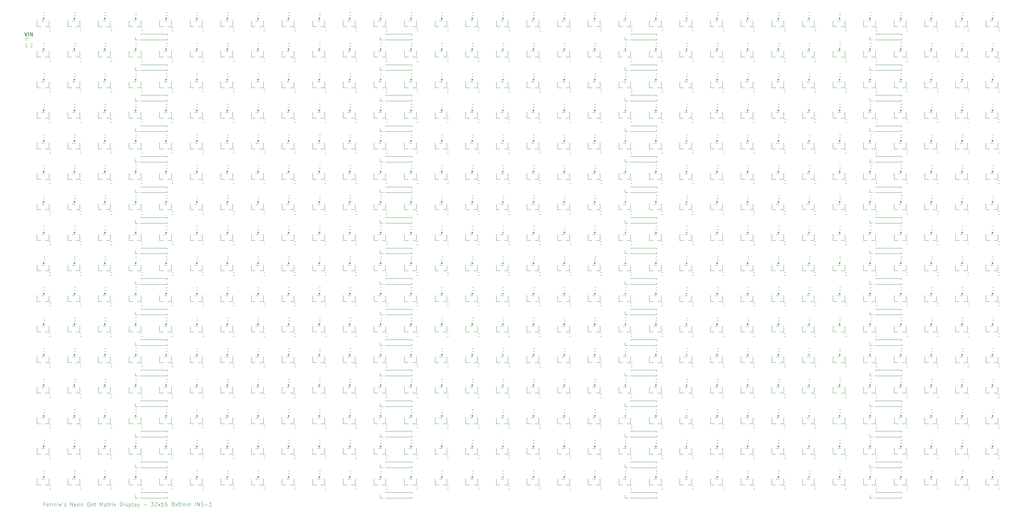
<source format=gbr>
%TF.GenerationSoftware,KiCad,Pcbnew,9.0.7*%
%TF.CreationDate,2026-02-02T15:47:24-05:00*%
%TF.ProjectId,INS-1 Matrix Display,494e532d-3120-44d6-9174-726978204469,1.0*%
%TF.SameCoordinates,Original*%
%TF.FileFunction,Legend,Top*%
%TF.FilePolarity,Positive*%
%FSLAX46Y46*%
G04 Gerber Fmt 4.6, Leading zero omitted, Abs format (unit mm)*
G04 Created by KiCad (PCBNEW 9.0.7) date 2026-02-02 15:47:24*
%MOMM*%
%LPD*%
G01*
G04 APERTURE LIST*
%ADD10C,0.100000*%
%ADD11C,0.150000*%
%ADD12C,0.120000*%
G04 APERTURE END LIST*
D10*
X21137217Y-156348609D02*
X20803884Y-156348609D01*
X20803884Y-156872419D02*
X20803884Y-155872419D01*
X20803884Y-155872419D02*
X21280074Y-155872419D01*
X22041979Y-156824800D02*
X21946741Y-156872419D01*
X21946741Y-156872419D02*
X21756265Y-156872419D01*
X21756265Y-156872419D02*
X21661027Y-156824800D01*
X21661027Y-156824800D02*
X21613408Y-156729561D01*
X21613408Y-156729561D02*
X21613408Y-156348609D01*
X21613408Y-156348609D02*
X21661027Y-156253371D01*
X21661027Y-156253371D02*
X21756265Y-156205752D01*
X21756265Y-156205752D02*
X21946741Y-156205752D01*
X21946741Y-156205752D02*
X22041979Y-156253371D01*
X22041979Y-156253371D02*
X22089598Y-156348609D01*
X22089598Y-156348609D02*
X22089598Y-156443847D01*
X22089598Y-156443847D02*
X21613408Y-156539085D01*
X22518170Y-156872419D02*
X22518170Y-156205752D01*
X22518170Y-156396228D02*
X22565789Y-156300990D01*
X22565789Y-156300990D02*
X22613408Y-156253371D01*
X22613408Y-156253371D02*
X22708646Y-156205752D01*
X22708646Y-156205752D02*
X22803884Y-156205752D01*
X23137218Y-156872419D02*
X23137218Y-156205752D01*
X23137218Y-155872419D02*
X23089599Y-155920038D01*
X23089599Y-155920038D02*
X23137218Y-155967657D01*
X23137218Y-155967657D02*
X23184837Y-155920038D01*
X23184837Y-155920038D02*
X23137218Y-155872419D01*
X23137218Y-155872419D02*
X23137218Y-155967657D01*
X23613408Y-156205752D02*
X23613408Y-156872419D01*
X23613408Y-156300990D02*
X23661027Y-156253371D01*
X23661027Y-156253371D02*
X23756265Y-156205752D01*
X23756265Y-156205752D02*
X23899122Y-156205752D01*
X23899122Y-156205752D02*
X23994360Y-156253371D01*
X23994360Y-156253371D02*
X24041979Y-156348609D01*
X24041979Y-156348609D02*
X24041979Y-156872419D01*
X24518170Y-156872419D02*
X24518170Y-156205752D01*
X24518170Y-155872419D02*
X24470551Y-155920038D01*
X24470551Y-155920038D02*
X24518170Y-155967657D01*
X24518170Y-155967657D02*
X24565789Y-155920038D01*
X24565789Y-155920038D02*
X24518170Y-155872419D01*
X24518170Y-155872419D02*
X24518170Y-155967657D01*
X24899122Y-156872419D02*
X25422931Y-156205752D01*
X24899122Y-156205752D02*
X25422931Y-156872419D01*
X25851503Y-155872419D02*
X25756265Y-156062895D01*
X26232455Y-156824800D02*
X26327693Y-156872419D01*
X26327693Y-156872419D02*
X26518169Y-156872419D01*
X26518169Y-156872419D02*
X26613407Y-156824800D01*
X26613407Y-156824800D02*
X26661026Y-156729561D01*
X26661026Y-156729561D02*
X26661026Y-156681942D01*
X26661026Y-156681942D02*
X26613407Y-156586704D01*
X26613407Y-156586704D02*
X26518169Y-156539085D01*
X26518169Y-156539085D02*
X26375312Y-156539085D01*
X26375312Y-156539085D02*
X26280074Y-156491466D01*
X26280074Y-156491466D02*
X26232455Y-156396228D01*
X26232455Y-156396228D02*
X26232455Y-156348609D01*
X26232455Y-156348609D02*
X26280074Y-156253371D01*
X26280074Y-156253371D02*
X26375312Y-156205752D01*
X26375312Y-156205752D02*
X26518169Y-156205752D01*
X26518169Y-156205752D02*
X26613407Y-156253371D01*
X27851503Y-156872419D02*
X27851503Y-155872419D01*
X27851503Y-155872419D02*
X28422931Y-156872419D01*
X28422931Y-156872419D02*
X28422931Y-155872419D01*
X29280074Y-156824800D02*
X29184836Y-156872419D01*
X29184836Y-156872419D02*
X28994360Y-156872419D01*
X28994360Y-156872419D02*
X28899122Y-156824800D01*
X28899122Y-156824800D02*
X28851503Y-156729561D01*
X28851503Y-156729561D02*
X28851503Y-156348609D01*
X28851503Y-156348609D02*
X28899122Y-156253371D01*
X28899122Y-156253371D02*
X28994360Y-156205752D01*
X28994360Y-156205752D02*
X29184836Y-156205752D01*
X29184836Y-156205752D02*
X29280074Y-156253371D01*
X29280074Y-156253371D02*
X29327693Y-156348609D01*
X29327693Y-156348609D02*
X29327693Y-156443847D01*
X29327693Y-156443847D02*
X28851503Y-156539085D01*
X29899122Y-156872419D02*
X29803884Y-156824800D01*
X29803884Y-156824800D02*
X29756265Y-156777180D01*
X29756265Y-156777180D02*
X29708646Y-156681942D01*
X29708646Y-156681942D02*
X29708646Y-156396228D01*
X29708646Y-156396228D02*
X29756265Y-156300990D01*
X29756265Y-156300990D02*
X29803884Y-156253371D01*
X29803884Y-156253371D02*
X29899122Y-156205752D01*
X29899122Y-156205752D02*
X30041979Y-156205752D01*
X30041979Y-156205752D02*
X30137217Y-156253371D01*
X30137217Y-156253371D02*
X30184836Y-156300990D01*
X30184836Y-156300990D02*
X30232455Y-156396228D01*
X30232455Y-156396228D02*
X30232455Y-156681942D01*
X30232455Y-156681942D02*
X30184836Y-156777180D01*
X30184836Y-156777180D02*
X30137217Y-156824800D01*
X30137217Y-156824800D02*
X30041979Y-156872419D01*
X30041979Y-156872419D02*
X29899122Y-156872419D01*
X30661027Y-156205752D02*
X30661027Y-156872419D01*
X30661027Y-156300990D02*
X30708646Y-156253371D01*
X30708646Y-156253371D02*
X30803884Y-156205752D01*
X30803884Y-156205752D02*
X30946741Y-156205752D01*
X30946741Y-156205752D02*
X31041979Y-156253371D01*
X31041979Y-156253371D02*
X31089598Y-156348609D01*
X31089598Y-156348609D02*
X31089598Y-156872419D01*
X32327694Y-156872419D02*
X32327694Y-155872419D01*
X32327694Y-155872419D02*
X32565789Y-155872419D01*
X32565789Y-155872419D02*
X32708646Y-155920038D01*
X32708646Y-155920038D02*
X32803884Y-156015276D01*
X32803884Y-156015276D02*
X32851503Y-156110514D01*
X32851503Y-156110514D02*
X32899122Y-156300990D01*
X32899122Y-156300990D02*
X32899122Y-156443847D01*
X32899122Y-156443847D02*
X32851503Y-156634323D01*
X32851503Y-156634323D02*
X32803884Y-156729561D01*
X32803884Y-156729561D02*
X32708646Y-156824800D01*
X32708646Y-156824800D02*
X32565789Y-156872419D01*
X32565789Y-156872419D02*
X32327694Y-156872419D01*
X33470551Y-156872419D02*
X33375313Y-156824800D01*
X33375313Y-156824800D02*
X33327694Y-156777180D01*
X33327694Y-156777180D02*
X33280075Y-156681942D01*
X33280075Y-156681942D02*
X33280075Y-156396228D01*
X33280075Y-156396228D02*
X33327694Y-156300990D01*
X33327694Y-156300990D02*
X33375313Y-156253371D01*
X33375313Y-156253371D02*
X33470551Y-156205752D01*
X33470551Y-156205752D02*
X33613408Y-156205752D01*
X33613408Y-156205752D02*
X33708646Y-156253371D01*
X33708646Y-156253371D02*
X33756265Y-156300990D01*
X33756265Y-156300990D02*
X33803884Y-156396228D01*
X33803884Y-156396228D02*
X33803884Y-156681942D01*
X33803884Y-156681942D02*
X33756265Y-156777180D01*
X33756265Y-156777180D02*
X33708646Y-156824800D01*
X33708646Y-156824800D02*
X33613408Y-156872419D01*
X33613408Y-156872419D02*
X33470551Y-156872419D01*
X34089599Y-156205752D02*
X34470551Y-156205752D01*
X34232456Y-155872419D02*
X34232456Y-156729561D01*
X34232456Y-156729561D02*
X34280075Y-156824800D01*
X34280075Y-156824800D02*
X34375313Y-156872419D01*
X34375313Y-156872419D02*
X34470551Y-156872419D01*
X35565790Y-156872419D02*
X35565790Y-155872419D01*
X35565790Y-155872419D02*
X35899123Y-156586704D01*
X35899123Y-156586704D02*
X36232456Y-155872419D01*
X36232456Y-155872419D02*
X36232456Y-156872419D01*
X37137218Y-156872419D02*
X37137218Y-156348609D01*
X37137218Y-156348609D02*
X37089599Y-156253371D01*
X37089599Y-156253371D02*
X36994361Y-156205752D01*
X36994361Y-156205752D02*
X36803885Y-156205752D01*
X36803885Y-156205752D02*
X36708647Y-156253371D01*
X37137218Y-156824800D02*
X37041980Y-156872419D01*
X37041980Y-156872419D02*
X36803885Y-156872419D01*
X36803885Y-156872419D02*
X36708647Y-156824800D01*
X36708647Y-156824800D02*
X36661028Y-156729561D01*
X36661028Y-156729561D02*
X36661028Y-156634323D01*
X36661028Y-156634323D02*
X36708647Y-156539085D01*
X36708647Y-156539085D02*
X36803885Y-156491466D01*
X36803885Y-156491466D02*
X37041980Y-156491466D01*
X37041980Y-156491466D02*
X37137218Y-156443847D01*
X37470552Y-156205752D02*
X37851504Y-156205752D01*
X37613409Y-155872419D02*
X37613409Y-156729561D01*
X37613409Y-156729561D02*
X37661028Y-156824800D01*
X37661028Y-156824800D02*
X37756266Y-156872419D01*
X37756266Y-156872419D02*
X37851504Y-156872419D01*
X38184838Y-156872419D02*
X38184838Y-156205752D01*
X38184838Y-156396228D02*
X38232457Y-156300990D01*
X38232457Y-156300990D02*
X38280076Y-156253371D01*
X38280076Y-156253371D02*
X38375314Y-156205752D01*
X38375314Y-156205752D02*
X38470552Y-156205752D01*
X38803886Y-156872419D02*
X38803886Y-156205752D01*
X38803886Y-155872419D02*
X38756267Y-155920038D01*
X38756267Y-155920038D02*
X38803886Y-155967657D01*
X38803886Y-155967657D02*
X38851505Y-155920038D01*
X38851505Y-155920038D02*
X38803886Y-155872419D01*
X38803886Y-155872419D02*
X38803886Y-155967657D01*
X39184838Y-156872419D02*
X39708647Y-156205752D01*
X39184838Y-156205752D02*
X39708647Y-156872419D01*
X40851505Y-156872419D02*
X40851505Y-155872419D01*
X40851505Y-155872419D02*
X41089600Y-155872419D01*
X41089600Y-155872419D02*
X41232457Y-155920038D01*
X41232457Y-155920038D02*
X41327695Y-156015276D01*
X41327695Y-156015276D02*
X41375314Y-156110514D01*
X41375314Y-156110514D02*
X41422933Y-156300990D01*
X41422933Y-156300990D02*
X41422933Y-156443847D01*
X41422933Y-156443847D02*
X41375314Y-156634323D01*
X41375314Y-156634323D02*
X41327695Y-156729561D01*
X41327695Y-156729561D02*
X41232457Y-156824800D01*
X41232457Y-156824800D02*
X41089600Y-156872419D01*
X41089600Y-156872419D02*
X40851505Y-156872419D01*
X41851505Y-156872419D02*
X41851505Y-156205752D01*
X41851505Y-155872419D02*
X41803886Y-155920038D01*
X41803886Y-155920038D02*
X41851505Y-155967657D01*
X41851505Y-155967657D02*
X41899124Y-155920038D01*
X41899124Y-155920038D02*
X41851505Y-155872419D01*
X41851505Y-155872419D02*
X41851505Y-155967657D01*
X42280076Y-156824800D02*
X42375314Y-156872419D01*
X42375314Y-156872419D02*
X42565790Y-156872419D01*
X42565790Y-156872419D02*
X42661028Y-156824800D01*
X42661028Y-156824800D02*
X42708647Y-156729561D01*
X42708647Y-156729561D02*
X42708647Y-156681942D01*
X42708647Y-156681942D02*
X42661028Y-156586704D01*
X42661028Y-156586704D02*
X42565790Y-156539085D01*
X42565790Y-156539085D02*
X42422933Y-156539085D01*
X42422933Y-156539085D02*
X42327695Y-156491466D01*
X42327695Y-156491466D02*
X42280076Y-156396228D01*
X42280076Y-156396228D02*
X42280076Y-156348609D01*
X42280076Y-156348609D02*
X42327695Y-156253371D01*
X42327695Y-156253371D02*
X42422933Y-156205752D01*
X42422933Y-156205752D02*
X42565790Y-156205752D01*
X42565790Y-156205752D02*
X42661028Y-156253371D01*
X43137219Y-156205752D02*
X43137219Y-157205752D01*
X43137219Y-156253371D02*
X43232457Y-156205752D01*
X43232457Y-156205752D02*
X43422933Y-156205752D01*
X43422933Y-156205752D02*
X43518171Y-156253371D01*
X43518171Y-156253371D02*
X43565790Y-156300990D01*
X43565790Y-156300990D02*
X43613409Y-156396228D01*
X43613409Y-156396228D02*
X43613409Y-156681942D01*
X43613409Y-156681942D02*
X43565790Y-156777180D01*
X43565790Y-156777180D02*
X43518171Y-156824800D01*
X43518171Y-156824800D02*
X43422933Y-156872419D01*
X43422933Y-156872419D02*
X43232457Y-156872419D01*
X43232457Y-156872419D02*
X43137219Y-156824800D01*
X44184838Y-156872419D02*
X44089600Y-156824800D01*
X44089600Y-156824800D02*
X44041981Y-156729561D01*
X44041981Y-156729561D02*
X44041981Y-155872419D01*
X44994362Y-156872419D02*
X44994362Y-156348609D01*
X44994362Y-156348609D02*
X44946743Y-156253371D01*
X44946743Y-156253371D02*
X44851505Y-156205752D01*
X44851505Y-156205752D02*
X44661029Y-156205752D01*
X44661029Y-156205752D02*
X44565791Y-156253371D01*
X44994362Y-156824800D02*
X44899124Y-156872419D01*
X44899124Y-156872419D02*
X44661029Y-156872419D01*
X44661029Y-156872419D02*
X44565791Y-156824800D01*
X44565791Y-156824800D02*
X44518172Y-156729561D01*
X44518172Y-156729561D02*
X44518172Y-156634323D01*
X44518172Y-156634323D02*
X44565791Y-156539085D01*
X44565791Y-156539085D02*
X44661029Y-156491466D01*
X44661029Y-156491466D02*
X44899124Y-156491466D01*
X44899124Y-156491466D02*
X44994362Y-156443847D01*
X45375315Y-156205752D02*
X45613410Y-156872419D01*
X45851505Y-156205752D02*
X45613410Y-156872419D01*
X45613410Y-156872419D02*
X45518172Y-157110514D01*
X45518172Y-157110514D02*
X45470553Y-157158133D01*
X45470553Y-157158133D02*
X45375315Y-157205752D01*
X46994363Y-156491466D02*
X47756268Y-156491466D01*
X48899125Y-155872419D02*
X49518172Y-155872419D01*
X49518172Y-155872419D02*
X49184839Y-156253371D01*
X49184839Y-156253371D02*
X49327696Y-156253371D01*
X49327696Y-156253371D02*
X49422934Y-156300990D01*
X49422934Y-156300990D02*
X49470553Y-156348609D01*
X49470553Y-156348609D02*
X49518172Y-156443847D01*
X49518172Y-156443847D02*
X49518172Y-156681942D01*
X49518172Y-156681942D02*
X49470553Y-156777180D01*
X49470553Y-156777180D02*
X49422934Y-156824800D01*
X49422934Y-156824800D02*
X49327696Y-156872419D01*
X49327696Y-156872419D02*
X49041982Y-156872419D01*
X49041982Y-156872419D02*
X48946744Y-156824800D01*
X48946744Y-156824800D02*
X48899125Y-156777180D01*
X49899125Y-155967657D02*
X49946744Y-155920038D01*
X49946744Y-155920038D02*
X50041982Y-155872419D01*
X50041982Y-155872419D02*
X50280077Y-155872419D01*
X50280077Y-155872419D02*
X50375315Y-155920038D01*
X50375315Y-155920038D02*
X50422934Y-155967657D01*
X50422934Y-155967657D02*
X50470553Y-156062895D01*
X50470553Y-156062895D02*
X50470553Y-156158133D01*
X50470553Y-156158133D02*
X50422934Y-156300990D01*
X50422934Y-156300990D02*
X49851506Y-156872419D01*
X49851506Y-156872419D02*
X50470553Y-156872419D01*
X50803887Y-156872419D02*
X51327696Y-156205752D01*
X50803887Y-156205752D02*
X51327696Y-156872419D01*
X52232458Y-156872419D02*
X51661030Y-156872419D01*
X51946744Y-156872419D02*
X51946744Y-155872419D01*
X51946744Y-155872419D02*
X51851506Y-156015276D01*
X51851506Y-156015276D02*
X51756268Y-156110514D01*
X51756268Y-156110514D02*
X51661030Y-156158133D01*
X53089601Y-155872419D02*
X52899125Y-155872419D01*
X52899125Y-155872419D02*
X52803887Y-155920038D01*
X52803887Y-155920038D02*
X52756268Y-155967657D01*
X52756268Y-155967657D02*
X52661030Y-156110514D01*
X52661030Y-156110514D02*
X52613411Y-156300990D01*
X52613411Y-156300990D02*
X52613411Y-156681942D01*
X52613411Y-156681942D02*
X52661030Y-156777180D01*
X52661030Y-156777180D02*
X52708649Y-156824800D01*
X52708649Y-156824800D02*
X52803887Y-156872419D01*
X52803887Y-156872419D02*
X52994363Y-156872419D01*
X52994363Y-156872419D02*
X53089601Y-156824800D01*
X53089601Y-156824800D02*
X53137220Y-156777180D01*
X53137220Y-156777180D02*
X53184839Y-156681942D01*
X53184839Y-156681942D02*
X53184839Y-156443847D01*
X53184839Y-156443847D02*
X53137220Y-156348609D01*
X53137220Y-156348609D02*
X53089601Y-156300990D01*
X53089601Y-156300990D02*
X52994363Y-156253371D01*
X52994363Y-156253371D02*
X52803887Y-156253371D01*
X52803887Y-156253371D02*
X52708649Y-156300990D01*
X52708649Y-156300990D02*
X52661030Y-156348609D01*
X52661030Y-156348609D02*
X52613411Y-156443847D01*
X54518173Y-156300990D02*
X54422935Y-156253371D01*
X54422935Y-156253371D02*
X54375316Y-156205752D01*
X54375316Y-156205752D02*
X54327697Y-156110514D01*
X54327697Y-156110514D02*
X54327697Y-156062895D01*
X54327697Y-156062895D02*
X54375316Y-155967657D01*
X54375316Y-155967657D02*
X54422935Y-155920038D01*
X54422935Y-155920038D02*
X54518173Y-155872419D01*
X54518173Y-155872419D02*
X54708649Y-155872419D01*
X54708649Y-155872419D02*
X54803887Y-155920038D01*
X54803887Y-155920038D02*
X54851506Y-155967657D01*
X54851506Y-155967657D02*
X54899125Y-156062895D01*
X54899125Y-156062895D02*
X54899125Y-156110514D01*
X54899125Y-156110514D02*
X54851506Y-156205752D01*
X54851506Y-156205752D02*
X54803887Y-156253371D01*
X54803887Y-156253371D02*
X54708649Y-156300990D01*
X54708649Y-156300990D02*
X54518173Y-156300990D01*
X54518173Y-156300990D02*
X54422935Y-156348609D01*
X54422935Y-156348609D02*
X54375316Y-156396228D01*
X54375316Y-156396228D02*
X54327697Y-156491466D01*
X54327697Y-156491466D02*
X54327697Y-156681942D01*
X54327697Y-156681942D02*
X54375316Y-156777180D01*
X54375316Y-156777180D02*
X54422935Y-156824800D01*
X54422935Y-156824800D02*
X54518173Y-156872419D01*
X54518173Y-156872419D02*
X54708649Y-156872419D01*
X54708649Y-156872419D02*
X54803887Y-156824800D01*
X54803887Y-156824800D02*
X54851506Y-156777180D01*
X54851506Y-156777180D02*
X54899125Y-156681942D01*
X54899125Y-156681942D02*
X54899125Y-156491466D01*
X54899125Y-156491466D02*
X54851506Y-156396228D01*
X54851506Y-156396228D02*
X54803887Y-156348609D01*
X54803887Y-156348609D02*
X54708649Y-156300990D01*
X55232459Y-156872419D02*
X55756268Y-156205752D01*
X55232459Y-156205752D02*
X55756268Y-156872419D01*
X56280078Y-156300990D02*
X56184840Y-156253371D01*
X56184840Y-156253371D02*
X56137221Y-156205752D01*
X56137221Y-156205752D02*
X56089602Y-156110514D01*
X56089602Y-156110514D02*
X56089602Y-156062895D01*
X56089602Y-156062895D02*
X56137221Y-155967657D01*
X56137221Y-155967657D02*
X56184840Y-155920038D01*
X56184840Y-155920038D02*
X56280078Y-155872419D01*
X56280078Y-155872419D02*
X56470554Y-155872419D01*
X56470554Y-155872419D02*
X56565792Y-155920038D01*
X56565792Y-155920038D02*
X56613411Y-155967657D01*
X56613411Y-155967657D02*
X56661030Y-156062895D01*
X56661030Y-156062895D02*
X56661030Y-156110514D01*
X56661030Y-156110514D02*
X56613411Y-156205752D01*
X56613411Y-156205752D02*
X56565792Y-156253371D01*
X56565792Y-156253371D02*
X56470554Y-156300990D01*
X56470554Y-156300990D02*
X56280078Y-156300990D01*
X56280078Y-156300990D02*
X56184840Y-156348609D01*
X56184840Y-156348609D02*
X56137221Y-156396228D01*
X56137221Y-156396228D02*
X56089602Y-156491466D01*
X56089602Y-156491466D02*
X56089602Y-156681942D01*
X56089602Y-156681942D02*
X56137221Y-156777180D01*
X56137221Y-156777180D02*
X56184840Y-156824800D01*
X56184840Y-156824800D02*
X56280078Y-156872419D01*
X56280078Y-156872419D02*
X56470554Y-156872419D01*
X56470554Y-156872419D02*
X56565792Y-156824800D01*
X56565792Y-156824800D02*
X56613411Y-156777180D01*
X56613411Y-156777180D02*
X56661030Y-156681942D01*
X56661030Y-156681942D02*
X56661030Y-156491466D01*
X56661030Y-156491466D02*
X56613411Y-156396228D01*
X56613411Y-156396228D02*
X56565792Y-156348609D01*
X56565792Y-156348609D02*
X56470554Y-156300990D01*
X57089602Y-156872419D02*
X57089602Y-156205752D01*
X57089602Y-156300990D02*
X57137221Y-156253371D01*
X57137221Y-156253371D02*
X57232459Y-156205752D01*
X57232459Y-156205752D02*
X57375316Y-156205752D01*
X57375316Y-156205752D02*
X57470554Y-156253371D01*
X57470554Y-156253371D02*
X57518173Y-156348609D01*
X57518173Y-156348609D02*
X57518173Y-156872419D01*
X57518173Y-156348609D02*
X57565792Y-156253371D01*
X57565792Y-156253371D02*
X57661030Y-156205752D01*
X57661030Y-156205752D02*
X57803887Y-156205752D01*
X57803887Y-156205752D02*
X57899126Y-156253371D01*
X57899126Y-156253371D02*
X57946745Y-156348609D01*
X57946745Y-156348609D02*
X57946745Y-156872419D01*
X58422935Y-156872419D02*
X58422935Y-156205752D01*
X58422935Y-156300990D02*
X58470554Y-156253371D01*
X58470554Y-156253371D02*
X58565792Y-156205752D01*
X58565792Y-156205752D02*
X58708649Y-156205752D01*
X58708649Y-156205752D02*
X58803887Y-156253371D01*
X58803887Y-156253371D02*
X58851506Y-156348609D01*
X58851506Y-156348609D02*
X58851506Y-156872419D01*
X58851506Y-156348609D02*
X58899125Y-156253371D01*
X58899125Y-156253371D02*
X58994363Y-156205752D01*
X58994363Y-156205752D02*
X59137220Y-156205752D01*
X59137220Y-156205752D02*
X59232459Y-156253371D01*
X59232459Y-156253371D02*
X59280078Y-156348609D01*
X59280078Y-156348609D02*
X59280078Y-156872419D01*
X60518173Y-156872419D02*
X60518173Y-155872419D01*
X60994363Y-156872419D02*
X60994363Y-155872419D01*
X60994363Y-155872419D02*
X61565791Y-156872419D01*
X61565791Y-156872419D02*
X61565791Y-155872419D01*
X61994363Y-156824800D02*
X62137220Y-156872419D01*
X62137220Y-156872419D02*
X62375315Y-156872419D01*
X62375315Y-156872419D02*
X62470553Y-156824800D01*
X62470553Y-156824800D02*
X62518172Y-156777180D01*
X62518172Y-156777180D02*
X62565791Y-156681942D01*
X62565791Y-156681942D02*
X62565791Y-156586704D01*
X62565791Y-156586704D02*
X62518172Y-156491466D01*
X62518172Y-156491466D02*
X62470553Y-156443847D01*
X62470553Y-156443847D02*
X62375315Y-156396228D01*
X62375315Y-156396228D02*
X62184839Y-156348609D01*
X62184839Y-156348609D02*
X62089601Y-156300990D01*
X62089601Y-156300990D02*
X62041982Y-156253371D01*
X62041982Y-156253371D02*
X61994363Y-156158133D01*
X61994363Y-156158133D02*
X61994363Y-156062895D01*
X61994363Y-156062895D02*
X62041982Y-155967657D01*
X62041982Y-155967657D02*
X62089601Y-155920038D01*
X62089601Y-155920038D02*
X62184839Y-155872419D01*
X62184839Y-155872419D02*
X62422934Y-155872419D01*
X62422934Y-155872419D02*
X62565791Y-155920038D01*
X62994363Y-156491466D02*
X63756268Y-156491466D01*
X64756267Y-156872419D02*
X64184839Y-156872419D01*
X64470553Y-156872419D02*
X64470553Y-155872419D01*
X64470553Y-155872419D02*
X64375315Y-156015276D01*
X64375315Y-156015276D02*
X64280077Y-156110514D01*
X64280077Y-156110514D02*
X64184839Y-156158133D01*
D11*
X15904762Y-32844819D02*
X16238095Y-33844819D01*
X16238095Y-33844819D02*
X16571428Y-32844819D01*
X16904762Y-33844819D02*
X16904762Y-32844819D01*
X17380952Y-33844819D02*
X17380952Y-32844819D01*
X17380952Y-32844819D02*
X17952380Y-33844819D01*
X17952380Y-33844819D02*
X17952380Y-32844819D01*
D12*
%TO.C,MMBTA42*%
X133070000Y-149200000D02*
X132740000Y-149440000D01*
X132740000Y-148960000D01*
X133070000Y-149200000D01*
G36*
X133070000Y-149200000D02*
G01*
X132740000Y-149440000D01*
X132740000Y-148960000D01*
X133070000Y-149200000D01*
G37*
X131130000Y-151260000D02*
X131130000Y-149740000D01*
X132130000Y-151260000D02*
X131130000Y-151260000D01*
X134250000Y-151260000D02*
X133250000Y-151260000D01*
X131130000Y-149740000D02*
X131180000Y-149740000D01*
X132300000Y-149740000D02*
X133080000Y-149740000D01*
X134200000Y-149740000D02*
X134250000Y-149740000D01*
X134250000Y-149740000D02*
X134250000Y-151260000D01*
X53070000Y-45200000D02*
X52740000Y-45440000D01*
X52740000Y-44960000D01*
X53070000Y-45200000D01*
G36*
X53070000Y-45200000D02*
G01*
X52740000Y-45440000D01*
X52740000Y-44960000D01*
X53070000Y-45200000D01*
G37*
X51130000Y-47260000D02*
X51130000Y-45740000D01*
X52130000Y-47260000D02*
X51130000Y-47260000D01*
X54250000Y-47260000D02*
X53250000Y-47260000D01*
X51130000Y-45740000D02*
X51180000Y-45740000D01*
X52300000Y-45740000D02*
X53080000Y-45740000D01*
X54200000Y-45740000D02*
X54250000Y-45740000D01*
X54250000Y-45740000D02*
X54250000Y-47260000D01*
X117070000Y-77200000D02*
X116740000Y-77440000D01*
X116740000Y-76960000D01*
X117070000Y-77200000D01*
G36*
X117070000Y-77200000D02*
G01*
X116740000Y-77440000D01*
X116740000Y-76960000D01*
X117070000Y-77200000D01*
G37*
X115130000Y-79260000D02*
X115130000Y-77740000D01*
X116130000Y-79260000D02*
X115130000Y-79260000D01*
X118250000Y-79260000D02*
X117250000Y-79260000D01*
X115130000Y-77740000D02*
X115180000Y-77740000D01*
X116300000Y-77740000D02*
X117080000Y-77740000D01*
X118200000Y-77740000D02*
X118250000Y-77740000D01*
X118250000Y-77740000D02*
X118250000Y-79260000D01*
X117070000Y-53200000D02*
X116740000Y-53440000D01*
X116740000Y-52960000D01*
X117070000Y-53200000D01*
G36*
X117070000Y-53200000D02*
G01*
X116740000Y-53440000D01*
X116740000Y-52960000D01*
X117070000Y-53200000D01*
G37*
X115130000Y-55260000D02*
X115130000Y-53740000D01*
X116130000Y-55260000D02*
X115130000Y-55260000D01*
X118250000Y-55260000D02*
X117250000Y-55260000D01*
X115130000Y-53740000D02*
X115180000Y-53740000D01*
X116300000Y-53740000D02*
X117080000Y-53740000D01*
X118200000Y-53740000D02*
X118250000Y-53740000D01*
X118250000Y-53740000D02*
X118250000Y-55260000D01*
X61070000Y-125200000D02*
X60740000Y-125440000D01*
X60740000Y-124960000D01*
X61070000Y-125200000D01*
G36*
X61070000Y-125200000D02*
G01*
X60740000Y-125440000D01*
X60740000Y-124960000D01*
X61070000Y-125200000D01*
G37*
X59130000Y-127260000D02*
X59130000Y-125740000D01*
X60130000Y-127260000D02*
X59130000Y-127260000D01*
X62250000Y-127260000D02*
X61250000Y-127260000D01*
X59130000Y-125740000D02*
X59180000Y-125740000D01*
X60300000Y-125740000D02*
X61080000Y-125740000D01*
X62200000Y-125740000D02*
X62250000Y-125740000D01*
X62250000Y-125740000D02*
X62250000Y-127260000D01*
X69070000Y-77200000D02*
X68740000Y-77440000D01*
X68740000Y-76960000D01*
X69070000Y-77200000D01*
G36*
X69070000Y-77200000D02*
G01*
X68740000Y-77440000D01*
X68740000Y-76960000D01*
X69070000Y-77200000D01*
G37*
X67130000Y-79260000D02*
X67130000Y-77740000D01*
X68130000Y-79260000D02*
X67130000Y-79260000D01*
X70250000Y-79260000D02*
X69250000Y-79260000D01*
X67130000Y-77740000D02*
X67180000Y-77740000D01*
X68300000Y-77740000D02*
X69080000Y-77740000D01*
X70200000Y-77740000D02*
X70250000Y-77740000D01*
X70250000Y-77740000D02*
X70250000Y-79260000D01*
X85080000Y-69200000D02*
X84750000Y-69440000D01*
X84750000Y-68960000D01*
X85080000Y-69200000D01*
G36*
X85080000Y-69200000D02*
G01*
X84750000Y-69440000D01*
X84750000Y-68960000D01*
X85080000Y-69200000D01*
G37*
X83140000Y-71260000D02*
X83140000Y-69740000D01*
X84140000Y-71260000D02*
X83140000Y-71260000D01*
X86260000Y-71260000D02*
X85260000Y-71260000D01*
X83140000Y-69740000D02*
X83190000Y-69740000D01*
X84310000Y-69740000D02*
X85090000Y-69740000D01*
X86210000Y-69740000D02*
X86260000Y-69740000D01*
X86260000Y-69740000D02*
X86260000Y-71260000D01*
X21080000Y-45200000D02*
X20750000Y-45440000D01*
X20750000Y-44960000D01*
X21080000Y-45200000D01*
G36*
X21080000Y-45200000D02*
G01*
X20750000Y-45440000D01*
X20750000Y-44960000D01*
X21080000Y-45200000D01*
G37*
X19140000Y-47260000D02*
X19140000Y-45740000D01*
X20140000Y-47260000D02*
X19140000Y-47260000D01*
X22260000Y-47260000D02*
X21260000Y-47260000D01*
X19140000Y-45740000D02*
X19190000Y-45740000D01*
X20310000Y-45740000D02*
X21090000Y-45740000D01*
X22210000Y-45740000D02*
X22260000Y-45740000D01*
X22260000Y-45740000D02*
X22260000Y-47260000D01*
X53070000Y-69200000D02*
X52740000Y-69440000D01*
X52740000Y-68960000D01*
X53070000Y-69200000D01*
G36*
X53070000Y-69200000D02*
G01*
X52740000Y-69440000D01*
X52740000Y-68960000D01*
X53070000Y-69200000D01*
G37*
X51130000Y-71260000D02*
X51130000Y-69740000D01*
X52130000Y-71260000D02*
X51130000Y-71260000D01*
X54250000Y-71260000D02*
X53250000Y-71260000D01*
X51130000Y-69740000D02*
X51180000Y-69740000D01*
X52300000Y-69740000D02*
X53080000Y-69740000D01*
X54200000Y-69740000D02*
X54250000Y-69740000D01*
X54250000Y-69740000D02*
X54250000Y-71260000D01*
X45070000Y-125200000D02*
X44740000Y-125440000D01*
X44740000Y-124960000D01*
X45070000Y-125200000D01*
G36*
X45070000Y-125200000D02*
G01*
X44740000Y-125440000D01*
X44740000Y-124960000D01*
X45070000Y-125200000D01*
G37*
X43130000Y-127260000D02*
X43130000Y-125740000D01*
X44130000Y-127260000D02*
X43130000Y-127260000D01*
X46250000Y-127260000D02*
X45250000Y-127260000D01*
X43130000Y-125740000D02*
X43180000Y-125740000D01*
X44300000Y-125740000D02*
X45080000Y-125740000D01*
X46200000Y-125740000D02*
X46250000Y-125740000D01*
X46250000Y-125740000D02*
X46250000Y-127260000D01*
X213080000Y-77200000D02*
X212750000Y-77440000D01*
X212750000Y-76960000D01*
X213080000Y-77200000D01*
G36*
X213080000Y-77200000D02*
G01*
X212750000Y-77440000D01*
X212750000Y-76960000D01*
X213080000Y-77200000D01*
G37*
X211140000Y-79260000D02*
X211140000Y-77740000D01*
X212140000Y-79260000D02*
X211140000Y-79260000D01*
X214260000Y-79260000D02*
X213260000Y-79260000D01*
X211140000Y-77740000D02*
X211190000Y-77740000D01*
X212310000Y-77740000D02*
X213090000Y-77740000D01*
X214210000Y-77740000D02*
X214260000Y-77740000D01*
X214260000Y-77740000D02*
X214260000Y-79260000D01*
X29080000Y-69200000D02*
X28750000Y-69440000D01*
X28750000Y-68960000D01*
X29080000Y-69200000D01*
G36*
X29080000Y-69200000D02*
G01*
X28750000Y-69440000D01*
X28750000Y-68960000D01*
X29080000Y-69200000D01*
G37*
X27140000Y-71260000D02*
X27140000Y-69740000D01*
X28140000Y-71260000D02*
X27140000Y-71260000D01*
X30260000Y-71260000D02*
X29260000Y-71260000D01*
X27140000Y-69740000D02*
X27190000Y-69740000D01*
X28310000Y-69740000D02*
X29090000Y-69740000D01*
X30210000Y-69740000D02*
X30260000Y-69740000D01*
X30260000Y-69740000D02*
X30260000Y-71260000D01*
X117070000Y-125200000D02*
X116740000Y-125440000D01*
X116740000Y-124960000D01*
X117070000Y-125200000D01*
G36*
X117070000Y-125200000D02*
G01*
X116740000Y-125440000D01*
X116740000Y-124960000D01*
X117070000Y-125200000D01*
G37*
X115130000Y-127260000D02*
X115130000Y-125740000D01*
X116130000Y-127260000D02*
X115130000Y-127260000D01*
X118250000Y-127260000D02*
X117250000Y-127260000D01*
X115130000Y-125740000D02*
X115180000Y-125740000D01*
X116300000Y-125740000D02*
X117080000Y-125740000D01*
X118200000Y-125740000D02*
X118250000Y-125740000D01*
X118250000Y-125740000D02*
X118250000Y-127260000D01*
X141070000Y-77200000D02*
X140740000Y-77440000D01*
X140740000Y-76960000D01*
X141070000Y-77200000D01*
G36*
X141070000Y-77200000D02*
G01*
X140740000Y-77440000D01*
X140740000Y-76960000D01*
X141070000Y-77200000D01*
G37*
X139130000Y-79260000D02*
X139130000Y-77740000D01*
X140130000Y-79260000D02*
X139130000Y-79260000D01*
X142250000Y-79260000D02*
X141250000Y-79260000D01*
X139130000Y-77740000D02*
X139180000Y-77740000D01*
X140300000Y-77740000D02*
X141080000Y-77740000D01*
X142200000Y-77740000D02*
X142250000Y-77740000D01*
X142250000Y-77740000D02*
X142250000Y-79260000D01*
X181070000Y-109200000D02*
X180740000Y-109440000D01*
X180740000Y-108960000D01*
X181070000Y-109200000D01*
G36*
X181070000Y-109200000D02*
G01*
X180740000Y-109440000D01*
X180740000Y-108960000D01*
X181070000Y-109200000D01*
G37*
X179130000Y-111260000D02*
X179130000Y-109740000D01*
X180130000Y-111260000D02*
X179130000Y-111260000D01*
X182250000Y-111260000D02*
X181250000Y-111260000D01*
X179130000Y-109740000D02*
X179180000Y-109740000D01*
X180300000Y-109740000D02*
X181080000Y-109740000D01*
X182200000Y-109740000D02*
X182250000Y-109740000D01*
X182250000Y-109740000D02*
X182250000Y-111260000D01*
X61070000Y-117200000D02*
X60740000Y-117440000D01*
X60740000Y-116960000D01*
X61070000Y-117200000D01*
G36*
X61070000Y-117200000D02*
G01*
X60740000Y-117440000D01*
X60740000Y-116960000D01*
X61070000Y-117200000D01*
G37*
X59130000Y-119260000D02*
X59130000Y-117740000D01*
X60130000Y-119260000D02*
X59130000Y-119260000D01*
X62250000Y-119260000D02*
X61250000Y-119260000D01*
X59130000Y-117740000D02*
X59180000Y-117740000D01*
X60300000Y-117740000D02*
X61080000Y-117740000D01*
X62200000Y-117740000D02*
X62250000Y-117740000D01*
X62250000Y-117740000D02*
X62250000Y-119260000D01*
X189070000Y-109200000D02*
X188740000Y-109440000D01*
X188740000Y-108960000D01*
X189070000Y-109200000D01*
G36*
X189070000Y-109200000D02*
G01*
X188740000Y-109440000D01*
X188740000Y-108960000D01*
X189070000Y-109200000D01*
G37*
X187130000Y-111260000D02*
X187130000Y-109740000D01*
X188130000Y-111260000D02*
X187130000Y-111260000D01*
X190250000Y-111260000D02*
X189250000Y-111260000D01*
X187130000Y-109740000D02*
X187180000Y-109740000D01*
X188300000Y-109740000D02*
X189080000Y-109740000D01*
X190200000Y-109740000D02*
X190250000Y-109740000D01*
X190250000Y-109740000D02*
X190250000Y-111260000D01*
X197070000Y-141200000D02*
X196740000Y-141440000D01*
X196740000Y-140960000D01*
X197070000Y-141200000D01*
G36*
X197070000Y-141200000D02*
G01*
X196740000Y-141440000D01*
X196740000Y-140960000D01*
X197070000Y-141200000D01*
G37*
X195130000Y-143260000D02*
X195130000Y-141740000D01*
X196130000Y-143260000D02*
X195130000Y-143260000D01*
X198250000Y-143260000D02*
X197250000Y-143260000D01*
X195130000Y-141740000D02*
X195180000Y-141740000D01*
X196300000Y-141740000D02*
X197080000Y-141740000D01*
X198200000Y-141740000D02*
X198250000Y-141740000D01*
X198250000Y-141740000D02*
X198250000Y-143260000D01*
X37080000Y-133200000D02*
X36750000Y-133440000D01*
X36750000Y-132960000D01*
X37080000Y-133200000D01*
G36*
X37080000Y-133200000D02*
G01*
X36750000Y-133440000D01*
X36750000Y-132960000D01*
X37080000Y-133200000D01*
G37*
X35140000Y-135260000D02*
X35140000Y-133740000D01*
X36140000Y-135260000D02*
X35140000Y-135260000D01*
X38260000Y-135260000D02*
X37260000Y-135260000D01*
X35140000Y-133740000D02*
X35190000Y-133740000D01*
X36310000Y-133740000D02*
X37090000Y-133740000D01*
X38210000Y-133740000D02*
X38260000Y-133740000D01*
X38260000Y-133740000D02*
X38260000Y-135260000D01*
X45070000Y-149200000D02*
X44740000Y-149440000D01*
X44740000Y-148960000D01*
X45070000Y-149200000D01*
G36*
X45070000Y-149200000D02*
G01*
X44740000Y-149440000D01*
X44740000Y-148960000D01*
X45070000Y-149200000D01*
G37*
X43130000Y-151260000D02*
X43130000Y-149740000D01*
X44130000Y-151260000D02*
X43130000Y-151260000D01*
X46250000Y-151260000D02*
X45250000Y-151260000D01*
X43130000Y-149740000D02*
X43180000Y-149740000D01*
X44300000Y-149740000D02*
X45080000Y-149740000D01*
X46200000Y-149740000D02*
X46250000Y-149740000D01*
X46250000Y-149740000D02*
X46250000Y-151260000D01*
X21080000Y-61200000D02*
X20750000Y-61440000D01*
X20750000Y-60960000D01*
X21080000Y-61200000D01*
G36*
X21080000Y-61200000D02*
G01*
X20750000Y-61440000D01*
X20750000Y-60960000D01*
X21080000Y-61200000D01*
G37*
X19140000Y-63260000D02*
X19140000Y-61740000D01*
X20140000Y-63260000D02*
X19140000Y-63260000D01*
X22260000Y-63260000D02*
X21260000Y-63260000D01*
X19140000Y-61740000D02*
X19190000Y-61740000D01*
X20310000Y-61740000D02*
X21090000Y-61740000D01*
X22210000Y-61740000D02*
X22260000Y-61740000D01*
X22260000Y-61740000D02*
X22260000Y-63260000D01*
X53070000Y-117200000D02*
X52740000Y-117440000D01*
X52740000Y-116960000D01*
X53070000Y-117200000D01*
G36*
X53070000Y-117200000D02*
G01*
X52740000Y-117440000D01*
X52740000Y-116960000D01*
X53070000Y-117200000D01*
G37*
X51130000Y-119260000D02*
X51130000Y-117740000D01*
X52130000Y-119260000D02*
X51130000Y-119260000D01*
X54250000Y-119260000D02*
X53250000Y-119260000D01*
X51130000Y-117740000D02*
X51180000Y-117740000D01*
X52300000Y-117740000D02*
X53080000Y-117740000D01*
X54200000Y-117740000D02*
X54250000Y-117740000D01*
X54250000Y-117740000D02*
X54250000Y-119260000D01*
X61070000Y-45200000D02*
X60740000Y-45440000D01*
X60740000Y-44960000D01*
X61070000Y-45200000D01*
G36*
X61070000Y-45200000D02*
G01*
X60740000Y-45440000D01*
X60740000Y-44960000D01*
X61070000Y-45200000D01*
G37*
X59130000Y-47260000D02*
X59130000Y-45740000D01*
X60130000Y-47260000D02*
X59130000Y-47260000D01*
X62250000Y-47260000D02*
X61250000Y-47260000D01*
X59130000Y-45740000D02*
X59180000Y-45740000D01*
X60300000Y-45740000D02*
X61080000Y-45740000D01*
X62200000Y-45740000D02*
X62250000Y-45740000D01*
X62250000Y-45740000D02*
X62250000Y-47260000D01*
X269070000Y-117200000D02*
X268740000Y-117440000D01*
X268740000Y-116960000D01*
X269070000Y-117200000D01*
G36*
X269070000Y-117200000D02*
G01*
X268740000Y-117440000D01*
X268740000Y-116960000D01*
X269070000Y-117200000D01*
G37*
X267130000Y-119260000D02*
X267130000Y-117740000D01*
X268130000Y-119260000D02*
X267130000Y-119260000D01*
X270250000Y-119260000D02*
X269250000Y-119260000D01*
X267130000Y-117740000D02*
X267180000Y-117740000D01*
X268300000Y-117740000D02*
X269080000Y-117740000D01*
X270200000Y-117740000D02*
X270250000Y-117740000D01*
X270250000Y-117740000D02*
X270250000Y-119260000D01*
X77070000Y-29200000D02*
X76740000Y-29440000D01*
X76740000Y-28960000D01*
X77070000Y-29200000D01*
G36*
X77070000Y-29200000D02*
G01*
X76740000Y-29440000D01*
X76740000Y-28960000D01*
X77070000Y-29200000D01*
G37*
X75130000Y-31260000D02*
X75130000Y-29740000D01*
X76130000Y-31260000D02*
X75130000Y-31260000D01*
X78250000Y-31260000D02*
X77250000Y-31260000D01*
X75130000Y-29740000D02*
X75180000Y-29740000D01*
X76300000Y-29740000D02*
X77080000Y-29740000D01*
X78200000Y-29740000D02*
X78250000Y-29740000D01*
X78250000Y-29740000D02*
X78250000Y-31260000D01*
X221080000Y-117200000D02*
X220750000Y-117440000D01*
X220750000Y-116960000D01*
X221080000Y-117200000D01*
G36*
X221080000Y-117200000D02*
G01*
X220750000Y-117440000D01*
X220750000Y-116960000D01*
X221080000Y-117200000D01*
G37*
X219140000Y-119260000D02*
X219140000Y-117740000D01*
X220140000Y-119260000D02*
X219140000Y-119260000D01*
X222260000Y-119260000D02*
X221260000Y-119260000D01*
X219140000Y-117740000D02*
X219190000Y-117740000D01*
X220310000Y-117740000D02*
X221090000Y-117740000D01*
X222210000Y-117740000D02*
X222260000Y-117740000D01*
X222260000Y-117740000D02*
X222260000Y-119260000D01*
X261070000Y-93200000D02*
X260740000Y-93440000D01*
X260740000Y-92960000D01*
X261070000Y-93200000D01*
G36*
X261070000Y-93200000D02*
G01*
X260740000Y-93440000D01*
X260740000Y-92960000D01*
X261070000Y-93200000D01*
G37*
X259130000Y-95260000D02*
X259130000Y-93740000D01*
X260130000Y-95260000D02*
X259130000Y-95260000D01*
X262250000Y-95260000D02*
X261250000Y-95260000D01*
X259130000Y-93740000D02*
X259180000Y-93740000D01*
X260300000Y-93740000D02*
X261080000Y-93740000D01*
X262200000Y-93740000D02*
X262250000Y-93740000D01*
X262250000Y-93740000D02*
X262250000Y-95260000D01*
X261070000Y-61200000D02*
X260740000Y-61440000D01*
X260740000Y-60960000D01*
X261070000Y-61200000D01*
G36*
X261070000Y-61200000D02*
G01*
X260740000Y-61440000D01*
X260740000Y-60960000D01*
X261070000Y-61200000D01*
G37*
X259130000Y-63260000D02*
X259130000Y-61740000D01*
X260130000Y-63260000D02*
X259130000Y-63260000D01*
X262250000Y-63260000D02*
X261250000Y-63260000D01*
X259130000Y-61740000D02*
X259180000Y-61740000D01*
X260300000Y-61740000D02*
X261080000Y-61740000D01*
X262200000Y-61740000D02*
X262250000Y-61740000D01*
X262250000Y-61740000D02*
X262250000Y-63260000D01*
X141070000Y-37200000D02*
X140740000Y-37440000D01*
X140740000Y-36960000D01*
X141070000Y-37200000D01*
G36*
X141070000Y-37200000D02*
G01*
X140740000Y-37440000D01*
X140740000Y-36960000D01*
X141070000Y-37200000D01*
G37*
X139130000Y-39260000D02*
X139130000Y-37740000D01*
X140130000Y-39260000D02*
X139130000Y-39260000D01*
X142250000Y-39260000D02*
X141250000Y-39260000D01*
X139130000Y-37740000D02*
X139180000Y-37740000D01*
X140300000Y-37740000D02*
X141080000Y-37740000D01*
X142200000Y-37740000D02*
X142250000Y-37740000D01*
X142250000Y-37740000D02*
X142250000Y-39260000D01*
X125070000Y-149200000D02*
X124740000Y-149440000D01*
X124740000Y-148960000D01*
X125070000Y-149200000D01*
G36*
X125070000Y-149200000D02*
G01*
X124740000Y-149440000D01*
X124740000Y-148960000D01*
X125070000Y-149200000D01*
G37*
X123130000Y-151260000D02*
X123130000Y-149740000D01*
X124130000Y-151260000D02*
X123130000Y-151260000D01*
X126250000Y-151260000D02*
X125250000Y-151260000D01*
X123130000Y-149740000D02*
X123180000Y-149740000D01*
X124300000Y-149740000D02*
X125080000Y-149740000D01*
X126200000Y-149740000D02*
X126250000Y-149740000D01*
X126250000Y-149740000D02*
X126250000Y-151260000D01*
X261070000Y-125200000D02*
X260740000Y-125440000D01*
X260740000Y-124960000D01*
X261070000Y-125200000D01*
G36*
X261070000Y-125200000D02*
G01*
X260740000Y-125440000D01*
X260740000Y-124960000D01*
X261070000Y-125200000D01*
G37*
X259130000Y-127260000D02*
X259130000Y-125740000D01*
X260130000Y-127260000D02*
X259130000Y-127260000D01*
X262250000Y-127260000D02*
X261250000Y-127260000D01*
X259130000Y-125740000D02*
X259180000Y-125740000D01*
X260300000Y-125740000D02*
X261080000Y-125740000D01*
X262200000Y-125740000D02*
X262250000Y-125740000D01*
X262250000Y-125740000D02*
X262250000Y-127260000D01*
X205070000Y-141200000D02*
X204740000Y-141440000D01*
X204740000Y-140960000D01*
X205070000Y-141200000D01*
G36*
X205070000Y-141200000D02*
G01*
X204740000Y-141440000D01*
X204740000Y-140960000D01*
X205070000Y-141200000D01*
G37*
X203130000Y-143260000D02*
X203130000Y-141740000D01*
X204130000Y-143260000D02*
X203130000Y-143260000D01*
X206250000Y-143260000D02*
X205250000Y-143260000D01*
X203130000Y-141740000D02*
X203180000Y-141740000D01*
X204300000Y-141740000D02*
X205080000Y-141740000D01*
X206200000Y-141740000D02*
X206250000Y-141740000D01*
X206250000Y-141740000D02*
X206250000Y-143260000D01*
X133070000Y-109200000D02*
X132740000Y-109440000D01*
X132740000Y-108960000D01*
X133070000Y-109200000D01*
G36*
X133070000Y-109200000D02*
G01*
X132740000Y-109440000D01*
X132740000Y-108960000D01*
X133070000Y-109200000D01*
G37*
X131130000Y-111260000D02*
X131130000Y-109740000D01*
X132130000Y-111260000D02*
X131130000Y-111260000D01*
X134250000Y-111260000D02*
X133250000Y-111260000D01*
X131130000Y-109740000D02*
X131180000Y-109740000D01*
X132300000Y-109740000D02*
X133080000Y-109740000D01*
X134200000Y-109740000D02*
X134250000Y-109740000D01*
X134250000Y-109740000D02*
X134250000Y-111260000D01*
X45070000Y-117200000D02*
X44740000Y-117440000D01*
X44740000Y-116960000D01*
X45070000Y-117200000D01*
G36*
X45070000Y-117200000D02*
G01*
X44740000Y-117440000D01*
X44740000Y-116960000D01*
X45070000Y-117200000D01*
G37*
X43130000Y-119260000D02*
X43130000Y-117740000D01*
X44130000Y-119260000D02*
X43130000Y-119260000D01*
X46250000Y-119260000D02*
X45250000Y-119260000D01*
X43130000Y-117740000D02*
X43180000Y-117740000D01*
X44300000Y-117740000D02*
X45080000Y-117740000D01*
X46200000Y-117740000D02*
X46250000Y-117740000D01*
X46250000Y-117740000D02*
X46250000Y-119260000D01*
X165080000Y-93200000D02*
X164750000Y-93440000D01*
X164750000Y-92960000D01*
X165080000Y-93200000D01*
G36*
X165080000Y-93200000D02*
G01*
X164750000Y-93440000D01*
X164750000Y-92960000D01*
X165080000Y-93200000D01*
G37*
X163140000Y-95260000D02*
X163140000Y-93740000D01*
X164140000Y-95260000D02*
X163140000Y-95260000D01*
X166260000Y-95260000D02*
X165260000Y-95260000D01*
X163140000Y-93740000D02*
X163190000Y-93740000D01*
X164310000Y-93740000D02*
X165090000Y-93740000D01*
X166210000Y-93740000D02*
X166260000Y-93740000D01*
X166260000Y-93740000D02*
X166260000Y-95260000D01*
X181070000Y-133200000D02*
X180740000Y-133440000D01*
X180740000Y-132960000D01*
X181070000Y-133200000D01*
G36*
X181070000Y-133200000D02*
G01*
X180740000Y-133440000D01*
X180740000Y-132960000D01*
X181070000Y-133200000D01*
G37*
X179130000Y-135260000D02*
X179130000Y-133740000D01*
X180130000Y-135260000D02*
X179130000Y-135260000D01*
X182250000Y-135260000D02*
X181250000Y-135260000D01*
X179130000Y-133740000D02*
X179180000Y-133740000D01*
X180300000Y-133740000D02*
X181080000Y-133740000D01*
X182200000Y-133740000D02*
X182250000Y-133740000D01*
X182250000Y-133740000D02*
X182250000Y-135260000D01*
X157080000Y-117200000D02*
X156750000Y-117440000D01*
X156750000Y-116960000D01*
X157080000Y-117200000D01*
G36*
X157080000Y-117200000D02*
G01*
X156750000Y-117440000D01*
X156750000Y-116960000D01*
X157080000Y-117200000D01*
G37*
X155140000Y-119260000D02*
X155140000Y-117740000D01*
X156140000Y-119260000D02*
X155140000Y-119260000D01*
X158260000Y-119260000D02*
X157260000Y-119260000D01*
X155140000Y-117740000D02*
X155190000Y-117740000D01*
X156310000Y-117740000D02*
X157090000Y-117740000D01*
X158210000Y-117740000D02*
X158260000Y-117740000D01*
X158260000Y-117740000D02*
X158260000Y-119260000D01*
X93080000Y-85200000D02*
X92750000Y-85440000D01*
X92750000Y-84960000D01*
X93080000Y-85200000D01*
G36*
X93080000Y-85200000D02*
G01*
X92750000Y-85440000D01*
X92750000Y-84960000D01*
X93080000Y-85200000D01*
G37*
X91140000Y-87260000D02*
X91140000Y-85740000D01*
X92140000Y-87260000D02*
X91140000Y-87260000D01*
X94260000Y-87260000D02*
X93260000Y-87260000D01*
X91140000Y-85740000D02*
X91190000Y-85740000D01*
X92310000Y-85740000D02*
X93090000Y-85740000D01*
X94210000Y-85740000D02*
X94260000Y-85740000D01*
X94260000Y-85740000D02*
X94260000Y-87260000D01*
X245070000Y-61200000D02*
X244740000Y-61440000D01*
X244740000Y-60960000D01*
X245070000Y-61200000D01*
G36*
X245070000Y-61200000D02*
G01*
X244740000Y-61440000D01*
X244740000Y-60960000D01*
X245070000Y-61200000D01*
G37*
X243130000Y-63260000D02*
X243130000Y-61740000D01*
X244130000Y-63260000D02*
X243130000Y-63260000D01*
X246250000Y-63260000D02*
X245250000Y-63260000D01*
X243130000Y-61740000D02*
X243180000Y-61740000D01*
X244300000Y-61740000D02*
X245080000Y-61740000D01*
X246200000Y-61740000D02*
X246250000Y-61740000D01*
X246250000Y-61740000D02*
X246250000Y-63260000D01*
X229080000Y-45200000D02*
X228750000Y-45440000D01*
X228750000Y-44960000D01*
X229080000Y-45200000D01*
G36*
X229080000Y-45200000D02*
G01*
X228750000Y-45440000D01*
X228750000Y-44960000D01*
X229080000Y-45200000D01*
G37*
X227140000Y-47260000D02*
X227140000Y-45740000D01*
X228140000Y-47260000D02*
X227140000Y-47260000D01*
X230260000Y-47260000D02*
X229260000Y-47260000D01*
X227140000Y-45740000D02*
X227190000Y-45740000D01*
X228310000Y-45740000D02*
X229090000Y-45740000D01*
X230210000Y-45740000D02*
X230260000Y-45740000D01*
X230260000Y-45740000D02*
X230260000Y-47260000D01*
X77070000Y-69200000D02*
X76740000Y-69440000D01*
X76740000Y-68960000D01*
X77070000Y-69200000D01*
G36*
X77070000Y-69200000D02*
G01*
X76740000Y-69440000D01*
X76740000Y-68960000D01*
X77070000Y-69200000D01*
G37*
X75130000Y-71260000D02*
X75130000Y-69740000D01*
X76130000Y-71260000D02*
X75130000Y-71260000D01*
X78250000Y-71260000D02*
X77250000Y-71260000D01*
X75130000Y-69740000D02*
X75180000Y-69740000D01*
X76300000Y-69740000D02*
X77080000Y-69740000D01*
X78200000Y-69740000D02*
X78250000Y-69740000D01*
X78250000Y-69740000D02*
X78250000Y-71260000D01*
X221080000Y-45200000D02*
X220750000Y-45440000D01*
X220750000Y-44960000D01*
X221080000Y-45200000D01*
G36*
X221080000Y-45200000D02*
G01*
X220750000Y-45440000D01*
X220750000Y-44960000D01*
X221080000Y-45200000D01*
G37*
X219140000Y-47260000D02*
X219140000Y-45740000D01*
X220140000Y-47260000D02*
X219140000Y-47260000D01*
X222260000Y-47260000D02*
X221260000Y-47260000D01*
X219140000Y-45740000D02*
X219190000Y-45740000D01*
X220310000Y-45740000D02*
X221090000Y-45740000D01*
X222210000Y-45740000D02*
X222260000Y-45740000D01*
X222260000Y-45740000D02*
X222260000Y-47260000D01*
X69070000Y-117200000D02*
X68740000Y-117440000D01*
X68740000Y-116960000D01*
X69070000Y-117200000D01*
G36*
X69070000Y-117200000D02*
G01*
X68740000Y-117440000D01*
X68740000Y-116960000D01*
X69070000Y-117200000D01*
G37*
X67130000Y-119260000D02*
X67130000Y-117740000D01*
X68130000Y-119260000D02*
X67130000Y-119260000D01*
X70250000Y-119260000D02*
X69250000Y-119260000D01*
X67130000Y-117740000D02*
X67180000Y-117740000D01*
X68300000Y-117740000D02*
X69080000Y-117740000D01*
X70200000Y-117740000D02*
X70250000Y-117740000D01*
X70250000Y-117740000D02*
X70250000Y-119260000D01*
X189070000Y-69200000D02*
X188740000Y-69440000D01*
X188740000Y-68960000D01*
X189070000Y-69200000D01*
G36*
X189070000Y-69200000D02*
G01*
X188740000Y-69440000D01*
X188740000Y-68960000D01*
X189070000Y-69200000D01*
G37*
X187130000Y-71260000D02*
X187130000Y-69740000D01*
X188130000Y-71260000D02*
X187130000Y-71260000D01*
X190250000Y-71260000D02*
X189250000Y-71260000D01*
X187130000Y-69740000D02*
X187180000Y-69740000D01*
X188300000Y-69740000D02*
X189080000Y-69740000D01*
X190200000Y-69740000D02*
X190250000Y-69740000D01*
X190250000Y-69740000D02*
X190250000Y-71260000D01*
X53070000Y-77200000D02*
X52740000Y-77440000D01*
X52740000Y-76960000D01*
X53070000Y-77200000D01*
G36*
X53070000Y-77200000D02*
G01*
X52740000Y-77440000D01*
X52740000Y-76960000D01*
X53070000Y-77200000D01*
G37*
X51130000Y-79260000D02*
X51130000Y-77740000D01*
X52130000Y-79260000D02*
X51130000Y-79260000D01*
X54250000Y-79260000D02*
X53250000Y-79260000D01*
X51130000Y-77740000D02*
X51180000Y-77740000D01*
X52300000Y-77740000D02*
X53080000Y-77740000D01*
X54200000Y-77740000D02*
X54250000Y-77740000D01*
X54250000Y-77740000D02*
X54250000Y-79260000D01*
X61070000Y-101200000D02*
X60740000Y-101440000D01*
X60740000Y-100960000D01*
X61070000Y-101200000D01*
G36*
X61070000Y-101200000D02*
G01*
X60740000Y-101440000D01*
X60740000Y-100960000D01*
X61070000Y-101200000D01*
G37*
X59130000Y-103260000D02*
X59130000Y-101740000D01*
X60130000Y-103260000D02*
X59130000Y-103260000D01*
X62250000Y-103260000D02*
X61250000Y-103260000D01*
X59130000Y-101740000D02*
X59180000Y-101740000D01*
X60300000Y-101740000D02*
X61080000Y-101740000D01*
X62200000Y-101740000D02*
X62250000Y-101740000D01*
X62250000Y-101740000D02*
X62250000Y-103260000D01*
X85080000Y-93200000D02*
X84750000Y-93440000D01*
X84750000Y-92960000D01*
X85080000Y-93200000D01*
G36*
X85080000Y-93200000D02*
G01*
X84750000Y-93440000D01*
X84750000Y-92960000D01*
X85080000Y-93200000D01*
G37*
X83140000Y-95260000D02*
X83140000Y-93740000D01*
X84140000Y-95260000D02*
X83140000Y-95260000D01*
X86260000Y-95260000D02*
X85260000Y-95260000D01*
X83140000Y-93740000D02*
X83190000Y-93740000D01*
X84310000Y-93740000D02*
X85090000Y-93740000D01*
X86210000Y-93740000D02*
X86260000Y-93740000D01*
X86260000Y-93740000D02*
X86260000Y-95260000D01*
X189070000Y-53200000D02*
X188740000Y-53440000D01*
X188740000Y-52960000D01*
X189070000Y-53200000D01*
G36*
X189070000Y-53200000D02*
G01*
X188740000Y-53440000D01*
X188740000Y-52960000D01*
X189070000Y-53200000D01*
G37*
X187130000Y-55260000D02*
X187130000Y-53740000D01*
X188130000Y-55260000D02*
X187130000Y-55260000D01*
X190250000Y-55260000D02*
X189250000Y-55260000D01*
X187130000Y-53740000D02*
X187180000Y-53740000D01*
X188300000Y-53740000D02*
X189080000Y-53740000D01*
X190200000Y-53740000D02*
X190250000Y-53740000D01*
X190250000Y-53740000D02*
X190250000Y-55260000D01*
X245070000Y-133200000D02*
X244740000Y-133440000D01*
X244740000Y-132960000D01*
X245070000Y-133200000D01*
G36*
X245070000Y-133200000D02*
G01*
X244740000Y-133440000D01*
X244740000Y-132960000D01*
X245070000Y-133200000D01*
G37*
X243130000Y-135260000D02*
X243130000Y-133740000D01*
X244130000Y-135260000D02*
X243130000Y-135260000D01*
X246250000Y-135260000D02*
X245250000Y-135260000D01*
X243130000Y-133740000D02*
X243180000Y-133740000D01*
X244300000Y-133740000D02*
X245080000Y-133740000D01*
X246200000Y-133740000D02*
X246250000Y-133740000D01*
X246250000Y-133740000D02*
X246250000Y-135260000D01*
X205070000Y-29200000D02*
X204740000Y-29440000D01*
X204740000Y-28960000D01*
X205070000Y-29200000D01*
G36*
X205070000Y-29200000D02*
G01*
X204740000Y-29440000D01*
X204740000Y-28960000D01*
X205070000Y-29200000D01*
G37*
X203130000Y-31260000D02*
X203130000Y-29740000D01*
X204130000Y-31260000D02*
X203130000Y-31260000D01*
X206250000Y-31260000D02*
X205250000Y-31260000D01*
X203130000Y-29740000D02*
X203180000Y-29740000D01*
X204300000Y-29740000D02*
X205080000Y-29740000D01*
X206200000Y-29740000D02*
X206250000Y-29740000D01*
X206250000Y-29740000D02*
X206250000Y-31260000D01*
X245070000Y-53200000D02*
X244740000Y-53440000D01*
X244740000Y-52960000D01*
X245070000Y-53200000D01*
G36*
X245070000Y-53200000D02*
G01*
X244740000Y-53440000D01*
X244740000Y-52960000D01*
X245070000Y-53200000D01*
G37*
X243130000Y-55260000D02*
X243130000Y-53740000D01*
X244130000Y-55260000D02*
X243130000Y-55260000D01*
X246250000Y-55260000D02*
X245250000Y-55260000D01*
X243130000Y-53740000D02*
X243180000Y-53740000D01*
X244300000Y-53740000D02*
X245080000Y-53740000D01*
X246200000Y-53740000D02*
X246250000Y-53740000D01*
X246250000Y-53740000D02*
X246250000Y-55260000D01*
X53070000Y-29200000D02*
X52740000Y-29440000D01*
X52740000Y-28960000D01*
X53070000Y-29200000D01*
G36*
X53070000Y-29200000D02*
G01*
X52740000Y-29440000D01*
X52740000Y-28960000D01*
X53070000Y-29200000D01*
G37*
X51130000Y-31260000D02*
X51130000Y-29740000D01*
X52130000Y-31260000D02*
X51130000Y-31260000D01*
X54250000Y-31260000D02*
X53250000Y-31260000D01*
X51130000Y-29740000D02*
X51180000Y-29740000D01*
X52300000Y-29740000D02*
X53080000Y-29740000D01*
X54200000Y-29740000D02*
X54250000Y-29740000D01*
X54250000Y-29740000D02*
X54250000Y-31260000D01*
X77070000Y-77200000D02*
X76740000Y-77440000D01*
X76740000Y-76960000D01*
X77070000Y-77200000D01*
G36*
X77070000Y-77200000D02*
G01*
X76740000Y-77440000D01*
X76740000Y-76960000D01*
X77070000Y-77200000D01*
G37*
X75130000Y-79260000D02*
X75130000Y-77740000D01*
X76130000Y-79260000D02*
X75130000Y-79260000D01*
X78250000Y-79260000D02*
X77250000Y-79260000D01*
X75130000Y-77740000D02*
X75180000Y-77740000D01*
X76300000Y-77740000D02*
X77080000Y-77740000D01*
X78200000Y-77740000D02*
X78250000Y-77740000D01*
X78250000Y-77740000D02*
X78250000Y-79260000D01*
X253070000Y-93200000D02*
X252740000Y-93440000D01*
X252740000Y-92960000D01*
X253070000Y-93200000D01*
G36*
X253070000Y-93200000D02*
G01*
X252740000Y-93440000D01*
X252740000Y-92960000D01*
X253070000Y-93200000D01*
G37*
X251130000Y-95260000D02*
X251130000Y-93740000D01*
X252130000Y-95260000D02*
X251130000Y-95260000D01*
X254250000Y-95260000D02*
X253250000Y-95260000D01*
X251130000Y-93740000D02*
X251180000Y-93740000D01*
X252300000Y-93740000D02*
X253080000Y-93740000D01*
X254200000Y-93740000D02*
X254250000Y-93740000D01*
X254250000Y-93740000D02*
X254250000Y-95260000D01*
X85080000Y-37200000D02*
X84750000Y-37440000D01*
X84750000Y-36960000D01*
X85080000Y-37200000D01*
G36*
X85080000Y-37200000D02*
G01*
X84750000Y-37440000D01*
X84750000Y-36960000D01*
X85080000Y-37200000D01*
G37*
X83140000Y-39260000D02*
X83140000Y-37740000D01*
X84140000Y-39260000D02*
X83140000Y-39260000D01*
X86260000Y-39260000D02*
X85260000Y-39260000D01*
X83140000Y-37740000D02*
X83190000Y-37740000D01*
X84310000Y-37740000D02*
X85090000Y-37740000D01*
X86210000Y-37740000D02*
X86260000Y-37740000D01*
X86260000Y-37740000D02*
X86260000Y-39260000D01*
X101080000Y-77200000D02*
X100750000Y-77440000D01*
X100750000Y-76960000D01*
X101080000Y-77200000D01*
G36*
X101080000Y-77200000D02*
G01*
X100750000Y-77440000D01*
X100750000Y-76960000D01*
X101080000Y-77200000D01*
G37*
X99140000Y-79260000D02*
X99140000Y-77740000D01*
X100140000Y-79260000D02*
X99140000Y-79260000D01*
X102260000Y-79260000D02*
X101260000Y-79260000D01*
X99140000Y-77740000D02*
X99190000Y-77740000D01*
X100310000Y-77740000D02*
X101090000Y-77740000D01*
X102210000Y-77740000D02*
X102260000Y-77740000D01*
X102260000Y-77740000D02*
X102260000Y-79260000D01*
X269070000Y-85200000D02*
X268740000Y-85440000D01*
X268740000Y-84960000D01*
X269070000Y-85200000D01*
G36*
X269070000Y-85200000D02*
G01*
X268740000Y-85440000D01*
X268740000Y-84960000D01*
X269070000Y-85200000D01*
G37*
X267130000Y-87260000D02*
X267130000Y-85740000D01*
X268130000Y-87260000D02*
X267130000Y-87260000D01*
X270250000Y-87260000D02*
X269250000Y-87260000D01*
X267130000Y-85740000D02*
X267180000Y-85740000D01*
X268300000Y-85740000D02*
X269080000Y-85740000D01*
X270200000Y-85740000D02*
X270250000Y-85740000D01*
X270250000Y-85740000D02*
X270250000Y-87260000D01*
X37080000Y-37200000D02*
X36750000Y-37440000D01*
X36750000Y-36960000D01*
X37080000Y-37200000D01*
G36*
X37080000Y-37200000D02*
G01*
X36750000Y-37440000D01*
X36750000Y-36960000D01*
X37080000Y-37200000D01*
G37*
X35140000Y-39260000D02*
X35140000Y-37740000D01*
X36140000Y-39260000D02*
X35140000Y-39260000D01*
X38260000Y-39260000D02*
X37260000Y-39260000D01*
X35140000Y-37740000D02*
X35190000Y-37740000D01*
X36310000Y-37740000D02*
X37090000Y-37740000D01*
X38210000Y-37740000D02*
X38260000Y-37740000D01*
X38260000Y-37740000D02*
X38260000Y-39260000D01*
X29080000Y-45200000D02*
X28750000Y-45440000D01*
X28750000Y-44960000D01*
X29080000Y-45200000D01*
G36*
X29080000Y-45200000D02*
G01*
X28750000Y-45440000D01*
X28750000Y-44960000D01*
X29080000Y-45200000D01*
G37*
X27140000Y-47260000D02*
X27140000Y-45740000D01*
X28140000Y-47260000D02*
X27140000Y-47260000D01*
X30260000Y-47260000D02*
X29260000Y-47260000D01*
X27140000Y-45740000D02*
X27190000Y-45740000D01*
X28310000Y-45740000D02*
X29090000Y-45740000D01*
X30210000Y-45740000D02*
X30260000Y-45740000D01*
X30260000Y-45740000D02*
X30260000Y-47260000D01*
X133070000Y-29200000D02*
X132740000Y-29440000D01*
X132740000Y-28960000D01*
X133070000Y-29200000D01*
G36*
X133070000Y-29200000D02*
G01*
X132740000Y-29440000D01*
X132740000Y-28960000D01*
X133070000Y-29200000D01*
G37*
X131130000Y-31260000D02*
X131130000Y-29740000D01*
X132130000Y-31260000D02*
X131130000Y-31260000D01*
X134250000Y-31260000D02*
X133250000Y-31260000D01*
X131130000Y-29740000D02*
X131180000Y-29740000D01*
X132300000Y-29740000D02*
X133080000Y-29740000D01*
X134200000Y-29740000D02*
X134250000Y-29740000D01*
X134250000Y-29740000D02*
X134250000Y-31260000D01*
X181070000Y-93200000D02*
X180740000Y-93440000D01*
X180740000Y-92960000D01*
X181070000Y-93200000D01*
G36*
X181070000Y-93200000D02*
G01*
X180740000Y-93440000D01*
X180740000Y-92960000D01*
X181070000Y-93200000D01*
G37*
X179130000Y-95260000D02*
X179130000Y-93740000D01*
X180130000Y-95260000D02*
X179130000Y-95260000D01*
X182250000Y-95260000D02*
X181250000Y-95260000D01*
X179130000Y-93740000D02*
X179180000Y-93740000D01*
X180300000Y-93740000D02*
X181080000Y-93740000D01*
X182200000Y-93740000D02*
X182250000Y-93740000D01*
X182250000Y-93740000D02*
X182250000Y-95260000D01*
X93080000Y-101200000D02*
X92750000Y-101440000D01*
X92750000Y-100960000D01*
X93080000Y-101200000D01*
G36*
X93080000Y-101200000D02*
G01*
X92750000Y-101440000D01*
X92750000Y-100960000D01*
X93080000Y-101200000D01*
G37*
X91140000Y-103260000D02*
X91140000Y-101740000D01*
X92140000Y-103260000D02*
X91140000Y-103260000D01*
X94260000Y-103260000D02*
X93260000Y-103260000D01*
X91140000Y-101740000D02*
X91190000Y-101740000D01*
X92310000Y-101740000D02*
X93090000Y-101740000D01*
X94210000Y-101740000D02*
X94260000Y-101740000D01*
X94260000Y-101740000D02*
X94260000Y-103260000D01*
X253070000Y-53200000D02*
X252740000Y-53440000D01*
X252740000Y-52960000D01*
X253070000Y-53200000D01*
G36*
X253070000Y-53200000D02*
G01*
X252740000Y-53440000D01*
X252740000Y-52960000D01*
X253070000Y-53200000D01*
G37*
X251130000Y-55260000D02*
X251130000Y-53740000D01*
X252130000Y-55260000D02*
X251130000Y-55260000D01*
X254250000Y-55260000D02*
X253250000Y-55260000D01*
X251130000Y-53740000D02*
X251180000Y-53740000D01*
X252300000Y-53740000D02*
X253080000Y-53740000D01*
X254200000Y-53740000D02*
X254250000Y-53740000D01*
X254250000Y-53740000D02*
X254250000Y-55260000D01*
X165080000Y-109200000D02*
X164750000Y-109440000D01*
X164750000Y-108960000D01*
X165080000Y-109200000D01*
G36*
X165080000Y-109200000D02*
G01*
X164750000Y-109440000D01*
X164750000Y-108960000D01*
X165080000Y-109200000D01*
G37*
X163140000Y-111260000D02*
X163140000Y-109740000D01*
X164140000Y-111260000D02*
X163140000Y-111260000D01*
X166260000Y-111260000D02*
X165260000Y-111260000D01*
X163140000Y-109740000D02*
X163190000Y-109740000D01*
X164310000Y-109740000D02*
X165090000Y-109740000D01*
X166210000Y-109740000D02*
X166260000Y-109740000D01*
X166260000Y-109740000D02*
X166260000Y-111260000D01*
X205070000Y-45200000D02*
X204740000Y-45440000D01*
X204740000Y-44960000D01*
X205070000Y-45200000D01*
G36*
X205070000Y-45200000D02*
G01*
X204740000Y-45440000D01*
X204740000Y-44960000D01*
X205070000Y-45200000D01*
G37*
X203130000Y-47260000D02*
X203130000Y-45740000D01*
X204130000Y-47260000D02*
X203130000Y-47260000D01*
X206250000Y-47260000D02*
X205250000Y-47260000D01*
X203130000Y-45740000D02*
X203180000Y-45740000D01*
X204300000Y-45740000D02*
X205080000Y-45740000D01*
X206200000Y-45740000D02*
X206250000Y-45740000D01*
X206250000Y-45740000D02*
X206250000Y-47260000D01*
X149080000Y-77200000D02*
X148750000Y-77440000D01*
X148750000Y-76960000D01*
X149080000Y-77200000D01*
G36*
X149080000Y-77200000D02*
G01*
X148750000Y-77440000D01*
X148750000Y-76960000D01*
X149080000Y-77200000D01*
G37*
X147140000Y-79260000D02*
X147140000Y-77740000D01*
X148140000Y-79260000D02*
X147140000Y-79260000D01*
X150260000Y-79260000D02*
X149260000Y-79260000D01*
X147140000Y-77740000D02*
X147190000Y-77740000D01*
X148310000Y-77740000D02*
X149090000Y-77740000D01*
X150210000Y-77740000D02*
X150260000Y-77740000D01*
X150260000Y-77740000D02*
X150260000Y-79260000D01*
X189070000Y-149200000D02*
X188740000Y-149440000D01*
X188740000Y-148960000D01*
X189070000Y-149200000D01*
G36*
X189070000Y-149200000D02*
G01*
X188740000Y-149440000D01*
X188740000Y-148960000D01*
X189070000Y-149200000D01*
G37*
X187130000Y-151260000D02*
X187130000Y-149740000D01*
X188130000Y-151260000D02*
X187130000Y-151260000D01*
X190250000Y-151260000D02*
X189250000Y-151260000D01*
X187130000Y-149740000D02*
X187180000Y-149740000D01*
X188300000Y-149740000D02*
X189080000Y-149740000D01*
X190200000Y-149740000D02*
X190250000Y-149740000D01*
X190250000Y-149740000D02*
X190250000Y-151260000D01*
X53070000Y-37200000D02*
X52740000Y-37440000D01*
X52740000Y-36960000D01*
X53070000Y-37200000D01*
G36*
X53070000Y-37200000D02*
G01*
X52740000Y-37440000D01*
X52740000Y-36960000D01*
X53070000Y-37200000D01*
G37*
X51130000Y-39260000D02*
X51130000Y-37740000D01*
X52130000Y-39260000D02*
X51130000Y-39260000D01*
X54250000Y-39260000D02*
X53250000Y-39260000D01*
X51130000Y-37740000D02*
X51180000Y-37740000D01*
X52300000Y-37740000D02*
X53080000Y-37740000D01*
X54200000Y-37740000D02*
X54250000Y-37740000D01*
X54250000Y-37740000D02*
X54250000Y-39260000D01*
X45070000Y-77200000D02*
X44740000Y-77440000D01*
X44740000Y-76960000D01*
X45070000Y-77200000D01*
G36*
X45070000Y-77200000D02*
G01*
X44740000Y-77440000D01*
X44740000Y-76960000D01*
X45070000Y-77200000D01*
G37*
X43130000Y-79260000D02*
X43130000Y-77740000D01*
X44130000Y-79260000D02*
X43130000Y-79260000D01*
X46250000Y-79260000D02*
X45250000Y-79260000D01*
X43130000Y-77740000D02*
X43180000Y-77740000D01*
X44300000Y-77740000D02*
X45080000Y-77740000D01*
X46200000Y-77740000D02*
X46250000Y-77740000D01*
X46250000Y-77740000D02*
X46250000Y-79260000D01*
X181070000Y-141200000D02*
X180740000Y-141440000D01*
X180740000Y-140960000D01*
X181070000Y-141200000D01*
G36*
X181070000Y-141200000D02*
G01*
X180740000Y-141440000D01*
X180740000Y-140960000D01*
X181070000Y-141200000D01*
G37*
X179130000Y-143260000D02*
X179130000Y-141740000D01*
X180130000Y-143260000D02*
X179130000Y-143260000D01*
X182250000Y-143260000D02*
X181250000Y-143260000D01*
X179130000Y-141740000D02*
X179180000Y-141740000D01*
X180300000Y-141740000D02*
X181080000Y-141740000D01*
X182200000Y-141740000D02*
X182250000Y-141740000D01*
X182250000Y-141740000D02*
X182250000Y-143260000D01*
X85080000Y-85200000D02*
X84750000Y-85440000D01*
X84750000Y-84960000D01*
X85080000Y-85200000D01*
G36*
X85080000Y-85200000D02*
G01*
X84750000Y-85440000D01*
X84750000Y-84960000D01*
X85080000Y-85200000D01*
G37*
X83140000Y-87260000D02*
X83140000Y-85740000D01*
X84140000Y-87260000D02*
X83140000Y-87260000D01*
X86260000Y-87260000D02*
X85260000Y-87260000D01*
X83140000Y-85740000D02*
X83190000Y-85740000D01*
X84310000Y-85740000D02*
X85090000Y-85740000D01*
X86210000Y-85740000D02*
X86260000Y-85740000D01*
X86260000Y-85740000D02*
X86260000Y-87260000D01*
X85080000Y-77200000D02*
X84750000Y-77440000D01*
X84750000Y-76960000D01*
X85080000Y-77200000D01*
G36*
X85080000Y-77200000D02*
G01*
X84750000Y-77440000D01*
X84750000Y-76960000D01*
X85080000Y-77200000D01*
G37*
X83140000Y-79260000D02*
X83140000Y-77740000D01*
X84140000Y-79260000D02*
X83140000Y-79260000D01*
X86260000Y-79260000D02*
X85260000Y-79260000D01*
X83140000Y-77740000D02*
X83190000Y-77740000D01*
X84310000Y-77740000D02*
X85090000Y-77740000D01*
X86210000Y-77740000D02*
X86260000Y-77740000D01*
X86260000Y-77740000D02*
X86260000Y-79260000D01*
X133070000Y-53200000D02*
X132740000Y-53440000D01*
X132740000Y-52960000D01*
X133070000Y-53200000D01*
G36*
X133070000Y-53200000D02*
G01*
X132740000Y-53440000D01*
X132740000Y-52960000D01*
X133070000Y-53200000D01*
G37*
X131130000Y-55260000D02*
X131130000Y-53740000D01*
X132130000Y-55260000D02*
X131130000Y-55260000D01*
X134250000Y-55260000D02*
X133250000Y-55260000D01*
X131130000Y-53740000D02*
X131180000Y-53740000D01*
X132300000Y-53740000D02*
X133080000Y-53740000D01*
X134200000Y-53740000D02*
X134250000Y-53740000D01*
X134250000Y-53740000D02*
X134250000Y-55260000D01*
X165080000Y-77200000D02*
X164750000Y-77440000D01*
X164750000Y-76960000D01*
X165080000Y-77200000D01*
G36*
X165080000Y-77200000D02*
G01*
X164750000Y-77440000D01*
X164750000Y-76960000D01*
X165080000Y-77200000D01*
G37*
X163140000Y-79260000D02*
X163140000Y-77740000D01*
X164140000Y-79260000D02*
X163140000Y-79260000D01*
X166260000Y-79260000D02*
X165260000Y-79260000D01*
X163140000Y-77740000D02*
X163190000Y-77740000D01*
X164310000Y-77740000D02*
X165090000Y-77740000D01*
X166210000Y-77740000D02*
X166260000Y-77740000D01*
X166260000Y-77740000D02*
X166260000Y-79260000D01*
X45070000Y-85200000D02*
X44740000Y-85440000D01*
X44740000Y-84960000D01*
X45070000Y-85200000D01*
G36*
X45070000Y-85200000D02*
G01*
X44740000Y-85440000D01*
X44740000Y-84960000D01*
X45070000Y-85200000D01*
G37*
X43130000Y-87260000D02*
X43130000Y-85740000D01*
X44130000Y-87260000D02*
X43130000Y-87260000D01*
X46250000Y-87260000D02*
X45250000Y-87260000D01*
X43130000Y-85740000D02*
X43180000Y-85740000D01*
X44300000Y-85740000D02*
X45080000Y-85740000D01*
X46200000Y-85740000D02*
X46250000Y-85740000D01*
X46250000Y-85740000D02*
X46250000Y-87260000D01*
X269070000Y-133200000D02*
X268740000Y-133440000D01*
X268740000Y-132960000D01*
X269070000Y-133200000D01*
G36*
X269070000Y-133200000D02*
G01*
X268740000Y-133440000D01*
X268740000Y-132960000D01*
X269070000Y-133200000D01*
G37*
X267130000Y-135260000D02*
X267130000Y-133740000D01*
X268130000Y-135260000D02*
X267130000Y-135260000D01*
X270250000Y-135260000D02*
X269250000Y-135260000D01*
X267130000Y-133740000D02*
X267180000Y-133740000D01*
X268300000Y-133740000D02*
X269080000Y-133740000D01*
X270200000Y-133740000D02*
X270250000Y-133740000D01*
X270250000Y-133740000D02*
X270250000Y-135260000D01*
X149080000Y-133200000D02*
X148750000Y-133440000D01*
X148750000Y-132960000D01*
X149080000Y-133200000D01*
G36*
X149080000Y-133200000D02*
G01*
X148750000Y-133440000D01*
X148750000Y-132960000D01*
X149080000Y-133200000D01*
G37*
X147140000Y-135260000D02*
X147140000Y-133740000D01*
X148140000Y-135260000D02*
X147140000Y-135260000D01*
X150260000Y-135260000D02*
X149260000Y-135260000D01*
X147140000Y-133740000D02*
X147190000Y-133740000D01*
X148310000Y-133740000D02*
X149090000Y-133740000D01*
X150210000Y-133740000D02*
X150260000Y-133740000D01*
X150260000Y-133740000D02*
X150260000Y-135260000D01*
X149080000Y-93200000D02*
X148750000Y-93440000D01*
X148750000Y-92960000D01*
X149080000Y-93200000D01*
G36*
X149080000Y-93200000D02*
G01*
X148750000Y-93440000D01*
X148750000Y-92960000D01*
X149080000Y-93200000D01*
G37*
X147140000Y-95260000D02*
X147140000Y-93740000D01*
X148140000Y-95260000D02*
X147140000Y-95260000D01*
X150260000Y-95260000D02*
X149260000Y-95260000D01*
X147140000Y-93740000D02*
X147190000Y-93740000D01*
X148310000Y-93740000D02*
X149090000Y-93740000D01*
X150210000Y-93740000D02*
X150260000Y-93740000D01*
X150260000Y-93740000D02*
X150260000Y-95260000D01*
X125070000Y-69200000D02*
X124740000Y-69440000D01*
X124740000Y-68960000D01*
X125070000Y-69200000D01*
G36*
X125070000Y-69200000D02*
G01*
X124740000Y-69440000D01*
X124740000Y-68960000D01*
X125070000Y-69200000D01*
G37*
X123130000Y-71260000D02*
X123130000Y-69740000D01*
X124130000Y-71260000D02*
X123130000Y-71260000D01*
X126250000Y-71260000D02*
X125250000Y-71260000D01*
X123130000Y-69740000D02*
X123180000Y-69740000D01*
X124300000Y-69740000D02*
X125080000Y-69740000D01*
X126200000Y-69740000D02*
X126250000Y-69740000D01*
X126250000Y-69740000D02*
X126250000Y-71260000D01*
X69070000Y-61200000D02*
X68740000Y-61440000D01*
X68740000Y-60960000D01*
X69070000Y-61200000D01*
G36*
X69070000Y-61200000D02*
G01*
X68740000Y-61440000D01*
X68740000Y-60960000D01*
X69070000Y-61200000D01*
G37*
X67130000Y-63260000D02*
X67130000Y-61740000D01*
X68130000Y-63260000D02*
X67130000Y-63260000D01*
X70250000Y-63260000D02*
X69250000Y-63260000D01*
X67130000Y-61740000D02*
X67180000Y-61740000D01*
X68300000Y-61740000D02*
X69080000Y-61740000D01*
X70200000Y-61740000D02*
X70250000Y-61740000D01*
X70250000Y-61740000D02*
X70250000Y-63260000D01*
X213080000Y-37200000D02*
X212750000Y-37440000D01*
X212750000Y-36960000D01*
X213080000Y-37200000D01*
G36*
X213080000Y-37200000D02*
G01*
X212750000Y-37440000D01*
X212750000Y-36960000D01*
X213080000Y-37200000D01*
G37*
X211140000Y-39260000D02*
X211140000Y-37740000D01*
X212140000Y-39260000D02*
X211140000Y-39260000D01*
X214260000Y-39260000D02*
X213260000Y-39260000D01*
X211140000Y-37740000D02*
X211190000Y-37740000D01*
X212310000Y-37740000D02*
X213090000Y-37740000D01*
X214210000Y-37740000D02*
X214260000Y-37740000D01*
X214260000Y-37740000D02*
X214260000Y-39260000D01*
X101080000Y-101200000D02*
X100750000Y-101440000D01*
X100750000Y-100960000D01*
X101080000Y-101200000D01*
G36*
X101080000Y-101200000D02*
G01*
X100750000Y-101440000D01*
X100750000Y-100960000D01*
X101080000Y-101200000D01*
G37*
X99140000Y-103260000D02*
X99140000Y-101740000D01*
X100140000Y-103260000D02*
X99140000Y-103260000D01*
X102260000Y-103260000D02*
X101260000Y-103260000D01*
X99140000Y-101740000D02*
X99190000Y-101740000D01*
X100310000Y-101740000D02*
X101090000Y-101740000D01*
X102210000Y-101740000D02*
X102260000Y-101740000D01*
X102260000Y-101740000D02*
X102260000Y-103260000D01*
X117070000Y-85200000D02*
X116740000Y-85440000D01*
X116740000Y-84960000D01*
X117070000Y-85200000D01*
G36*
X117070000Y-85200000D02*
G01*
X116740000Y-85440000D01*
X116740000Y-84960000D01*
X117070000Y-85200000D01*
G37*
X115130000Y-87260000D02*
X115130000Y-85740000D01*
X116130000Y-87260000D02*
X115130000Y-87260000D01*
X118250000Y-87260000D02*
X117250000Y-87260000D01*
X115130000Y-85740000D02*
X115180000Y-85740000D01*
X116300000Y-85740000D02*
X117080000Y-85740000D01*
X118200000Y-85740000D02*
X118250000Y-85740000D01*
X118250000Y-85740000D02*
X118250000Y-87260000D01*
X29080000Y-141200000D02*
X28750000Y-141440000D01*
X28750000Y-140960000D01*
X29080000Y-141200000D01*
G36*
X29080000Y-141200000D02*
G01*
X28750000Y-141440000D01*
X28750000Y-140960000D01*
X29080000Y-141200000D01*
G37*
X27140000Y-143260000D02*
X27140000Y-141740000D01*
X28140000Y-143260000D02*
X27140000Y-143260000D01*
X30260000Y-143260000D02*
X29260000Y-143260000D01*
X27140000Y-141740000D02*
X27190000Y-141740000D01*
X28310000Y-141740000D02*
X29090000Y-141740000D01*
X30210000Y-141740000D02*
X30260000Y-141740000D01*
X30260000Y-141740000D02*
X30260000Y-143260000D01*
X53070000Y-61200000D02*
X52740000Y-61440000D01*
X52740000Y-60960000D01*
X53070000Y-61200000D01*
G36*
X53070000Y-61200000D02*
G01*
X52740000Y-61440000D01*
X52740000Y-60960000D01*
X53070000Y-61200000D01*
G37*
X51130000Y-63260000D02*
X51130000Y-61740000D01*
X52130000Y-63260000D02*
X51130000Y-63260000D01*
X54250000Y-63260000D02*
X53250000Y-63260000D01*
X51130000Y-61740000D02*
X51180000Y-61740000D01*
X52300000Y-61740000D02*
X53080000Y-61740000D01*
X54200000Y-61740000D02*
X54250000Y-61740000D01*
X54250000Y-61740000D02*
X54250000Y-63260000D01*
X69070000Y-29200000D02*
X68740000Y-29440000D01*
X68740000Y-28960000D01*
X69070000Y-29200000D01*
G36*
X69070000Y-29200000D02*
G01*
X68740000Y-29440000D01*
X68740000Y-28960000D01*
X69070000Y-29200000D01*
G37*
X67130000Y-31260000D02*
X67130000Y-29740000D01*
X68130000Y-31260000D02*
X67130000Y-31260000D01*
X70250000Y-31260000D02*
X69250000Y-31260000D01*
X67130000Y-29740000D02*
X67180000Y-29740000D01*
X68300000Y-29740000D02*
X69080000Y-29740000D01*
X70200000Y-29740000D02*
X70250000Y-29740000D01*
X70250000Y-29740000D02*
X70250000Y-31260000D01*
X45070000Y-61200000D02*
X44740000Y-61440000D01*
X44740000Y-60960000D01*
X45070000Y-61200000D01*
G36*
X45070000Y-61200000D02*
G01*
X44740000Y-61440000D01*
X44740000Y-60960000D01*
X45070000Y-61200000D01*
G37*
X43130000Y-63260000D02*
X43130000Y-61740000D01*
X44130000Y-63260000D02*
X43130000Y-63260000D01*
X46250000Y-63260000D02*
X45250000Y-63260000D01*
X43130000Y-61740000D02*
X43180000Y-61740000D01*
X44300000Y-61740000D02*
X45080000Y-61740000D01*
X46200000Y-61740000D02*
X46250000Y-61740000D01*
X46250000Y-61740000D02*
X46250000Y-63260000D01*
X261070000Y-109200000D02*
X260740000Y-109440000D01*
X260740000Y-108960000D01*
X261070000Y-109200000D01*
G36*
X261070000Y-109200000D02*
G01*
X260740000Y-109440000D01*
X260740000Y-108960000D01*
X261070000Y-109200000D01*
G37*
X259130000Y-111260000D02*
X259130000Y-109740000D01*
X260130000Y-111260000D02*
X259130000Y-111260000D01*
X262250000Y-111260000D02*
X261250000Y-111260000D01*
X259130000Y-109740000D02*
X259180000Y-109740000D01*
X260300000Y-109740000D02*
X261080000Y-109740000D01*
X262200000Y-109740000D02*
X262250000Y-109740000D01*
X262250000Y-109740000D02*
X262250000Y-111260000D01*
X261070000Y-77200000D02*
X260740000Y-77440000D01*
X260740000Y-76960000D01*
X261070000Y-77200000D01*
G36*
X261070000Y-77200000D02*
G01*
X260740000Y-77440000D01*
X260740000Y-76960000D01*
X261070000Y-77200000D01*
G37*
X259130000Y-79260000D02*
X259130000Y-77740000D01*
X260130000Y-79260000D02*
X259130000Y-79260000D01*
X262250000Y-79260000D02*
X261250000Y-79260000D01*
X259130000Y-77740000D02*
X259180000Y-77740000D01*
X260300000Y-77740000D02*
X261080000Y-77740000D01*
X262200000Y-77740000D02*
X262250000Y-77740000D01*
X262250000Y-77740000D02*
X262250000Y-79260000D01*
X117070000Y-69200000D02*
X116740000Y-69440000D01*
X116740000Y-68960000D01*
X117070000Y-69200000D01*
G36*
X117070000Y-69200000D02*
G01*
X116740000Y-69440000D01*
X116740000Y-68960000D01*
X117070000Y-69200000D01*
G37*
X115130000Y-71260000D02*
X115130000Y-69740000D01*
X116130000Y-71260000D02*
X115130000Y-71260000D01*
X118250000Y-71260000D02*
X117250000Y-71260000D01*
X115130000Y-69740000D02*
X115180000Y-69740000D01*
X116300000Y-69740000D02*
X117080000Y-69740000D01*
X118200000Y-69740000D02*
X118250000Y-69740000D01*
X118250000Y-69740000D02*
X118250000Y-71260000D01*
X173070000Y-45200000D02*
X172740000Y-45440000D01*
X172740000Y-44960000D01*
X173070000Y-45200000D01*
G36*
X173070000Y-45200000D02*
G01*
X172740000Y-45440000D01*
X172740000Y-44960000D01*
X173070000Y-45200000D01*
G37*
X171130000Y-47260000D02*
X171130000Y-45740000D01*
X172130000Y-47260000D02*
X171130000Y-47260000D01*
X174250000Y-47260000D02*
X173250000Y-47260000D01*
X171130000Y-45740000D02*
X171180000Y-45740000D01*
X172300000Y-45740000D02*
X173080000Y-45740000D01*
X174200000Y-45740000D02*
X174250000Y-45740000D01*
X174250000Y-45740000D02*
X174250000Y-47260000D01*
X125070000Y-93200000D02*
X124740000Y-93440000D01*
X124740000Y-92960000D01*
X125070000Y-93200000D01*
G36*
X125070000Y-93200000D02*
G01*
X124740000Y-93440000D01*
X124740000Y-92960000D01*
X125070000Y-93200000D01*
G37*
X123130000Y-95260000D02*
X123130000Y-93740000D01*
X124130000Y-95260000D02*
X123130000Y-95260000D01*
X126250000Y-95260000D02*
X125250000Y-95260000D01*
X123130000Y-93740000D02*
X123180000Y-93740000D01*
X124300000Y-93740000D02*
X125080000Y-93740000D01*
X126200000Y-93740000D02*
X126250000Y-93740000D01*
X126250000Y-93740000D02*
X126250000Y-95260000D01*
X61070000Y-61200000D02*
X60740000Y-61440000D01*
X60740000Y-60960000D01*
X61070000Y-61200000D01*
G36*
X61070000Y-61200000D02*
G01*
X60740000Y-61440000D01*
X60740000Y-60960000D01*
X61070000Y-61200000D01*
G37*
X59130000Y-63260000D02*
X59130000Y-61740000D01*
X60130000Y-63260000D02*
X59130000Y-63260000D01*
X62250000Y-63260000D02*
X61250000Y-63260000D01*
X59130000Y-61740000D02*
X59180000Y-61740000D01*
X60300000Y-61740000D02*
X61080000Y-61740000D01*
X62200000Y-61740000D02*
X62250000Y-61740000D01*
X62250000Y-61740000D02*
X62250000Y-63260000D01*
X53070000Y-85200000D02*
X52740000Y-85440000D01*
X52740000Y-84960000D01*
X53070000Y-85200000D01*
G36*
X53070000Y-85200000D02*
G01*
X52740000Y-85440000D01*
X52740000Y-84960000D01*
X53070000Y-85200000D01*
G37*
X51130000Y-87260000D02*
X51130000Y-85740000D01*
X52130000Y-87260000D02*
X51130000Y-87260000D01*
X54250000Y-87260000D02*
X53250000Y-87260000D01*
X51130000Y-85740000D02*
X51180000Y-85740000D01*
X52300000Y-85740000D02*
X53080000Y-85740000D01*
X54200000Y-85740000D02*
X54250000Y-85740000D01*
X54250000Y-85740000D02*
X54250000Y-87260000D01*
X53070000Y-133200000D02*
X52740000Y-133440000D01*
X52740000Y-132960000D01*
X53070000Y-133200000D01*
G36*
X53070000Y-133200000D02*
G01*
X52740000Y-133440000D01*
X52740000Y-132960000D01*
X53070000Y-133200000D01*
G37*
X51130000Y-135260000D02*
X51130000Y-133740000D01*
X52130000Y-135260000D02*
X51130000Y-135260000D01*
X54250000Y-135260000D02*
X53250000Y-135260000D01*
X51130000Y-133740000D02*
X51180000Y-133740000D01*
X52300000Y-133740000D02*
X53080000Y-133740000D01*
X54200000Y-133740000D02*
X54250000Y-133740000D01*
X54250000Y-133740000D02*
X54250000Y-135260000D01*
X53070000Y-109200000D02*
X52740000Y-109440000D01*
X52740000Y-108960000D01*
X53070000Y-109200000D01*
G36*
X53070000Y-109200000D02*
G01*
X52740000Y-109440000D01*
X52740000Y-108960000D01*
X53070000Y-109200000D01*
G37*
X51130000Y-111260000D02*
X51130000Y-109740000D01*
X52130000Y-111260000D02*
X51130000Y-111260000D01*
X54250000Y-111260000D02*
X53250000Y-111260000D01*
X51130000Y-109740000D02*
X51180000Y-109740000D01*
X52300000Y-109740000D02*
X53080000Y-109740000D01*
X54200000Y-109740000D02*
X54250000Y-109740000D01*
X54250000Y-109740000D02*
X54250000Y-111260000D01*
X117070000Y-93200000D02*
X116740000Y-93440000D01*
X116740000Y-92960000D01*
X117070000Y-93200000D01*
G36*
X117070000Y-93200000D02*
G01*
X116740000Y-93440000D01*
X116740000Y-92960000D01*
X117070000Y-93200000D01*
G37*
X115130000Y-95260000D02*
X115130000Y-93740000D01*
X116130000Y-95260000D02*
X115130000Y-95260000D01*
X118250000Y-95260000D02*
X117250000Y-95260000D01*
X115130000Y-93740000D02*
X115180000Y-93740000D01*
X116300000Y-93740000D02*
X117080000Y-93740000D01*
X118200000Y-93740000D02*
X118250000Y-93740000D01*
X118250000Y-93740000D02*
X118250000Y-95260000D01*
X117070000Y-37200000D02*
X116740000Y-37440000D01*
X116740000Y-36960000D01*
X117070000Y-37200000D01*
G36*
X117070000Y-37200000D02*
G01*
X116740000Y-37440000D01*
X116740000Y-36960000D01*
X117070000Y-37200000D01*
G37*
X115130000Y-39260000D02*
X115130000Y-37740000D01*
X116130000Y-39260000D02*
X115130000Y-39260000D01*
X118250000Y-39260000D02*
X117250000Y-39260000D01*
X115130000Y-37740000D02*
X115180000Y-37740000D01*
X116300000Y-37740000D02*
X117080000Y-37740000D01*
X118200000Y-37740000D02*
X118250000Y-37740000D01*
X118250000Y-37740000D02*
X118250000Y-39260000D01*
X133070000Y-45200000D02*
X132740000Y-45440000D01*
X132740000Y-44960000D01*
X133070000Y-45200000D01*
G36*
X133070000Y-45200000D02*
G01*
X132740000Y-45440000D01*
X132740000Y-44960000D01*
X133070000Y-45200000D01*
G37*
X131130000Y-47260000D02*
X131130000Y-45740000D01*
X132130000Y-47260000D02*
X131130000Y-47260000D01*
X134250000Y-47260000D02*
X133250000Y-47260000D01*
X131130000Y-45740000D02*
X131180000Y-45740000D01*
X132300000Y-45740000D02*
X133080000Y-45740000D01*
X134200000Y-45740000D02*
X134250000Y-45740000D01*
X134250000Y-45740000D02*
X134250000Y-47260000D01*
X29080000Y-53200000D02*
X28750000Y-53440000D01*
X28750000Y-52960000D01*
X29080000Y-53200000D01*
G36*
X29080000Y-53200000D02*
G01*
X28750000Y-53440000D01*
X28750000Y-52960000D01*
X29080000Y-53200000D01*
G37*
X27140000Y-55260000D02*
X27140000Y-53740000D01*
X28140000Y-55260000D02*
X27140000Y-55260000D01*
X30260000Y-55260000D02*
X29260000Y-55260000D01*
X27140000Y-53740000D02*
X27190000Y-53740000D01*
X28310000Y-53740000D02*
X29090000Y-53740000D01*
X30210000Y-53740000D02*
X30260000Y-53740000D01*
X30260000Y-53740000D02*
X30260000Y-55260000D01*
X93080000Y-141200000D02*
X92750000Y-141440000D01*
X92750000Y-140960000D01*
X93080000Y-141200000D01*
G36*
X93080000Y-141200000D02*
G01*
X92750000Y-141440000D01*
X92750000Y-140960000D01*
X93080000Y-141200000D01*
G37*
X91140000Y-143260000D02*
X91140000Y-141740000D01*
X92140000Y-143260000D02*
X91140000Y-143260000D01*
X94260000Y-143260000D02*
X93260000Y-143260000D01*
X91140000Y-141740000D02*
X91190000Y-141740000D01*
X92310000Y-141740000D02*
X93090000Y-141740000D01*
X94210000Y-141740000D02*
X94260000Y-141740000D01*
X94260000Y-141740000D02*
X94260000Y-143260000D01*
X37080000Y-109200000D02*
X36750000Y-109440000D01*
X36750000Y-108960000D01*
X37080000Y-109200000D01*
G36*
X37080000Y-109200000D02*
G01*
X36750000Y-109440000D01*
X36750000Y-108960000D01*
X37080000Y-109200000D01*
G37*
X35140000Y-111260000D02*
X35140000Y-109740000D01*
X36140000Y-111260000D02*
X35140000Y-111260000D01*
X38260000Y-111260000D02*
X37260000Y-111260000D01*
X35140000Y-109740000D02*
X35190000Y-109740000D01*
X36310000Y-109740000D02*
X37090000Y-109740000D01*
X38210000Y-109740000D02*
X38260000Y-109740000D01*
X38260000Y-109740000D02*
X38260000Y-111260000D01*
X109070000Y-149200000D02*
X108740000Y-149440000D01*
X108740000Y-148960000D01*
X109070000Y-149200000D01*
G36*
X109070000Y-149200000D02*
G01*
X108740000Y-149440000D01*
X108740000Y-148960000D01*
X109070000Y-149200000D01*
G37*
X107130000Y-151260000D02*
X107130000Y-149740000D01*
X108130000Y-151260000D02*
X107130000Y-151260000D01*
X110250000Y-151260000D02*
X109250000Y-151260000D01*
X107130000Y-149740000D02*
X107180000Y-149740000D01*
X108300000Y-149740000D02*
X109080000Y-149740000D01*
X110200000Y-149740000D02*
X110250000Y-149740000D01*
X110250000Y-149740000D02*
X110250000Y-151260000D01*
X181070000Y-85200000D02*
X180740000Y-85440000D01*
X180740000Y-84960000D01*
X181070000Y-85200000D01*
G36*
X181070000Y-85200000D02*
G01*
X180740000Y-85440000D01*
X180740000Y-84960000D01*
X181070000Y-85200000D01*
G37*
X179130000Y-87260000D02*
X179130000Y-85740000D01*
X180130000Y-87260000D02*
X179130000Y-87260000D01*
X182250000Y-87260000D02*
X181250000Y-87260000D01*
X179130000Y-85740000D02*
X179180000Y-85740000D01*
X180300000Y-85740000D02*
X181080000Y-85740000D01*
X182200000Y-85740000D02*
X182250000Y-85740000D01*
X182250000Y-85740000D02*
X182250000Y-87260000D01*
X109070000Y-93200000D02*
X108740000Y-93440000D01*
X108740000Y-92960000D01*
X109070000Y-93200000D01*
G36*
X109070000Y-93200000D02*
G01*
X108740000Y-93440000D01*
X108740000Y-92960000D01*
X109070000Y-93200000D01*
G37*
X107130000Y-95260000D02*
X107130000Y-93740000D01*
X108130000Y-95260000D02*
X107130000Y-95260000D01*
X110250000Y-95260000D02*
X109250000Y-95260000D01*
X107130000Y-93740000D02*
X107180000Y-93740000D01*
X108300000Y-93740000D02*
X109080000Y-93740000D01*
X110200000Y-93740000D02*
X110250000Y-93740000D01*
X110250000Y-93740000D02*
X110250000Y-95260000D01*
X21080000Y-37200000D02*
X20750000Y-37440000D01*
X20750000Y-36960000D01*
X21080000Y-37200000D01*
G36*
X21080000Y-37200000D02*
G01*
X20750000Y-37440000D01*
X20750000Y-36960000D01*
X21080000Y-37200000D01*
G37*
X19140000Y-39260000D02*
X19140000Y-37740000D01*
X20140000Y-39260000D02*
X19140000Y-39260000D01*
X22260000Y-39260000D02*
X21260000Y-39260000D01*
X19140000Y-37740000D02*
X19190000Y-37740000D01*
X20310000Y-37740000D02*
X21090000Y-37740000D01*
X22210000Y-37740000D02*
X22260000Y-37740000D01*
X22260000Y-37740000D02*
X22260000Y-39260000D01*
X21080000Y-93200000D02*
X20750000Y-93440000D01*
X20750000Y-92960000D01*
X21080000Y-93200000D01*
G36*
X21080000Y-93200000D02*
G01*
X20750000Y-93440000D01*
X20750000Y-92960000D01*
X21080000Y-93200000D01*
G37*
X19140000Y-95260000D02*
X19140000Y-93740000D01*
X20140000Y-95260000D02*
X19140000Y-95260000D01*
X22260000Y-95260000D02*
X21260000Y-95260000D01*
X19140000Y-93740000D02*
X19190000Y-93740000D01*
X20310000Y-93740000D02*
X21090000Y-93740000D01*
X22210000Y-93740000D02*
X22260000Y-93740000D01*
X22260000Y-93740000D02*
X22260000Y-95260000D01*
X189070000Y-37200000D02*
X188740000Y-37440000D01*
X188740000Y-36960000D01*
X189070000Y-37200000D01*
G36*
X189070000Y-37200000D02*
G01*
X188740000Y-37440000D01*
X188740000Y-36960000D01*
X189070000Y-37200000D01*
G37*
X187130000Y-39260000D02*
X187130000Y-37740000D01*
X188130000Y-39260000D02*
X187130000Y-39260000D01*
X190250000Y-39260000D02*
X189250000Y-39260000D01*
X187130000Y-37740000D02*
X187180000Y-37740000D01*
X188300000Y-37740000D02*
X189080000Y-37740000D01*
X190200000Y-37740000D02*
X190250000Y-37740000D01*
X190250000Y-37740000D02*
X190250000Y-39260000D01*
X189070000Y-61200000D02*
X188740000Y-61440000D01*
X188740000Y-60960000D01*
X189070000Y-61200000D01*
G36*
X189070000Y-61200000D02*
G01*
X188740000Y-61440000D01*
X188740000Y-60960000D01*
X189070000Y-61200000D01*
G37*
X187130000Y-63260000D02*
X187130000Y-61740000D01*
X188130000Y-63260000D02*
X187130000Y-63260000D01*
X190250000Y-63260000D02*
X189250000Y-63260000D01*
X187130000Y-61740000D02*
X187180000Y-61740000D01*
X188300000Y-61740000D02*
X189080000Y-61740000D01*
X190200000Y-61740000D02*
X190250000Y-61740000D01*
X190250000Y-61740000D02*
X190250000Y-63260000D01*
X37080000Y-61200000D02*
X36750000Y-61440000D01*
X36750000Y-60960000D01*
X37080000Y-61200000D01*
G36*
X37080000Y-61200000D02*
G01*
X36750000Y-61440000D01*
X36750000Y-60960000D01*
X37080000Y-61200000D01*
G37*
X35140000Y-63260000D02*
X35140000Y-61740000D01*
X36140000Y-63260000D02*
X35140000Y-63260000D01*
X38260000Y-63260000D02*
X37260000Y-63260000D01*
X35140000Y-61740000D02*
X35190000Y-61740000D01*
X36310000Y-61740000D02*
X37090000Y-61740000D01*
X38210000Y-61740000D02*
X38260000Y-61740000D01*
X38260000Y-61740000D02*
X38260000Y-63260000D01*
X213080000Y-61200000D02*
X212750000Y-61440000D01*
X212750000Y-60960000D01*
X213080000Y-61200000D01*
G36*
X213080000Y-61200000D02*
G01*
X212750000Y-61440000D01*
X212750000Y-60960000D01*
X213080000Y-61200000D01*
G37*
X211140000Y-63260000D02*
X211140000Y-61740000D01*
X212140000Y-63260000D02*
X211140000Y-63260000D01*
X214260000Y-63260000D02*
X213260000Y-63260000D01*
X211140000Y-61740000D02*
X211190000Y-61740000D01*
X212310000Y-61740000D02*
X213090000Y-61740000D01*
X214210000Y-61740000D02*
X214260000Y-61740000D01*
X214260000Y-61740000D02*
X214260000Y-63260000D01*
X197070000Y-149200000D02*
X196740000Y-149440000D01*
X196740000Y-148960000D01*
X197070000Y-149200000D01*
G36*
X197070000Y-149200000D02*
G01*
X196740000Y-149440000D01*
X196740000Y-148960000D01*
X197070000Y-149200000D01*
G37*
X195130000Y-151260000D02*
X195130000Y-149740000D01*
X196130000Y-151260000D02*
X195130000Y-151260000D01*
X198250000Y-151260000D02*
X197250000Y-151260000D01*
X195130000Y-149740000D02*
X195180000Y-149740000D01*
X196300000Y-149740000D02*
X197080000Y-149740000D01*
X198200000Y-149740000D02*
X198250000Y-149740000D01*
X198250000Y-149740000D02*
X198250000Y-151260000D01*
X85080000Y-101200000D02*
X84750000Y-101440000D01*
X84750000Y-100960000D01*
X85080000Y-101200000D01*
G36*
X85080000Y-101200000D02*
G01*
X84750000Y-101440000D01*
X84750000Y-100960000D01*
X85080000Y-101200000D01*
G37*
X83140000Y-103260000D02*
X83140000Y-101740000D01*
X84140000Y-103260000D02*
X83140000Y-103260000D01*
X86260000Y-103260000D02*
X85260000Y-103260000D01*
X83140000Y-101740000D02*
X83190000Y-101740000D01*
X84310000Y-101740000D02*
X85090000Y-101740000D01*
X86210000Y-101740000D02*
X86260000Y-101740000D01*
X86260000Y-101740000D02*
X86260000Y-103260000D01*
X69070000Y-37200000D02*
X68740000Y-37440000D01*
X68740000Y-36960000D01*
X69070000Y-37200000D01*
G36*
X69070000Y-37200000D02*
G01*
X68740000Y-37440000D01*
X68740000Y-36960000D01*
X69070000Y-37200000D01*
G37*
X67130000Y-39260000D02*
X67130000Y-37740000D01*
X68130000Y-39260000D02*
X67130000Y-39260000D01*
X70250000Y-39260000D02*
X69250000Y-39260000D01*
X67130000Y-37740000D02*
X67180000Y-37740000D01*
X68300000Y-37740000D02*
X69080000Y-37740000D01*
X70200000Y-37740000D02*
X70250000Y-37740000D01*
X70250000Y-37740000D02*
X70250000Y-39260000D01*
X133070000Y-77200000D02*
X132740000Y-77440000D01*
X132740000Y-76960000D01*
X133070000Y-77200000D01*
G36*
X133070000Y-77200000D02*
G01*
X132740000Y-77440000D01*
X132740000Y-76960000D01*
X133070000Y-77200000D01*
G37*
X131130000Y-79260000D02*
X131130000Y-77740000D01*
X132130000Y-79260000D02*
X131130000Y-79260000D01*
X134250000Y-79260000D02*
X133250000Y-79260000D01*
X131130000Y-77740000D02*
X131180000Y-77740000D01*
X132300000Y-77740000D02*
X133080000Y-77740000D01*
X134200000Y-77740000D02*
X134250000Y-77740000D01*
X134250000Y-77740000D02*
X134250000Y-79260000D01*
X125070000Y-133200000D02*
X124740000Y-133440000D01*
X124740000Y-132960000D01*
X125070000Y-133200000D01*
G36*
X125070000Y-133200000D02*
G01*
X124740000Y-133440000D01*
X124740000Y-132960000D01*
X125070000Y-133200000D01*
G37*
X123130000Y-135260000D02*
X123130000Y-133740000D01*
X124130000Y-135260000D02*
X123130000Y-135260000D01*
X126250000Y-135260000D02*
X125250000Y-135260000D01*
X123130000Y-133740000D02*
X123180000Y-133740000D01*
X124300000Y-133740000D02*
X125080000Y-133740000D01*
X126200000Y-133740000D02*
X126250000Y-133740000D01*
X126250000Y-133740000D02*
X126250000Y-135260000D01*
X261070000Y-133200000D02*
X260740000Y-133440000D01*
X260740000Y-132960000D01*
X261070000Y-133200000D01*
G36*
X261070000Y-133200000D02*
G01*
X260740000Y-133440000D01*
X260740000Y-132960000D01*
X261070000Y-133200000D01*
G37*
X259130000Y-135260000D02*
X259130000Y-133740000D01*
X260130000Y-135260000D02*
X259130000Y-135260000D01*
X262250000Y-135260000D02*
X261250000Y-135260000D01*
X259130000Y-133740000D02*
X259180000Y-133740000D01*
X260300000Y-133740000D02*
X261080000Y-133740000D01*
X262200000Y-133740000D02*
X262250000Y-133740000D01*
X262250000Y-133740000D02*
X262250000Y-135260000D01*
X93080000Y-77200000D02*
X92750000Y-77440000D01*
X92750000Y-76960000D01*
X93080000Y-77200000D01*
G36*
X93080000Y-77200000D02*
G01*
X92750000Y-77440000D01*
X92750000Y-76960000D01*
X93080000Y-77200000D01*
G37*
X91140000Y-79260000D02*
X91140000Y-77740000D01*
X92140000Y-79260000D02*
X91140000Y-79260000D01*
X94260000Y-79260000D02*
X93260000Y-79260000D01*
X91140000Y-77740000D02*
X91190000Y-77740000D01*
X92310000Y-77740000D02*
X93090000Y-77740000D01*
X94210000Y-77740000D02*
X94260000Y-77740000D01*
X94260000Y-77740000D02*
X94260000Y-79260000D01*
X205070000Y-37200000D02*
X204740000Y-37440000D01*
X204740000Y-36960000D01*
X205070000Y-37200000D01*
G36*
X205070000Y-37200000D02*
G01*
X204740000Y-37440000D01*
X204740000Y-36960000D01*
X205070000Y-37200000D01*
G37*
X203130000Y-39260000D02*
X203130000Y-37740000D01*
X204130000Y-39260000D02*
X203130000Y-39260000D01*
X206250000Y-39260000D02*
X205250000Y-39260000D01*
X203130000Y-37740000D02*
X203180000Y-37740000D01*
X204300000Y-37740000D02*
X205080000Y-37740000D01*
X206200000Y-37740000D02*
X206250000Y-37740000D01*
X206250000Y-37740000D02*
X206250000Y-39260000D01*
X213080000Y-149200000D02*
X212750000Y-149440000D01*
X212750000Y-148960000D01*
X213080000Y-149200000D01*
G36*
X213080000Y-149200000D02*
G01*
X212750000Y-149440000D01*
X212750000Y-148960000D01*
X213080000Y-149200000D01*
G37*
X211140000Y-151260000D02*
X211140000Y-149740000D01*
X212140000Y-151260000D02*
X211140000Y-151260000D01*
X214260000Y-151260000D02*
X213260000Y-151260000D01*
X211140000Y-149740000D02*
X211190000Y-149740000D01*
X212310000Y-149740000D02*
X213090000Y-149740000D01*
X214210000Y-149740000D02*
X214260000Y-149740000D01*
X214260000Y-149740000D02*
X214260000Y-151260000D01*
X45070000Y-93200000D02*
X44740000Y-93440000D01*
X44740000Y-92960000D01*
X45070000Y-93200000D01*
G36*
X45070000Y-93200000D02*
G01*
X44740000Y-93440000D01*
X44740000Y-92960000D01*
X45070000Y-93200000D01*
G37*
X43130000Y-95260000D02*
X43130000Y-93740000D01*
X44130000Y-95260000D02*
X43130000Y-95260000D01*
X46250000Y-95260000D02*
X45250000Y-95260000D01*
X43130000Y-93740000D02*
X43180000Y-93740000D01*
X44300000Y-93740000D02*
X45080000Y-93740000D01*
X46200000Y-93740000D02*
X46250000Y-93740000D01*
X46250000Y-93740000D02*
X46250000Y-95260000D01*
X101080000Y-141200000D02*
X100750000Y-141440000D01*
X100750000Y-140960000D01*
X101080000Y-141200000D01*
G36*
X101080000Y-141200000D02*
G01*
X100750000Y-141440000D01*
X100750000Y-140960000D01*
X101080000Y-141200000D01*
G37*
X99140000Y-143260000D02*
X99140000Y-141740000D01*
X100140000Y-143260000D02*
X99140000Y-143260000D01*
X102260000Y-143260000D02*
X101260000Y-143260000D01*
X99140000Y-141740000D02*
X99190000Y-141740000D01*
X100310000Y-141740000D02*
X101090000Y-141740000D01*
X102210000Y-141740000D02*
X102260000Y-141740000D01*
X102260000Y-141740000D02*
X102260000Y-143260000D01*
X221080000Y-141200000D02*
X220750000Y-141440000D01*
X220750000Y-140960000D01*
X221080000Y-141200000D01*
G36*
X221080000Y-141200000D02*
G01*
X220750000Y-141440000D01*
X220750000Y-140960000D01*
X221080000Y-141200000D01*
G37*
X219140000Y-143260000D02*
X219140000Y-141740000D01*
X220140000Y-143260000D02*
X219140000Y-143260000D01*
X222260000Y-143260000D02*
X221260000Y-143260000D01*
X219140000Y-141740000D02*
X219190000Y-141740000D01*
X220310000Y-141740000D02*
X221090000Y-141740000D01*
X222210000Y-141740000D02*
X222260000Y-141740000D01*
X222260000Y-141740000D02*
X222260000Y-143260000D01*
X85080000Y-149200000D02*
X84750000Y-149440000D01*
X84750000Y-148960000D01*
X85080000Y-149200000D01*
G36*
X85080000Y-149200000D02*
G01*
X84750000Y-149440000D01*
X84750000Y-148960000D01*
X85080000Y-149200000D01*
G37*
X83140000Y-151260000D02*
X83140000Y-149740000D01*
X84140000Y-151260000D02*
X83140000Y-151260000D01*
X86260000Y-151260000D02*
X85260000Y-151260000D01*
X83140000Y-149740000D02*
X83190000Y-149740000D01*
X84310000Y-149740000D02*
X85090000Y-149740000D01*
X86210000Y-149740000D02*
X86260000Y-149740000D01*
X86260000Y-149740000D02*
X86260000Y-151260000D01*
X101080000Y-61200000D02*
X100750000Y-61440000D01*
X100750000Y-60960000D01*
X101080000Y-61200000D01*
G36*
X101080000Y-61200000D02*
G01*
X100750000Y-61440000D01*
X100750000Y-60960000D01*
X101080000Y-61200000D01*
G37*
X99140000Y-63260000D02*
X99140000Y-61740000D01*
X100140000Y-63260000D02*
X99140000Y-63260000D01*
X102260000Y-63260000D02*
X101260000Y-63260000D01*
X99140000Y-61740000D02*
X99190000Y-61740000D01*
X100310000Y-61740000D02*
X101090000Y-61740000D01*
X102210000Y-61740000D02*
X102260000Y-61740000D01*
X102260000Y-61740000D02*
X102260000Y-63260000D01*
X21080000Y-125200000D02*
X20750000Y-125440000D01*
X20750000Y-124960000D01*
X21080000Y-125200000D01*
G36*
X21080000Y-125200000D02*
G01*
X20750000Y-125440000D01*
X20750000Y-124960000D01*
X21080000Y-125200000D01*
G37*
X19140000Y-127260000D02*
X19140000Y-125740000D01*
X20140000Y-127260000D02*
X19140000Y-127260000D01*
X22260000Y-127260000D02*
X21260000Y-127260000D01*
X19140000Y-125740000D02*
X19190000Y-125740000D01*
X20310000Y-125740000D02*
X21090000Y-125740000D01*
X22210000Y-125740000D02*
X22260000Y-125740000D01*
X22260000Y-125740000D02*
X22260000Y-127260000D01*
X149080000Y-109200000D02*
X148750000Y-109440000D01*
X148750000Y-108960000D01*
X149080000Y-109200000D01*
G36*
X149080000Y-109200000D02*
G01*
X148750000Y-109440000D01*
X148750000Y-108960000D01*
X149080000Y-109200000D01*
G37*
X147140000Y-111260000D02*
X147140000Y-109740000D01*
X148140000Y-111260000D02*
X147140000Y-111260000D01*
X150260000Y-111260000D02*
X149260000Y-111260000D01*
X147140000Y-109740000D02*
X147190000Y-109740000D01*
X148310000Y-109740000D02*
X149090000Y-109740000D01*
X150210000Y-109740000D02*
X150260000Y-109740000D01*
X150260000Y-109740000D02*
X150260000Y-111260000D01*
X45070000Y-69200000D02*
X44740000Y-69440000D01*
X44740000Y-68960000D01*
X45070000Y-69200000D01*
G36*
X45070000Y-69200000D02*
G01*
X44740000Y-69440000D01*
X44740000Y-68960000D01*
X45070000Y-69200000D01*
G37*
X43130000Y-71260000D02*
X43130000Y-69740000D01*
X44130000Y-71260000D02*
X43130000Y-71260000D01*
X46250000Y-71260000D02*
X45250000Y-71260000D01*
X43130000Y-69740000D02*
X43180000Y-69740000D01*
X44300000Y-69740000D02*
X45080000Y-69740000D01*
X46200000Y-69740000D02*
X46250000Y-69740000D01*
X46250000Y-69740000D02*
X46250000Y-71260000D01*
X197070000Y-69200000D02*
X196740000Y-69440000D01*
X196740000Y-68960000D01*
X197070000Y-69200000D01*
G36*
X197070000Y-69200000D02*
G01*
X196740000Y-69440000D01*
X196740000Y-68960000D01*
X197070000Y-69200000D01*
G37*
X195130000Y-71260000D02*
X195130000Y-69740000D01*
X196130000Y-71260000D02*
X195130000Y-71260000D01*
X198250000Y-71260000D02*
X197250000Y-71260000D01*
X195130000Y-69740000D02*
X195180000Y-69740000D01*
X196300000Y-69740000D02*
X197080000Y-69740000D01*
X198200000Y-69740000D02*
X198250000Y-69740000D01*
X198250000Y-69740000D02*
X198250000Y-71260000D01*
X21080000Y-141200000D02*
X20750000Y-141440000D01*
X20750000Y-140960000D01*
X21080000Y-141200000D01*
G36*
X21080000Y-141200000D02*
G01*
X20750000Y-141440000D01*
X20750000Y-140960000D01*
X21080000Y-141200000D01*
G37*
X19140000Y-143260000D02*
X19140000Y-141740000D01*
X20140000Y-143260000D02*
X19140000Y-143260000D01*
X22260000Y-143260000D02*
X21260000Y-143260000D01*
X19140000Y-141740000D02*
X19190000Y-141740000D01*
X20310000Y-141740000D02*
X21090000Y-141740000D01*
X22210000Y-141740000D02*
X22260000Y-141740000D01*
X22260000Y-141740000D02*
X22260000Y-143260000D01*
X269070000Y-149200000D02*
X268740000Y-149440000D01*
X268740000Y-148960000D01*
X269070000Y-149200000D01*
G36*
X269070000Y-149200000D02*
G01*
X268740000Y-149440000D01*
X268740000Y-148960000D01*
X269070000Y-149200000D01*
G37*
X267130000Y-151260000D02*
X267130000Y-149740000D01*
X268130000Y-151260000D02*
X267130000Y-151260000D01*
X270250000Y-151260000D02*
X269250000Y-151260000D01*
X267130000Y-149740000D02*
X267180000Y-149740000D01*
X268300000Y-149740000D02*
X269080000Y-149740000D01*
X270200000Y-149740000D02*
X270250000Y-149740000D01*
X270250000Y-149740000D02*
X270250000Y-151260000D01*
X29080000Y-125200000D02*
X28750000Y-125440000D01*
X28750000Y-124960000D01*
X29080000Y-125200000D01*
G36*
X29080000Y-125200000D02*
G01*
X28750000Y-125440000D01*
X28750000Y-124960000D01*
X29080000Y-125200000D01*
G37*
X27140000Y-127260000D02*
X27140000Y-125740000D01*
X28140000Y-127260000D02*
X27140000Y-127260000D01*
X30260000Y-127260000D02*
X29260000Y-127260000D01*
X27140000Y-125740000D02*
X27190000Y-125740000D01*
X28310000Y-125740000D02*
X29090000Y-125740000D01*
X30210000Y-125740000D02*
X30260000Y-125740000D01*
X30260000Y-125740000D02*
X30260000Y-127260000D01*
X45070000Y-29200000D02*
X44740000Y-29440000D01*
X44740000Y-28960000D01*
X45070000Y-29200000D01*
G36*
X45070000Y-29200000D02*
G01*
X44740000Y-29440000D01*
X44740000Y-28960000D01*
X45070000Y-29200000D01*
G37*
X43130000Y-31260000D02*
X43130000Y-29740000D01*
X44130000Y-31260000D02*
X43130000Y-31260000D01*
X46250000Y-31260000D02*
X45250000Y-31260000D01*
X43130000Y-29740000D02*
X43180000Y-29740000D01*
X44300000Y-29740000D02*
X45080000Y-29740000D01*
X46200000Y-29740000D02*
X46250000Y-29740000D01*
X46250000Y-29740000D02*
X46250000Y-31260000D01*
X269070000Y-93200000D02*
X268740000Y-93440000D01*
X268740000Y-92960000D01*
X269070000Y-93200000D01*
G36*
X269070000Y-93200000D02*
G01*
X268740000Y-93440000D01*
X268740000Y-92960000D01*
X269070000Y-93200000D01*
G37*
X267130000Y-95260000D02*
X267130000Y-93740000D01*
X268130000Y-95260000D02*
X267130000Y-95260000D01*
X270250000Y-95260000D02*
X269250000Y-95260000D01*
X267130000Y-93740000D02*
X267180000Y-93740000D01*
X268300000Y-93740000D02*
X269080000Y-93740000D01*
X270200000Y-93740000D02*
X270250000Y-93740000D01*
X270250000Y-93740000D02*
X270250000Y-95260000D01*
X61070000Y-37200000D02*
X60740000Y-37440000D01*
X60740000Y-36960000D01*
X61070000Y-37200000D01*
G36*
X61070000Y-37200000D02*
G01*
X60740000Y-37440000D01*
X60740000Y-36960000D01*
X61070000Y-37200000D01*
G37*
X59130000Y-39260000D02*
X59130000Y-37740000D01*
X60130000Y-39260000D02*
X59130000Y-39260000D01*
X62250000Y-39260000D02*
X61250000Y-39260000D01*
X59130000Y-37740000D02*
X59180000Y-37740000D01*
X60300000Y-37740000D02*
X61080000Y-37740000D01*
X62200000Y-37740000D02*
X62250000Y-37740000D01*
X62250000Y-37740000D02*
X62250000Y-39260000D01*
X109070000Y-125200000D02*
X108740000Y-125440000D01*
X108740000Y-124960000D01*
X109070000Y-125200000D01*
G36*
X109070000Y-125200000D02*
G01*
X108740000Y-125440000D01*
X108740000Y-124960000D01*
X109070000Y-125200000D01*
G37*
X107130000Y-127260000D02*
X107130000Y-125740000D01*
X108130000Y-127260000D02*
X107130000Y-127260000D01*
X110250000Y-127260000D02*
X109250000Y-127260000D01*
X107130000Y-125740000D02*
X107180000Y-125740000D01*
X108300000Y-125740000D02*
X109080000Y-125740000D01*
X110200000Y-125740000D02*
X110250000Y-125740000D01*
X110250000Y-125740000D02*
X110250000Y-127260000D01*
X101080000Y-37200000D02*
X100750000Y-37440000D01*
X100750000Y-36960000D01*
X101080000Y-37200000D01*
G36*
X101080000Y-37200000D02*
G01*
X100750000Y-37440000D01*
X100750000Y-36960000D01*
X101080000Y-37200000D01*
G37*
X99140000Y-39260000D02*
X99140000Y-37740000D01*
X100140000Y-39260000D02*
X99140000Y-39260000D01*
X102260000Y-39260000D02*
X101260000Y-39260000D01*
X99140000Y-37740000D02*
X99190000Y-37740000D01*
X100310000Y-37740000D02*
X101090000Y-37740000D01*
X102210000Y-37740000D02*
X102260000Y-37740000D01*
X102260000Y-37740000D02*
X102260000Y-39260000D01*
X165080000Y-29200000D02*
X164750000Y-29440000D01*
X164750000Y-28960000D01*
X165080000Y-29200000D01*
G36*
X165080000Y-29200000D02*
G01*
X164750000Y-29440000D01*
X164750000Y-28960000D01*
X165080000Y-29200000D01*
G37*
X163140000Y-31260000D02*
X163140000Y-29740000D01*
X164140000Y-31260000D02*
X163140000Y-31260000D01*
X166260000Y-31260000D02*
X165260000Y-31260000D01*
X163140000Y-29740000D02*
X163190000Y-29740000D01*
X164310000Y-29740000D02*
X165090000Y-29740000D01*
X166210000Y-29740000D02*
X166260000Y-29740000D01*
X166260000Y-29740000D02*
X166260000Y-31260000D01*
X53070000Y-125200000D02*
X52740000Y-125440000D01*
X52740000Y-124960000D01*
X53070000Y-125200000D01*
G36*
X53070000Y-125200000D02*
G01*
X52740000Y-125440000D01*
X52740000Y-124960000D01*
X53070000Y-125200000D01*
G37*
X51130000Y-127260000D02*
X51130000Y-125740000D01*
X52130000Y-127260000D02*
X51130000Y-127260000D01*
X54250000Y-127260000D02*
X53250000Y-127260000D01*
X51130000Y-125740000D02*
X51180000Y-125740000D01*
X52300000Y-125740000D02*
X53080000Y-125740000D01*
X54200000Y-125740000D02*
X54250000Y-125740000D01*
X54250000Y-125740000D02*
X54250000Y-127260000D01*
X157080000Y-77200000D02*
X156750000Y-77440000D01*
X156750000Y-76960000D01*
X157080000Y-77200000D01*
G36*
X157080000Y-77200000D02*
G01*
X156750000Y-77440000D01*
X156750000Y-76960000D01*
X157080000Y-77200000D01*
G37*
X155140000Y-79260000D02*
X155140000Y-77740000D01*
X156140000Y-79260000D02*
X155140000Y-79260000D01*
X158260000Y-79260000D02*
X157260000Y-79260000D01*
X155140000Y-77740000D02*
X155190000Y-77740000D01*
X156310000Y-77740000D02*
X157090000Y-77740000D01*
X158210000Y-77740000D02*
X158260000Y-77740000D01*
X158260000Y-77740000D02*
X158260000Y-79260000D01*
X229080000Y-69200000D02*
X228750000Y-69440000D01*
X228750000Y-68960000D01*
X229080000Y-69200000D01*
G36*
X229080000Y-69200000D02*
G01*
X228750000Y-69440000D01*
X228750000Y-68960000D01*
X229080000Y-69200000D01*
G37*
X227140000Y-71260000D02*
X227140000Y-69740000D01*
X228140000Y-71260000D02*
X227140000Y-71260000D01*
X230260000Y-71260000D02*
X229260000Y-71260000D01*
X227140000Y-69740000D02*
X227190000Y-69740000D01*
X228310000Y-69740000D02*
X229090000Y-69740000D01*
X230210000Y-69740000D02*
X230260000Y-69740000D01*
X230260000Y-69740000D02*
X230260000Y-71260000D01*
X229080000Y-53200000D02*
X228750000Y-53440000D01*
X228750000Y-52960000D01*
X229080000Y-53200000D01*
G36*
X229080000Y-53200000D02*
G01*
X228750000Y-53440000D01*
X228750000Y-52960000D01*
X229080000Y-53200000D01*
G37*
X227140000Y-55260000D02*
X227140000Y-53740000D01*
X228140000Y-55260000D02*
X227140000Y-55260000D01*
X230260000Y-55260000D02*
X229260000Y-55260000D01*
X227140000Y-53740000D02*
X227190000Y-53740000D01*
X228310000Y-53740000D02*
X229090000Y-53740000D01*
X230210000Y-53740000D02*
X230260000Y-53740000D01*
X230260000Y-53740000D02*
X230260000Y-55260000D01*
X205070000Y-77200000D02*
X204740000Y-77440000D01*
X204740000Y-76960000D01*
X205070000Y-77200000D01*
G36*
X205070000Y-77200000D02*
G01*
X204740000Y-77440000D01*
X204740000Y-76960000D01*
X205070000Y-77200000D01*
G37*
X203130000Y-79260000D02*
X203130000Y-77740000D01*
X204130000Y-79260000D02*
X203130000Y-79260000D01*
X206250000Y-79260000D02*
X205250000Y-79260000D01*
X203130000Y-77740000D02*
X203180000Y-77740000D01*
X204300000Y-77740000D02*
X205080000Y-77740000D01*
X206200000Y-77740000D02*
X206250000Y-77740000D01*
X206250000Y-77740000D02*
X206250000Y-79260000D01*
X37080000Y-69200000D02*
X36750000Y-69440000D01*
X36750000Y-68960000D01*
X37080000Y-69200000D01*
G36*
X37080000Y-69200000D02*
G01*
X36750000Y-69440000D01*
X36750000Y-68960000D01*
X37080000Y-69200000D01*
G37*
X35140000Y-71260000D02*
X35140000Y-69740000D01*
X36140000Y-71260000D02*
X35140000Y-71260000D01*
X38260000Y-71260000D02*
X37260000Y-71260000D01*
X35140000Y-69740000D02*
X35190000Y-69740000D01*
X36310000Y-69740000D02*
X37090000Y-69740000D01*
X38210000Y-69740000D02*
X38260000Y-69740000D01*
X38260000Y-69740000D02*
X38260000Y-71260000D01*
X29080000Y-117200000D02*
X28750000Y-117440000D01*
X28750000Y-116960000D01*
X29080000Y-117200000D01*
G36*
X29080000Y-117200000D02*
G01*
X28750000Y-117440000D01*
X28750000Y-116960000D01*
X29080000Y-117200000D01*
G37*
X27140000Y-119260000D02*
X27140000Y-117740000D01*
X28140000Y-119260000D02*
X27140000Y-119260000D01*
X30260000Y-119260000D02*
X29260000Y-119260000D01*
X27140000Y-117740000D02*
X27190000Y-117740000D01*
X28310000Y-117740000D02*
X29090000Y-117740000D01*
X30210000Y-117740000D02*
X30260000Y-117740000D01*
X30260000Y-117740000D02*
X30260000Y-119260000D01*
X165080000Y-141200000D02*
X164750000Y-141440000D01*
X164750000Y-140960000D01*
X165080000Y-141200000D01*
G36*
X165080000Y-141200000D02*
G01*
X164750000Y-141440000D01*
X164750000Y-140960000D01*
X165080000Y-141200000D01*
G37*
X163140000Y-143260000D02*
X163140000Y-141740000D01*
X164140000Y-143260000D02*
X163140000Y-143260000D01*
X166260000Y-143260000D02*
X165260000Y-143260000D01*
X163140000Y-141740000D02*
X163190000Y-141740000D01*
X164310000Y-141740000D02*
X165090000Y-141740000D01*
X166210000Y-141740000D02*
X166260000Y-141740000D01*
X166260000Y-141740000D02*
X166260000Y-143260000D01*
X213080000Y-117200000D02*
X212750000Y-117440000D01*
X212750000Y-116960000D01*
X213080000Y-117200000D01*
G36*
X213080000Y-117200000D02*
G01*
X212750000Y-117440000D01*
X212750000Y-116960000D01*
X213080000Y-117200000D01*
G37*
X211140000Y-119260000D02*
X211140000Y-117740000D01*
X212140000Y-119260000D02*
X211140000Y-119260000D01*
X214260000Y-119260000D02*
X213260000Y-119260000D01*
X211140000Y-117740000D02*
X211190000Y-117740000D01*
X212310000Y-117740000D02*
X213090000Y-117740000D01*
X214210000Y-117740000D02*
X214260000Y-117740000D01*
X214260000Y-117740000D02*
X214260000Y-119260000D01*
X205070000Y-109200000D02*
X204740000Y-109440000D01*
X204740000Y-108960000D01*
X205070000Y-109200000D01*
G36*
X205070000Y-109200000D02*
G01*
X204740000Y-109440000D01*
X204740000Y-108960000D01*
X205070000Y-109200000D01*
G37*
X203130000Y-111260000D02*
X203130000Y-109740000D01*
X204130000Y-111260000D02*
X203130000Y-111260000D01*
X206250000Y-111260000D02*
X205250000Y-111260000D01*
X203130000Y-109740000D02*
X203180000Y-109740000D01*
X204300000Y-109740000D02*
X205080000Y-109740000D01*
X206200000Y-109740000D02*
X206250000Y-109740000D01*
X206250000Y-109740000D02*
X206250000Y-111260000D01*
X61070000Y-53200000D02*
X60740000Y-53440000D01*
X60740000Y-52960000D01*
X61070000Y-53200000D01*
G36*
X61070000Y-53200000D02*
G01*
X60740000Y-53440000D01*
X60740000Y-52960000D01*
X61070000Y-53200000D01*
G37*
X59130000Y-55260000D02*
X59130000Y-53740000D01*
X60130000Y-55260000D02*
X59130000Y-55260000D01*
X62250000Y-55260000D02*
X61250000Y-55260000D01*
X59130000Y-53740000D02*
X59180000Y-53740000D01*
X60300000Y-53740000D02*
X61080000Y-53740000D01*
X62200000Y-53740000D02*
X62250000Y-53740000D01*
X62250000Y-53740000D02*
X62250000Y-55260000D01*
X253070000Y-125200000D02*
X252740000Y-125440000D01*
X252740000Y-124960000D01*
X253070000Y-125200000D01*
G36*
X253070000Y-125200000D02*
G01*
X252740000Y-125440000D01*
X252740000Y-124960000D01*
X253070000Y-125200000D01*
G37*
X251130000Y-127260000D02*
X251130000Y-125740000D01*
X252130000Y-127260000D02*
X251130000Y-127260000D01*
X254250000Y-127260000D02*
X253250000Y-127260000D01*
X251130000Y-125740000D02*
X251180000Y-125740000D01*
X252300000Y-125740000D02*
X253080000Y-125740000D01*
X254200000Y-125740000D02*
X254250000Y-125740000D01*
X254250000Y-125740000D02*
X254250000Y-127260000D01*
X213080000Y-133200000D02*
X212750000Y-133440000D01*
X212750000Y-132960000D01*
X213080000Y-133200000D01*
G36*
X213080000Y-133200000D02*
G01*
X212750000Y-133440000D01*
X212750000Y-132960000D01*
X213080000Y-133200000D01*
G37*
X211140000Y-135260000D02*
X211140000Y-133740000D01*
X212140000Y-135260000D02*
X211140000Y-135260000D01*
X214260000Y-135260000D02*
X213260000Y-135260000D01*
X211140000Y-133740000D02*
X211190000Y-133740000D01*
X212310000Y-133740000D02*
X213090000Y-133740000D01*
X214210000Y-133740000D02*
X214260000Y-133740000D01*
X214260000Y-133740000D02*
X214260000Y-135260000D01*
X141070000Y-93200000D02*
X140740000Y-93440000D01*
X140740000Y-92960000D01*
X141070000Y-93200000D01*
G36*
X141070000Y-93200000D02*
G01*
X140740000Y-93440000D01*
X140740000Y-92960000D01*
X141070000Y-93200000D01*
G37*
X139130000Y-95260000D02*
X139130000Y-93740000D01*
X140130000Y-95260000D02*
X139130000Y-95260000D01*
X142250000Y-95260000D02*
X141250000Y-95260000D01*
X139130000Y-93740000D02*
X139180000Y-93740000D01*
X140300000Y-93740000D02*
X141080000Y-93740000D01*
X142200000Y-93740000D02*
X142250000Y-93740000D01*
X142250000Y-93740000D02*
X142250000Y-95260000D01*
X109070000Y-53200000D02*
X108740000Y-53440000D01*
X108740000Y-52960000D01*
X109070000Y-53200000D01*
G36*
X109070000Y-53200000D02*
G01*
X108740000Y-53440000D01*
X108740000Y-52960000D01*
X109070000Y-53200000D01*
G37*
X107130000Y-55260000D02*
X107130000Y-53740000D01*
X108130000Y-55260000D02*
X107130000Y-55260000D01*
X110250000Y-55260000D02*
X109250000Y-55260000D01*
X107130000Y-53740000D02*
X107180000Y-53740000D01*
X108300000Y-53740000D02*
X109080000Y-53740000D01*
X110200000Y-53740000D02*
X110250000Y-53740000D01*
X110250000Y-53740000D02*
X110250000Y-55260000D01*
X85080000Y-45200000D02*
X84750000Y-45440000D01*
X84750000Y-44960000D01*
X85080000Y-45200000D01*
G36*
X85080000Y-45200000D02*
G01*
X84750000Y-45440000D01*
X84750000Y-44960000D01*
X85080000Y-45200000D01*
G37*
X83140000Y-47260000D02*
X83140000Y-45740000D01*
X84140000Y-47260000D02*
X83140000Y-47260000D01*
X86260000Y-47260000D02*
X85260000Y-47260000D01*
X83140000Y-45740000D02*
X83190000Y-45740000D01*
X84310000Y-45740000D02*
X85090000Y-45740000D01*
X86210000Y-45740000D02*
X86260000Y-45740000D01*
X86260000Y-45740000D02*
X86260000Y-47260000D01*
X133070000Y-93200000D02*
X132740000Y-93440000D01*
X132740000Y-92960000D01*
X133070000Y-93200000D01*
G36*
X133070000Y-93200000D02*
G01*
X132740000Y-93440000D01*
X132740000Y-92960000D01*
X133070000Y-93200000D01*
G37*
X131130000Y-95260000D02*
X131130000Y-93740000D01*
X132130000Y-95260000D02*
X131130000Y-95260000D01*
X134250000Y-95260000D02*
X133250000Y-95260000D01*
X131130000Y-93740000D02*
X131180000Y-93740000D01*
X132300000Y-93740000D02*
X133080000Y-93740000D01*
X134200000Y-93740000D02*
X134250000Y-93740000D01*
X134250000Y-93740000D02*
X134250000Y-95260000D01*
X21080000Y-77200000D02*
X20750000Y-77440000D01*
X20750000Y-76960000D01*
X21080000Y-77200000D01*
G36*
X21080000Y-77200000D02*
G01*
X20750000Y-77440000D01*
X20750000Y-76960000D01*
X21080000Y-77200000D01*
G37*
X19140000Y-79260000D02*
X19140000Y-77740000D01*
X20140000Y-79260000D02*
X19140000Y-79260000D01*
X22260000Y-79260000D02*
X21260000Y-79260000D01*
X19140000Y-77740000D02*
X19190000Y-77740000D01*
X20310000Y-77740000D02*
X21090000Y-77740000D01*
X22210000Y-77740000D02*
X22260000Y-77740000D01*
X22260000Y-77740000D02*
X22260000Y-79260000D01*
X93080000Y-109200000D02*
X92750000Y-109440000D01*
X92750000Y-108960000D01*
X93080000Y-109200000D01*
G36*
X93080000Y-109200000D02*
G01*
X92750000Y-109440000D01*
X92750000Y-108960000D01*
X93080000Y-109200000D01*
G37*
X91140000Y-111260000D02*
X91140000Y-109740000D01*
X92140000Y-111260000D02*
X91140000Y-111260000D01*
X94260000Y-111260000D02*
X93260000Y-111260000D01*
X91140000Y-109740000D02*
X91190000Y-109740000D01*
X92310000Y-109740000D02*
X93090000Y-109740000D01*
X94210000Y-109740000D02*
X94260000Y-109740000D01*
X94260000Y-109740000D02*
X94260000Y-111260000D01*
X245070000Y-37200000D02*
X244740000Y-37440000D01*
X244740000Y-36960000D01*
X245070000Y-37200000D01*
G36*
X245070000Y-37200000D02*
G01*
X244740000Y-37440000D01*
X244740000Y-36960000D01*
X245070000Y-37200000D01*
G37*
X243130000Y-39260000D02*
X243130000Y-37740000D01*
X244130000Y-39260000D02*
X243130000Y-39260000D01*
X246250000Y-39260000D02*
X245250000Y-39260000D01*
X243130000Y-37740000D02*
X243180000Y-37740000D01*
X244300000Y-37740000D02*
X245080000Y-37740000D01*
X246200000Y-37740000D02*
X246250000Y-37740000D01*
X246250000Y-37740000D02*
X246250000Y-39260000D01*
X157080000Y-101200000D02*
X156750000Y-101440000D01*
X156750000Y-100960000D01*
X157080000Y-101200000D01*
G36*
X157080000Y-101200000D02*
G01*
X156750000Y-101440000D01*
X156750000Y-100960000D01*
X157080000Y-101200000D01*
G37*
X155140000Y-103260000D02*
X155140000Y-101740000D01*
X156140000Y-103260000D02*
X155140000Y-103260000D01*
X158260000Y-103260000D02*
X157260000Y-103260000D01*
X155140000Y-101740000D02*
X155190000Y-101740000D01*
X156310000Y-101740000D02*
X157090000Y-101740000D01*
X158210000Y-101740000D02*
X158260000Y-101740000D01*
X158260000Y-101740000D02*
X158260000Y-103260000D01*
X165080000Y-133200000D02*
X164750000Y-133440000D01*
X164750000Y-132960000D01*
X165080000Y-133200000D01*
G36*
X165080000Y-133200000D02*
G01*
X164750000Y-133440000D01*
X164750000Y-132960000D01*
X165080000Y-133200000D01*
G37*
X163140000Y-135260000D02*
X163140000Y-133740000D01*
X164140000Y-135260000D02*
X163140000Y-135260000D01*
X166260000Y-135260000D02*
X165260000Y-135260000D01*
X163140000Y-133740000D02*
X163190000Y-133740000D01*
X164310000Y-133740000D02*
X165090000Y-133740000D01*
X166210000Y-133740000D02*
X166260000Y-133740000D01*
X166260000Y-133740000D02*
X166260000Y-135260000D01*
X205070000Y-133200000D02*
X204740000Y-133440000D01*
X204740000Y-132960000D01*
X205070000Y-133200000D01*
G36*
X205070000Y-133200000D02*
G01*
X204740000Y-133440000D01*
X204740000Y-132960000D01*
X205070000Y-133200000D01*
G37*
X203130000Y-135260000D02*
X203130000Y-133740000D01*
X204130000Y-135260000D02*
X203130000Y-135260000D01*
X206250000Y-135260000D02*
X205250000Y-135260000D01*
X203130000Y-133740000D02*
X203180000Y-133740000D01*
X204300000Y-133740000D02*
X205080000Y-133740000D01*
X206200000Y-133740000D02*
X206250000Y-133740000D01*
X206250000Y-133740000D02*
X206250000Y-135260000D01*
X253070000Y-141200000D02*
X252740000Y-141440000D01*
X252740000Y-140960000D01*
X253070000Y-141200000D01*
G36*
X253070000Y-141200000D02*
G01*
X252740000Y-141440000D01*
X252740000Y-140960000D01*
X253070000Y-141200000D01*
G37*
X251130000Y-143260000D02*
X251130000Y-141740000D01*
X252130000Y-143260000D02*
X251130000Y-143260000D01*
X254250000Y-143260000D02*
X253250000Y-143260000D01*
X251130000Y-141740000D02*
X251180000Y-141740000D01*
X252300000Y-141740000D02*
X253080000Y-141740000D01*
X254200000Y-141740000D02*
X254250000Y-141740000D01*
X254250000Y-141740000D02*
X254250000Y-143260000D01*
X197070000Y-109200000D02*
X196740000Y-109440000D01*
X196740000Y-108960000D01*
X197070000Y-109200000D01*
G36*
X197070000Y-109200000D02*
G01*
X196740000Y-109440000D01*
X196740000Y-108960000D01*
X197070000Y-109200000D01*
G37*
X195130000Y-111260000D02*
X195130000Y-109740000D01*
X196130000Y-111260000D02*
X195130000Y-111260000D01*
X198250000Y-111260000D02*
X197250000Y-111260000D01*
X195130000Y-109740000D02*
X195180000Y-109740000D01*
X196300000Y-109740000D02*
X197080000Y-109740000D01*
X198200000Y-109740000D02*
X198250000Y-109740000D01*
X198250000Y-109740000D02*
X198250000Y-111260000D01*
X181070000Y-149200000D02*
X180740000Y-149440000D01*
X180740000Y-148960000D01*
X181070000Y-149200000D01*
G36*
X181070000Y-149200000D02*
G01*
X180740000Y-149440000D01*
X180740000Y-148960000D01*
X181070000Y-149200000D01*
G37*
X179130000Y-151260000D02*
X179130000Y-149740000D01*
X180130000Y-151260000D02*
X179130000Y-151260000D01*
X182250000Y-151260000D02*
X181250000Y-151260000D01*
X179130000Y-149740000D02*
X179180000Y-149740000D01*
X180300000Y-149740000D02*
X181080000Y-149740000D01*
X182200000Y-149740000D02*
X182250000Y-149740000D01*
X182250000Y-149740000D02*
X182250000Y-151260000D01*
X261070000Y-101200000D02*
X260740000Y-101440000D01*
X260740000Y-100960000D01*
X261070000Y-101200000D01*
G36*
X261070000Y-101200000D02*
G01*
X260740000Y-101440000D01*
X260740000Y-100960000D01*
X261070000Y-101200000D01*
G37*
X259130000Y-103260000D02*
X259130000Y-101740000D01*
X260130000Y-103260000D02*
X259130000Y-103260000D01*
X262250000Y-103260000D02*
X261250000Y-103260000D01*
X259130000Y-101740000D02*
X259180000Y-101740000D01*
X260300000Y-101740000D02*
X261080000Y-101740000D01*
X262200000Y-101740000D02*
X262250000Y-101740000D01*
X262250000Y-101740000D02*
X262250000Y-103260000D01*
X237070000Y-37200000D02*
X236740000Y-37440000D01*
X236740000Y-36960000D01*
X237070000Y-37200000D01*
G36*
X237070000Y-37200000D02*
G01*
X236740000Y-37440000D01*
X236740000Y-36960000D01*
X237070000Y-37200000D01*
G37*
X235130000Y-39260000D02*
X235130000Y-37740000D01*
X236130000Y-39260000D02*
X235130000Y-39260000D01*
X238250000Y-39260000D02*
X237250000Y-39260000D01*
X235130000Y-37740000D02*
X235180000Y-37740000D01*
X236300000Y-37740000D02*
X237080000Y-37740000D01*
X238200000Y-37740000D02*
X238250000Y-37740000D01*
X238250000Y-37740000D02*
X238250000Y-39260000D01*
X77070000Y-53200000D02*
X76740000Y-53440000D01*
X76740000Y-52960000D01*
X77070000Y-53200000D01*
G36*
X77070000Y-53200000D02*
G01*
X76740000Y-53440000D01*
X76740000Y-52960000D01*
X77070000Y-53200000D01*
G37*
X75130000Y-55260000D02*
X75130000Y-53740000D01*
X76130000Y-55260000D02*
X75130000Y-55260000D01*
X78250000Y-55260000D02*
X77250000Y-55260000D01*
X75130000Y-53740000D02*
X75180000Y-53740000D01*
X76300000Y-53740000D02*
X77080000Y-53740000D01*
X78200000Y-53740000D02*
X78250000Y-53740000D01*
X78250000Y-53740000D02*
X78250000Y-55260000D01*
X229080000Y-117200000D02*
X228750000Y-117440000D01*
X228750000Y-116960000D01*
X229080000Y-117200000D01*
G36*
X229080000Y-117200000D02*
G01*
X228750000Y-117440000D01*
X228750000Y-116960000D01*
X229080000Y-117200000D01*
G37*
X227140000Y-119260000D02*
X227140000Y-117740000D01*
X228140000Y-119260000D02*
X227140000Y-119260000D01*
X230260000Y-119260000D02*
X229260000Y-119260000D01*
X227140000Y-117740000D02*
X227190000Y-117740000D01*
X228310000Y-117740000D02*
X229090000Y-117740000D01*
X230210000Y-117740000D02*
X230260000Y-117740000D01*
X230260000Y-117740000D02*
X230260000Y-119260000D01*
X37080000Y-125200000D02*
X36750000Y-125440000D01*
X36750000Y-124960000D01*
X37080000Y-125200000D01*
G36*
X37080000Y-125200000D02*
G01*
X36750000Y-125440000D01*
X36750000Y-124960000D01*
X37080000Y-125200000D01*
G37*
X35140000Y-127260000D02*
X35140000Y-125740000D01*
X36140000Y-127260000D02*
X35140000Y-127260000D01*
X38260000Y-127260000D02*
X37260000Y-127260000D01*
X35140000Y-125740000D02*
X35190000Y-125740000D01*
X36310000Y-125740000D02*
X37090000Y-125740000D01*
X38210000Y-125740000D02*
X38260000Y-125740000D01*
X38260000Y-125740000D02*
X38260000Y-127260000D01*
X125070000Y-141200000D02*
X124740000Y-141440000D01*
X124740000Y-140960000D01*
X125070000Y-141200000D01*
G36*
X125070000Y-141200000D02*
G01*
X124740000Y-141440000D01*
X124740000Y-140960000D01*
X125070000Y-141200000D01*
G37*
X123130000Y-143260000D02*
X123130000Y-141740000D01*
X124130000Y-143260000D02*
X123130000Y-143260000D01*
X126250000Y-143260000D02*
X125250000Y-143260000D01*
X123130000Y-141740000D02*
X123180000Y-141740000D01*
X124300000Y-141740000D02*
X125080000Y-141740000D01*
X126200000Y-141740000D02*
X126250000Y-141740000D01*
X126250000Y-141740000D02*
X126250000Y-143260000D01*
X85080000Y-109200000D02*
X84750000Y-109440000D01*
X84750000Y-108960000D01*
X85080000Y-109200000D01*
G36*
X85080000Y-109200000D02*
G01*
X84750000Y-109440000D01*
X84750000Y-108960000D01*
X85080000Y-109200000D01*
G37*
X83140000Y-111260000D02*
X83140000Y-109740000D01*
X84140000Y-111260000D02*
X83140000Y-111260000D01*
X86260000Y-111260000D02*
X85260000Y-111260000D01*
X83140000Y-109740000D02*
X83190000Y-109740000D01*
X84310000Y-109740000D02*
X85090000Y-109740000D01*
X86210000Y-109740000D02*
X86260000Y-109740000D01*
X86260000Y-109740000D02*
X86260000Y-111260000D01*
X173070000Y-149200000D02*
X172740000Y-149440000D01*
X172740000Y-148960000D01*
X173070000Y-149200000D01*
G36*
X173070000Y-149200000D02*
G01*
X172740000Y-149440000D01*
X172740000Y-148960000D01*
X173070000Y-149200000D01*
G37*
X171130000Y-151260000D02*
X171130000Y-149740000D01*
X172130000Y-151260000D02*
X171130000Y-151260000D01*
X174250000Y-151260000D02*
X173250000Y-151260000D01*
X171130000Y-149740000D02*
X171180000Y-149740000D01*
X172300000Y-149740000D02*
X173080000Y-149740000D01*
X174200000Y-149740000D02*
X174250000Y-149740000D01*
X174250000Y-149740000D02*
X174250000Y-151260000D01*
X197070000Y-29200000D02*
X196740000Y-29440000D01*
X196740000Y-28960000D01*
X197070000Y-29200000D01*
G36*
X197070000Y-29200000D02*
G01*
X196740000Y-29440000D01*
X196740000Y-28960000D01*
X197070000Y-29200000D01*
G37*
X195130000Y-31260000D02*
X195130000Y-29740000D01*
X196130000Y-31260000D02*
X195130000Y-31260000D01*
X198250000Y-31260000D02*
X197250000Y-31260000D01*
X195130000Y-29740000D02*
X195180000Y-29740000D01*
X196300000Y-29740000D02*
X197080000Y-29740000D01*
X198200000Y-29740000D02*
X198250000Y-29740000D01*
X198250000Y-29740000D02*
X198250000Y-31260000D01*
X253070000Y-69200000D02*
X252740000Y-69440000D01*
X252740000Y-68960000D01*
X253070000Y-69200000D01*
G36*
X253070000Y-69200000D02*
G01*
X252740000Y-69440000D01*
X252740000Y-68960000D01*
X253070000Y-69200000D01*
G37*
X251130000Y-71260000D02*
X251130000Y-69740000D01*
X252130000Y-71260000D02*
X251130000Y-71260000D01*
X254250000Y-71260000D02*
X253250000Y-71260000D01*
X251130000Y-69740000D02*
X251180000Y-69740000D01*
X252300000Y-69740000D02*
X253080000Y-69740000D01*
X254200000Y-69740000D02*
X254250000Y-69740000D01*
X254250000Y-69740000D02*
X254250000Y-71260000D01*
X181070000Y-61200000D02*
X180740000Y-61440000D01*
X180740000Y-60960000D01*
X181070000Y-61200000D01*
G36*
X181070000Y-61200000D02*
G01*
X180740000Y-61440000D01*
X180740000Y-60960000D01*
X181070000Y-61200000D01*
G37*
X179130000Y-63260000D02*
X179130000Y-61740000D01*
X180130000Y-63260000D02*
X179130000Y-63260000D01*
X182250000Y-63260000D02*
X181250000Y-63260000D01*
X179130000Y-61740000D02*
X179180000Y-61740000D01*
X180300000Y-61740000D02*
X181080000Y-61740000D01*
X182200000Y-61740000D02*
X182250000Y-61740000D01*
X182250000Y-61740000D02*
X182250000Y-63260000D01*
X253070000Y-133200000D02*
X252740000Y-133440000D01*
X252740000Y-132960000D01*
X253070000Y-133200000D01*
G36*
X253070000Y-133200000D02*
G01*
X252740000Y-133440000D01*
X252740000Y-132960000D01*
X253070000Y-133200000D01*
G37*
X251130000Y-135260000D02*
X251130000Y-133740000D01*
X252130000Y-135260000D02*
X251130000Y-135260000D01*
X254250000Y-135260000D02*
X253250000Y-135260000D01*
X251130000Y-133740000D02*
X251180000Y-133740000D01*
X252300000Y-133740000D02*
X253080000Y-133740000D01*
X254200000Y-133740000D02*
X254250000Y-133740000D01*
X254250000Y-133740000D02*
X254250000Y-135260000D01*
X237070000Y-53200000D02*
X236740000Y-53440000D01*
X236740000Y-52960000D01*
X237070000Y-53200000D01*
G36*
X237070000Y-53200000D02*
G01*
X236740000Y-53440000D01*
X236740000Y-52960000D01*
X237070000Y-53200000D01*
G37*
X235130000Y-55260000D02*
X235130000Y-53740000D01*
X236130000Y-55260000D02*
X235130000Y-55260000D01*
X238250000Y-55260000D02*
X237250000Y-55260000D01*
X235130000Y-53740000D02*
X235180000Y-53740000D01*
X236300000Y-53740000D02*
X237080000Y-53740000D01*
X238200000Y-53740000D02*
X238250000Y-53740000D01*
X238250000Y-53740000D02*
X238250000Y-55260000D01*
X109070000Y-109200000D02*
X108740000Y-109440000D01*
X108740000Y-108960000D01*
X109070000Y-109200000D01*
G36*
X109070000Y-109200000D02*
G01*
X108740000Y-109440000D01*
X108740000Y-108960000D01*
X109070000Y-109200000D01*
G37*
X107130000Y-111260000D02*
X107130000Y-109740000D01*
X108130000Y-111260000D02*
X107130000Y-111260000D01*
X110250000Y-111260000D02*
X109250000Y-111260000D01*
X107130000Y-109740000D02*
X107180000Y-109740000D01*
X108300000Y-109740000D02*
X109080000Y-109740000D01*
X110200000Y-109740000D02*
X110250000Y-109740000D01*
X110250000Y-109740000D02*
X110250000Y-111260000D01*
X53070000Y-53200000D02*
X52740000Y-53440000D01*
X52740000Y-52960000D01*
X53070000Y-53200000D01*
G36*
X53070000Y-53200000D02*
G01*
X52740000Y-53440000D01*
X52740000Y-52960000D01*
X53070000Y-53200000D01*
G37*
X51130000Y-55260000D02*
X51130000Y-53740000D01*
X52130000Y-55260000D02*
X51130000Y-55260000D01*
X54250000Y-55260000D02*
X53250000Y-55260000D01*
X51130000Y-53740000D02*
X51180000Y-53740000D01*
X52300000Y-53740000D02*
X53080000Y-53740000D01*
X54200000Y-53740000D02*
X54250000Y-53740000D01*
X54250000Y-53740000D02*
X54250000Y-55260000D01*
X197070000Y-101200000D02*
X196740000Y-101440000D01*
X196740000Y-100960000D01*
X197070000Y-101200000D01*
G36*
X197070000Y-101200000D02*
G01*
X196740000Y-101440000D01*
X196740000Y-100960000D01*
X197070000Y-101200000D01*
G37*
X195130000Y-103260000D02*
X195130000Y-101740000D01*
X196130000Y-103260000D02*
X195130000Y-103260000D01*
X198250000Y-103260000D02*
X197250000Y-103260000D01*
X195130000Y-101740000D02*
X195180000Y-101740000D01*
X196300000Y-101740000D02*
X197080000Y-101740000D01*
X198200000Y-101740000D02*
X198250000Y-101740000D01*
X198250000Y-101740000D02*
X198250000Y-103260000D01*
X117070000Y-45200000D02*
X116740000Y-45440000D01*
X116740000Y-44960000D01*
X117070000Y-45200000D01*
G36*
X117070000Y-45200000D02*
G01*
X116740000Y-45440000D01*
X116740000Y-44960000D01*
X117070000Y-45200000D01*
G37*
X115130000Y-47260000D02*
X115130000Y-45740000D01*
X116130000Y-47260000D02*
X115130000Y-47260000D01*
X118250000Y-47260000D02*
X117250000Y-47260000D01*
X115130000Y-45740000D02*
X115180000Y-45740000D01*
X116300000Y-45740000D02*
X117080000Y-45740000D01*
X118200000Y-45740000D02*
X118250000Y-45740000D01*
X118250000Y-45740000D02*
X118250000Y-47260000D01*
X237070000Y-61200000D02*
X236740000Y-61440000D01*
X236740000Y-60960000D01*
X237070000Y-61200000D01*
G36*
X237070000Y-61200000D02*
G01*
X236740000Y-61440000D01*
X236740000Y-60960000D01*
X237070000Y-61200000D01*
G37*
X235130000Y-63260000D02*
X235130000Y-61740000D01*
X236130000Y-63260000D02*
X235130000Y-63260000D01*
X238250000Y-63260000D02*
X237250000Y-63260000D01*
X235130000Y-61740000D02*
X235180000Y-61740000D01*
X236300000Y-61740000D02*
X237080000Y-61740000D01*
X238200000Y-61740000D02*
X238250000Y-61740000D01*
X238250000Y-61740000D02*
X238250000Y-63260000D01*
X221080000Y-29200000D02*
X220750000Y-29440000D01*
X220750000Y-28960000D01*
X221080000Y-29200000D01*
G36*
X221080000Y-29200000D02*
G01*
X220750000Y-29440000D01*
X220750000Y-28960000D01*
X221080000Y-29200000D01*
G37*
X219140000Y-31260000D02*
X219140000Y-29740000D01*
X220140000Y-31260000D02*
X219140000Y-31260000D01*
X222260000Y-31260000D02*
X221260000Y-31260000D01*
X219140000Y-29740000D02*
X219190000Y-29740000D01*
X220310000Y-29740000D02*
X221090000Y-29740000D01*
X222210000Y-29740000D02*
X222260000Y-29740000D01*
X222260000Y-29740000D02*
X222260000Y-31260000D01*
X61070000Y-133200000D02*
X60740000Y-133440000D01*
X60740000Y-132960000D01*
X61070000Y-133200000D01*
G36*
X61070000Y-133200000D02*
G01*
X60740000Y-133440000D01*
X60740000Y-132960000D01*
X61070000Y-133200000D01*
G37*
X59130000Y-135260000D02*
X59130000Y-133740000D01*
X60130000Y-135260000D02*
X59130000Y-135260000D01*
X62250000Y-135260000D02*
X61250000Y-135260000D01*
X59130000Y-133740000D02*
X59180000Y-133740000D01*
X60300000Y-133740000D02*
X61080000Y-133740000D01*
X62200000Y-133740000D02*
X62250000Y-133740000D01*
X62250000Y-133740000D02*
X62250000Y-135260000D01*
X253070000Y-149200000D02*
X252740000Y-149440000D01*
X252740000Y-148960000D01*
X253070000Y-149200000D01*
G36*
X253070000Y-149200000D02*
G01*
X252740000Y-149440000D01*
X252740000Y-148960000D01*
X253070000Y-149200000D01*
G37*
X251130000Y-151260000D02*
X251130000Y-149740000D01*
X252130000Y-151260000D02*
X251130000Y-151260000D01*
X254250000Y-151260000D02*
X253250000Y-151260000D01*
X251130000Y-149740000D02*
X251180000Y-149740000D01*
X252300000Y-149740000D02*
X253080000Y-149740000D01*
X254200000Y-149740000D02*
X254250000Y-149740000D01*
X254250000Y-149740000D02*
X254250000Y-151260000D01*
X29080000Y-85200000D02*
X28750000Y-85440000D01*
X28750000Y-84960000D01*
X29080000Y-85200000D01*
G36*
X29080000Y-85200000D02*
G01*
X28750000Y-85440000D01*
X28750000Y-84960000D01*
X29080000Y-85200000D01*
G37*
X27140000Y-87260000D02*
X27140000Y-85740000D01*
X28140000Y-87260000D02*
X27140000Y-87260000D01*
X30260000Y-87260000D02*
X29260000Y-87260000D01*
X27140000Y-85740000D02*
X27190000Y-85740000D01*
X28310000Y-85740000D02*
X29090000Y-85740000D01*
X30210000Y-85740000D02*
X30260000Y-85740000D01*
X30260000Y-85740000D02*
X30260000Y-87260000D01*
X261070000Y-141200000D02*
X260740000Y-141440000D01*
X260740000Y-140960000D01*
X261070000Y-141200000D01*
G36*
X261070000Y-141200000D02*
G01*
X260740000Y-141440000D01*
X260740000Y-140960000D01*
X261070000Y-141200000D01*
G37*
X259130000Y-143260000D02*
X259130000Y-141740000D01*
X260130000Y-143260000D02*
X259130000Y-143260000D01*
X262250000Y-143260000D02*
X261250000Y-143260000D01*
X259130000Y-141740000D02*
X259180000Y-141740000D01*
X260300000Y-141740000D02*
X261080000Y-141740000D01*
X262200000Y-141740000D02*
X262250000Y-141740000D01*
X262250000Y-141740000D02*
X262250000Y-143260000D01*
X157080000Y-45200000D02*
X156750000Y-45440000D01*
X156750000Y-44960000D01*
X157080000Y-45200000D01*
G36*
X157080000Y-45200000D02*
G01*
X156750000Y-45440000D01*
X156750000Y-44960000D01*
X157080000Y-45200000D01*
G37*
X155140000Y-47260000D02*
X155140000Y-45740000D01*
X156140000Y-47260000D02*
X155140000Y-47260000D01*
X158260000Y-47260000D02*
X157260000Y-47260000D01*
X155140000Y-45740000D02*
X155190000Y-45740000D01*
X156310000Y-45740000D02*
X157090000Y-45740000D01*
X158210000Y-45740000D02*
X158260000Y-45740000D01*
X158260000Y-45740000D02*
X158260000Y-47260000D01*
X181070000Y-117200000D02*
X180740000Y-117440000D01*
X180740000Y-116960000D01*
X181070000Y-117200000D01*
G36*
X181070000Y-117200000D02*
G01*
X180740000Y-117440000D01*
X180740000Y-116960000D01*
X181070000Y-117200000D01*
G37*
X179130000Y-119260000D02*
X179130000Y-117740000D01*
X180130000Y-119260000D02*
X179130000Y-119260000D01*
X182250000Y-119260000D02*
X181250000Y-119260000D01*
X179130000Y-117740000D02*
X179180000Y-117740000D01*
X180300000Y-117740000D02*
X181080000Y-117740000D01*
X182200000Y-117740000D02*
X182250000Y-117740000D01*
X182250000Y-117740000D02*
X182250000Y-119260000D01*
X141070000Y-117200000D02*
X140740000Y-117440000D01*
X140740000Y-116960000D01*
X141070000Y-117200000D01*
G36*
X141070000Y-117200000D02*
G01*
X140740000Y-117440000D01*
X140740000Y-116960000D01*
X141070000Y-117200000D01*
G37*
X139130000Y-119260000D02*
X139130000Y-117740000D01*
X140130000Y-119260000D02*
X139130000Y-119260000D01*
X142250000Y-119260000D02*
X141250000Y-119260000D01*
X139130000Y-117740000D02*
X139180000Y-117740000D01*
X140300000Y-117740000D02*
X141080000Y-117740000D01*
X142200000Y-117740000D02*
X142250000Y-117740000D01*
X142250000Y-117740000D02*
X142250000Y-119260000D01*
X261070000Y-117200000D02*
X260740000Y-117440000D01*
X260740000Y-116960000D01*
X261070000Y-117200000D01*
G36*
X261070000Y-117200000D02*
G01*
X260740000Y-117440000D01*
X260740000Y-116960000D01*
X261070000Y-117200000D01*
G37*
X259130000Y-119260000D02*
X259130000Y-117740000D01*
X260130000Y-119260000D02*
X259130000Y-119260000D01*
X262250000Y-119260000D02*
X261250000Y-119260000D01*
X259130000Y-117740000D02*
X259180000Y-117740000D01*
X260300000Y-117740000D02*
X261080000Y-117740000D01*
X262200000Y-117740000D02*
X262250000Y-117740000D01*
X262250000Y-117740000D02*
X262250000Y-119260000D01*
X221080000Y-133200000D02*
X220750000Y-133440000D01*
X220750000Y-132960000D01*
X221080000Y-133200000D01*
G36*
X221080000Y-133200000D02*
G01*
X220750000Y-133440000D01*
X220750000Y-132960000D01*
X221080000Y-133200000D01*
G37*
X219140000Y-135260000D02*
X219140000Y-133740000D01*
X220140000Y-135260000D02*
X219140000Y-135260000D01*
X222260000Y-135260000D02*
X221260000Y-135260000D01*
X219140000Y-133740000D02*
X219190000Y-133740000D01*
X220310000Y-133740000D02*
X221090000Y-133740000D01*
X222210000Y-133740000D02*
X222260000Y-133740000D01*
X222260000Y-133740000D02*
X222260000Y-135260000D01*
X173070000Y-117200000D02*
X172740000Y-117440000D01*
X172740000Y-116960000D01*
X173070000Y-117200000D01*
G36*
X173070000Y-117200000D02*
G01*
X172740000Y-117440000D01*
X172740000Y-116960000D01*
X173070000Y-117200000D01*
G37*
X171130000Y-119260000D02*
X171130000Y-117740000D01*
X172130000Y-119260000D02*
X171130000Y-119260000D01*
X174250000Y-119260000D02*
X173250000Y-119260000D01*
X171130000Y-117740000D02*
X171180000Y-117740000D01*
X172300000Y-117740000D02*
X173080000Y-117740000D01*
X174200000Y-117740000D02*
X174250000Y-117740000D01*
X174250000Y-117740000D02*
X174250000Y-119260000D01*
X93080000Y-117200000D02*
X92750000Y-117440000D01*
X92750000Y-116960000D01*
X93080000Y-117200000D01*
G36*
X93080000Y-117200000D02*
G01*
X92750000Y-117440000D01*
X92750000Y-116960000D01*
X93080000Y-117200000D01*
G37*
X91140000Y-119260000D02*
X91140000Y-117740000D01*
X92140000Y-119260000D02*
X91140000Y-119260000D01*
X94260000Y-119260000D02*
X93260000Y-119260000D01*
X91140000Y-117740000D02*
X91190000Y-117740000D01*
X92310000Y-117740000D02*
X93090000Y-117740000D01*
X94210000Y-117740000D02*
X94260000Y-117740000D01*
X94260000Y-117740000D02*
X94260000Y-119260000D01*
X205070000Y-117200000D02*
X204740000Y-117440000D01*
X204740000Y-116960000D01*
X205070000Y-117200000D01*
G36*
X205070000Y-117200000D02*
G01*
X204740000Y-117440000D01*
X204740000Y-116960000D01*
X205070000Y-117200000D01*
G37*
X203130000Y-119260000D02*
X203130000Y-117740000D01*
X204130000Y-119260000D02*
X203130000Y-119260000D01*
X206250000Y-119260000D02*
X205250000Y-119260000D01*
X203130000Y-117740000D02*
X203180000Y-117740000D01*
X204300000Y-117740000D02*
X205080000Y-117740000D01*
X206200000Y-117740000D02*
X206250000Y-117740000D01*
X206250000Y-117740000D02*
X206250000Y-119260000D01*
X77070000Y-101200000D02*
X76740000Y-101440000D01*
X76740000Y-100960000D01*
X77070000Y-101200000D01*
G36*
X77070000Y-101200000D02*
G01*
X76740000Y-101440000D01*
X76740000Y-100960000D01*
X77070000Y-101200000D01*
G37*
X75130000Y-103260000D02*
X75130000Y-101740000D01*
X76130000Y-103260000D02*
X75130000Y-103260000D01*
X78250000Y-103260000D02*
X77250000Y-103260000D01*
X75130000Y-101740000D02*
X75180000Y-101740000D01*
X76300000Y-101740000D02*
X77080000Y-101740000D01*
X78200000Y-101740000D02*
X78250000Y-101740000D01*
X78250000Y-101740000D02*
X78250000Y-103260000D01*
X141070000Y-85200000D02*
X140740000Y-85440000D01*
X140740000Y-84960000D01*
X141070000Y-85200000D01*
G36*
X141070000Y-85200000D02*
G01*
X140740000Y-85440000D01*
X140740000Y-84960000D01*
X141070000Y-85200000D01*
G37*
X139130000Y-87260000D02*
X139130000Y-85740000D01*
X140130000Y-87260000D02*
X139130000Y-87260000D01*
X142250000Y-87260000D02*
X141250000Y-87260000D01*
X139130000Y-85740000D02*
X139180000Y-85740000D01*
X140300000Y-85740000D02*
X141080000Y-85740000D01*
X142200000Y-85740000D02*
X142250000Y-85740000D01*
X142250000Y-85740000D02*
X142250000Y-87260000D01*
X21080000Y-149200000D02*
X20750000Y-149440000D01*
X20750000Y-148960000D01*
X21080000Y-149200000D01*
G36*
X21080000Y-149200000D02*
G01*
X20750000Y-149440000D01*
X20750000Y-148960000D01*
X21080000Y-149200000D01*
G37*
X19140000Y-151260000D02*
X19140000Y-149740000D01*
X20140000Y-151260000D02*
X19140000Y-151260000D01*
X22260000Y-151260000D02*
X21260000Y-151260000D01*
X19140000Y-149740000D02*
X19190000Y-149740000D01*
X20310000Y-149740000D02*
X21090000Y-149740000D01*
X22210000Y-149740000D02*
X22260000Y-149740000D01*
X22260000Y-149740000D02*
X22260000Y-151260000D01*
X109070000Y-37200000D02*
X108740000Y-37440000D01*
X108740000Y-36960000D01*
X109070000Y-37200000D01*
G36*
X109070000Y-37200000D02*
G01*
X108740000Y-37440000D01*
X108740000Y-36960000D01*
X109070000Y-37200000D01*
G37*
X107130000Y-39260000D02*
X107130000Y-37740000D01*
X108130000Y-39260000D02*
X107130000Y-39260000D01*
X110250000Y-39260000D02*
X109250000Y-39260000D01*
X107130000Y-37740000D02*
X107180000Y-37740000D01*
X108300000Y-37740000D02*
X109080000Y-37740000D01*
X110200000Y-37740000D02*
X110250000Y-37740000D01*
X110250000Y-37740000D02*
X110250000Y-39260000D01*
X37080000Y-45200000D02*
X36750000Y-45440000D01*
X36750000Y-44960000D01*
X37080000Y-45200000D01*
G36*
X37080000Y-45200000D02*
G01*
X36750000Y-45440000D01*
X36750000Y-44960000D01*
X37080000Y-45200000D01*
G37*
X35140000Y-47260000D02*
X35140000Y-45740000D01*
X36140000Y-47260000D02*
X35140000Y-47260000D01*
X38260000Y-47260000D02*
X37260000Y-47260000D01*
X35140000Y-45740000D02*
X35190000Y-45740000D01*
X36310000Y-45740000D02*
X37090000Y-45740000D01*
X38210000Y-45740000D02*
X38260000Y-45740000D01*
X38260000Y-45740000D02*
X38260000Y-47260000D01*
X189070000Y-77200000D02*
X188740000Y-77440000D01*
X188740000Y-76960000D01*
X189070000Y-77200000D01*
G36*
X189070000Y-77200000D02*
G01*
X188740000Y-77440000D01*
X188740000Y-76960000D01*
X189070000Y-77200000D01*
G37*
X187130000Y-79260000D02*
X187130000Y-77740000D01*
X188130000Y-79260000D02*
X187130000Y-79260000D01*
X190250000Y-79260000D02*
X189250000Y-79260000D01*
X187130000Y-77740000D02*
X187180000Y-77740000D01*
X188300000Y-77740000D02*
X189080000Y-77740000D01*
X190200000Y-77740000D02*
X190250000Y-77740000D01*
X190250000Y-77740000D02*
X190250000Y-79260000D01*
X237070000Y-29200000D02*
X236740000Y-29440000D01*
X236740000Y-28960000D01*
X237070000Y-29200000D01*
G36*
X237070000Y-29200000D02*
G01*
X236740000Y-29440000D01*
X236740000Y-28960000D01*
X237070000Y-29200000D01*
G37*
X235130000Y-31260000D02*
X235130000Y-29740000D01*
X236130000Y-31260000D02*
X235130000Y-31260000D01*
X238250000Y-31260000D02*
X237250000Y-31260000D01*
X235130000Y-29740000D02*
X235180000Y-29740000D01*
X236300000Y-29740000D02*
X237080000Y-29740000D01*
X238200000Y-29740000D02*
X238250000Y-29740000D01*
X238250000Y-29740000D02*
X238250000Y-31260000D01*
X29080000Y-37200000D02*
X28750000Y-37440000D01*
X28750000Y-36960000D01*
X29080000Y-37200000D01*
G36*
X29080000Y-37200000D02*
G01*
X28750000Y-37440000D01*
X28750000Y-36960000D01*
X29080000Y-37200000D01*
G37*
X27140000Y-39260000D02*
X27140000Y-37740000D01*
X28140000Y-39260000D02*
X27140000Y-39260000D01*
X30260000Y-39260000D02*
X29260000Y-39260000D01*
X27140000Y-37740000D02*
X27190000Y-37740000D01*
X28310000Y-37740000D02*
X29090000Y-37740000D01*
X30210000Y-37740000D02*
X30260000Y-37740000D01*
X30260000Y-37740000D02*
X30260000Y-39260000D01*
X93080000Y-149200000D02*
X92750000Y-149440000D01*
X92750000Y-148960000D01*
X93080000Y-149200000D01*
G36*
X93080000Y-149200000D02*
G01*
X92750000Y-149440000D01*
X92750000Y-148960000D01*
X93080000Y-149200000D01*
G37*
X91140000Y-151260000D02*
X91140000Y-149740000D01*
X92140000Y-151260000D02*
X91140000Y-151260000D01*
X94260000Y-151260000D02*
X93260000Y-151260000D01*
X91140000Y-149740000D02*
X91190000Y-149740000D01*
X92310000Y-149740000D02*
X93090000Y-149740000D01*
X94210000Y-149740000D02*
X94260000Y-149740000D01*
X94260000Y-149740000D02*
X94260000Y-151260000D01*
X21080000Y-53200000D02*
X20750000Y-53440000D01*
X20750000Y-52960000D01*
X21080000Y-53200000D01*
G36*
X21080000Y-53200000D02*
G01*
X20750000Y-53440000D01*
X20750000Y-52960000D01*
X21080000Y-53200000D01*
G37*
X19140000Y-55260000D02*
X19140000Y-53740000D01*
X20140000Y-55260000D02*
X19140000Y-55260000D01*
X22260000Y-55260000D02*
X21260000Y-55260000D01*
X19140000Y-53740000D02*
X19190000Y-53740000D01*
X20310000Y-53740000D02*
X21090000Y-53740000D01*
X22210000Y-53740000D02*
X22260000Y-53740000D01*
X22260000Y-53740000D02*
X22260000Y-55260000D01*
X37080000Y-53200000D02*
X36750000Y-53440000D01*
X36750000Y-52960000D01*
X37080000Y-53200000D01*
G36*
X37080000Y-53200000D02*
G01*
X36750000Y-53440000D01*
X36750000Y-52960000D01*
X37080000Y-53200000D01*
G37*
X35140000Y-55260000D02*
X35140000Y-53740000D01*
X36140000Y-55260000D02*
X35140000Y-55260000D01*
X38260000Y-55260000D02*
X37260000Y-55260000D01*
X35140000Y-53740000D02*
X35190000Y-53740000D01*
X36310000Y-53740000D02*
X37090000Y-53740000D01*
X38210000Y-53740000D02*
X38260000Y-53740000D01*
X38260000Y-53740000D02*
X38260000Y-55260000D01*
X77070000Y-125200000D02*
X76740000Y-125440000D01*
X76740000Y-124960000D01*
X77070000Y-125200000D01*
G36*
X77070000Y-125200000D02*
G01*
X76740000Y-125440000D01*
X76740000Y-124960000D01*
X77070000Y-125200000D01*
G37*
X75130000Y-127260000D02*
X75130000Y-125740000D01*
X76130000Y-127260000D02*
X75130000Y-127260000D01*
X78250000Y-127260000D02*
X77250000Y-127260000D01*
X75130000Y-125740000D02*
X75180000Y-125740000D01*
X76300000Y-125740000D02*
X77080000Y-125740000D01*
X78200000Y-125740000D02*
X78250000Y-125740000D01*
X78250000Y-125740000D02*
X78250000Y-127260000D01*
X149080000Y-149200000D02*
X148750000Y-149440000D01*
X148750000Y-148960000D01*
X149080000Y-149200000D01*
G36*
X149080000Y-149200000D02*
G01*
X148750000Y-149440000D01*
X148750000Y-148960000D01*
X149080000Y-149200000D01*
G37*
X147140000Y-151260000D02*
X147140000Y-149740000D01*
X148140000Y-151260000D02*
X147140000Y-151260000D01*
X150260000Y-151260000D02*
X149260000Y-151260000D01*
X147140000Y-149740000D02*
X147190000Y-149740000D01*
X148310000Y-149740000D02*
X149090000Y-149740000D01*
X150210000Y-149740000D02*
X150260000Y-149740000D01*
X150260000Y-149740000D02*
X150260000Y-151260000D01*
X237070000Y-77200000D02*
X236740000Y-77440000D01*
X236740000Y-76960000D01*
X237070000Y-77200000D01*
G36*
X237070000Y-77200000D02*
G01*
X236740000Y-77440000D01*
X236740000Y-76960000D01*
X237070000Y-77200000D01*
G37*
X235130000Y-79260000D02*
X235130000Y-77740000D01*
X236130000Y-79260000D02*
X235130000Y-79260000D01*
X238250000Y-79260000D02*
X237250000Y-79260000D01*
X235130000Y-77740000D02*
X235180000Y-77740000D01*
X236300000Y-77740000D02*
X237080000Y-77740000D01*
X238200000Y-77740000D02*
X238250000Y-77740000D01*
X238250000Y-77740000D02*
X238250000Y-79260000D01*
X149080000Y-101200000D02*
X148750000Y-101440000D01*
X148750000Y-100960000D01*
X149080000Y-101200000D01*
G36*
X149080000Y-101200000D02*
G01*
X148750000Y-101440000D01*
X148750000Y-100960000D01*
X149080000Y-101200000D01*
G37*
X147140000Y-103260000D02*
X147140000Y-101740000D01*
X148140000Y-103260000D02*
X147140000Y-103260000D01*
X150260000Y-103260000D02*
X149260000Y-103260000D01*
X147140000Y-101740000D02*
X147190000Y-101740000D01*
X148310000Y-101740000D02*
X149090000Y-101740000D01*
X150210000Y-101740000D02*
X150260000Y-101740000D01*
X150260000Y-101740000D02*
X150260000Y-103260000D01*
X261070000Y-45200000D02*
X260740000Y-45440000D01*
X260740000Y-44960000D01*
X261070000Y-45200000D01*
G36*
X261070000Y-45200000D02*
G01*
X260740000Y-45440000D01*
X260740000Y-44960000D01*
X261070000Y-45200000D01*
G37*
X259130000Y-47260000D02*
X259130000Y-45740000D01*
X260130000Y-47260000D02*
X259130000Y-47260000D01*
X262250000Y-47260000D02*
X261250000Y-47260000D01*
X259130000Y-45740000D02*
X259180000Y-45740000D01*
X260300000Y-45740000D02*
X261080000Y-45740000D01*
X262200000Y-45740000D02*
X262250000Y-45740000D01*
X262250000Y-45740000D02*
X262250000Y-47260000D01*
X237070000Y-133200000D02*
X236740000Y-133440000D01*
X236740000Y-132960000D01*
X237070000Y-133200000D01*
G36*
X237070000Y-133200000D02*
G01*
X236740000Y-133440000D01*
X236740000Y-132960000D01*
X237070000Y-133200000D01*
G37*
X235130000Y-135260000D02*
X235130000Y-133740000D01*
X236130000Y-135260000D02*
X235130000Y-135260000D01*
X238250000Y-135260000D02*
X237250000Y-135260000D01*
X235130000Y-133740000D02*
X235180000Y-133740000D01*
X236300000Y-133740000D02*
X237080000Y-133740000D01*
X238200000Y-133740000D02*
X238250000Y-133740000D01*
X238250000Y-133740000D02*
X238250000Y-135260000D01*
X173070000Y-133200000D02*
X172740000Y-133440000D01*
X172740000Y-132960000D01*
X173070000Y-133200000D01*
G36*
X173070000Y-133200000D02*
G01*
X172740000Y-133440000D01*
X172740000Y-132960000D01*
X173070000Y-133200000D01*
G37*
X171130000Y-135260000D02*
X171130000Y-133740000D01*
X172130000Y-135260000D02*
X171130000Y-135260000D01*
X174250000Y-135260000D02*
X173250000Y-135260000D01*
X171130000Y-133740000D02*
X171180000Y-133740000D01*
X172300000Y-133740000D02*
X173080000Y-133740000D01*
X174200000Y-133740000D02*
X174250000Y-133740000D01*
X174250000Y-133740000D02*
X174250000Y-135260000D01*
X93080000Y-93200000D02*
X92750000Y-93440000D01*
X92750000Y-92960000D01*
X93080000Y-93200000D01*
G36*
X93080000Y-93200000D02*
G01*
X92750000Y-93440000D01*
X92750000Y-92960000D01*
X93080000Y-93200000D01*
G37*
X91140000Y-95260000D02*
X91140000Y-93740000D01*
X92140000Y-95260000D02*
X91140000Y-95260000D01*
X94260000Y-95260000D02*
X93260000Y-95260000D01*
X91140000Y-93740000D02*
X91190000Y-93740000D01*
X92310000Y-93740000D02*
X93090000Y-93740000D01*
X94210000Y-93740000D02*
X94260000Y-93740000D01*
X94260000Y-93740000D02*
X94260000Y-95260000D01*
X213080000Y-45200000D02*
X212750000Y-45440000D01*
X212750000Y-44960000D01*
X213080000Y-45200000D01*
G36*
X213080000Y-45200000D02*
G01*
X212750000Y-45440000D01*
X212750000Y-44960000D01*
X213080000Y-45200000D01*
G37*
X211140000Y-47260000D02*
X211140000Y-45740000D01*
X212140000Y-47260000D02*
X211140000Y-47260000D01*
X214260000Y-47260000D02*
X213260000Y-47260000D01*
X211140000Y-45740000D02*
X211190000Y-45740000D01*
X212310000Y-45740000D02*
X213090000Y-45740000D01*
X214210000Y-45740000D02*
X214260000Y-45740000D01*
X214260000Y-45740000D02*
X214260000Y-47260000D01*
X181070000Y-101200000D02*
X180740000Y-101440000D01*
X180740000Y-100960000D01*
X181070000Y-101200000D01*
G36*
X181070000Y-101200000D02*
G01*
X180740000Y-101440000D01*
X180740000Y-100960000D01*
X181070000Y-101200000D01*
G37*
X179130000Y-103260000D02*
X179130000Y-101740000D01*
X180130000Y-103260000D02*
X179130000Y-103260000D01*
X182250000Y-103260000D02*
X181250000Y-103260000D01*
X179130000Y-101740000D02*
X179180000Y-101740000D01*
X180300000Y-101740000D02*
X181080000Y-101740000D01*
X182200000Y-101740000D02*
X182250000Y-101740000D01*
X182250000Y-101740000D02*
X182250000Y-103260000D01*
X221080000Y-53200000D02*
X220750000Y-53440000D01*
X220750000Y-52960000D01*
X221080000Y-53200000D01*
G36*
X221080000Y-53200000D02*
G01*
X220750000Y-53440000D01*
X220750000Y-52960000D01*
X221080000Y-53200000D01*
G37*
X219140000Y-55260000D02*
X219140000Y-53740000D01*
X220140000Y-55260000D02*
X219140000Y-55260000D01*
X222260000Y-55260000D02*
X221260000Y-55260000D01*
X219140000Y-53740000D02*
X219190000Y-53740000D01*
X220310000Y-53740000D02*
X221090000Y-53740000D01*
X222210000Y-53740000D02*
X222260000Y-53740000D01*
X222260000Y-53740000D02*
X222260000Y-55260000D01*
X29080000Y-77200000D02*
X28750000Y-77440000D01*
X28750000Y-76960000D01*
X29080000Y-77200000D01*
G36*
X29080000Y-77200000D02*
G01*
X28750000Y-77440000D01*
X28750000Y-76960000D01*
X29080000Y-77200000D01*
G37*
X27140000Y-79260000D02*
X27140000Y-77740000D01*
X28140000Y-79260000D02*
X27140000Y-79260000D01*
X30260000Y-79260000D02*
X29260000Y-79260000D01*
X27140000Y-77740000D02*
X27190000Y-77740000D01*
X28310000Y-77740000D02*
X29090000Y-77740000D01*
X30210000Y-77740000D02*
X30260000Y-77740000D01*
X30260000Y-77740000D02*
X30260000Y-79260000D01*
X109070000Y-45200000D02*
X108740000Y-45440000D01*
X108740000Y-44960000D01*
X109070000Y-45200000D01*
G36*
X109070000Y-45200000D02*
G01*
X108740000Y-45440000D01*
X108740000Y-44960000D01*
X109070000Y-45200000D01*
G37*
X107130000Y-47260000D02*
X107130000Y-45740000D01*
X108130000Y-47260000D02*
X107130000Y-47260000D01*
X110250000Y-47260000D02*
X109250000Y-47260000D01*
X107130000Y-45740000D02*
X107180000Y-45740000D01*
X108300000Y-45740000D02*
X109080000Y-45740000D01*
X110200000Y-45740000D02*
X110250000Y-45740000D01*
X110250000Y-45740000D02*
X110250000Y-47260000D01*
X253070000Y-45200000D02*
X252740000Y-45440000D01*
X252740000Y-44960000D01*
X253070000Y-45200000D01*
G36*
X253070000Y-45200000D02*
G01*
X252740000Y-45440000D01*
X252740000Y-44960000D01*
X253070000Y-45200000D01*
G37*
X251130000Y-47260000D02*
X251130000Y-45740000D01*
X252130000Y-47260000D02*
X251130000Y-47260000D01*
X254250000Y-47260000D02*
X253250000Y-47260000D01*
X251130000Y-45740000D02*
X251180000Y-45740000D01*
X252300000Y-45740000D02*
X253080000Y-45740000D01*
X254200000Y-45740000D02*
X254250000Y-45740000D01*
X254250000Y-45740000D02*
X254250000Y-47260000D01*
X109070000Y-133200000D02*
X108740000Y-133440000D01*
X108740000Y-132960000D01*
X109070000Y-133200000D01*
G36*
X109070000Y-133200000D02*
G01*
X108740000Y-133440000D01*
X108740000Y-132960000D01*
X109070000Y-133200000D01*
G37*
X107130000Y-135260000D02*
X107130000Y-133740000D01*
X108130000Y-135260000D02*
X107130000Y-135260000D01*
X110250000Y-135260000D02*
X109250000Y-135260000D01*
X107130000Y-133740000D02*
X107180000Y-133740000D01*
X108300000Y-133740000D02*
X109080000Y-133740000D01*
X110200000Y-133740000D02*
X110250000Y-133740000D01*
X110250000Y-133740000D02*
X110250000Y-135260000D01*
X149080000Y-29200000D02*
X148750000Y-29440000D01*
X148750000Y-28960000D01*
X149080000Y-29200000D01*
G36*
X149080000Y-29200000D02*
G01*
X148750000Y-29440000D01*
X148750000Y-28960000D01*
X149080000Y-29200000D01*
G37*
X147140000Y-31260000D02*
X147140000Y-29740000D01*
X148140000Y-31260000D02*
X147140000Y-31260000D01*
X150260000Y-31260000D02*
X149260000Y-31260000D01*
X147140000Y-29740000D02*
X147190000Y-29740000D01*
X148310000Y-29740000D02*
X149090000Y-29740000D01*
X150210000Y-29740000D02*
X150260000Y-29740000D01*
X150260000Y-29740000D02*
X150260000Y-31260000D01*
X173070000Y-69200000D02*
X172740000Y-69440000D01*
X172740000Y-68960000D01*
X173070000Y-69200000D01*
G36*
X173070000Y-69200000D02*
G01*
X172740000Y-69440000D01*
X172740000Y-68960000D01*
X173070000Y-69200000D01*
G37*
X171130000Y-71260000D02*
X171130000Y-69740000D01*
X172130000Y-71260000D02*
X171130000Y-71260000D01*
X174250000Y-71260000D02*
X173250000Y-71260000D01*
X171130000Y-69740000D02*
X171180000Y-69740000D01*
X172300000Y-69740000D02*
X173080000Y-69740000D01*
X174200000Y-69740000D02*
X174250000Y-69740000D01*
X174250000Y-69740000D02*
X174250000Y-71260000D01*
X141070000Y-141200000D02*
X140740000Y-141440000D01*
X140740000Y-140960000D01*
X141070000Y-141200000D01*
G36*
X141070000Y-141200000D02*
G01*
X140740000Y-141440000D01*
X140740000Y-140960000D01*
X141070000Y-141200000D01*
G37*
X139130000Y-143260000D02*
X139130000Y-141740000D01*
X140130000Y-143260000D02*
X139130000Y-143260000D01*
X142250000Y-143260000D02*
X141250000Y-143260000D01*
X139130000Y-141740000D02*
X139180000Y-141740000D01*
X140300000Y-141740000D02*
X141080000Y-141740000D01*
X142200000Y-141740000D02*
X142250000Y-141740000D01*
X142250000Y-141740000D02*
X142250000Y-143260000D01*
X221080000Y-77200000D02*
X220750000Y-77440000D01*
X220750000Y-76960000D01*
X221080000Y-77200000D01*
G36*
X221080000Y-77200000D02*
G01*
X220750000Y-77440000D01*
X220750000Y-76960000D01*
X221080000Y-77200000D01*
G37*
X219140000Y-79260000D02*
X219140000Y-77740000D01*
X220140000Y-79260000D02*
X219140000Y-79260000D01*
X222260000Y-79260000D02*
X221260000Y-79260000D01*
X219140000Y-77740000D02*
X219190000Y-77740000D01*
X220310000Y-77740000D02*
X221090000Y-77740000D01*
X222210000Y-77740000D02*
X222260000Y-77740000D01*
X222260000Y-77740000D02*
X222260000Y-79260000D01*
X229080000Y-37200000D02*
X228750000Y-37440000D01*
X228750000Y-36960000D01*
X229080000Y-37200000D01*
G36*
X229080000Y-37200000D02*
G01*
X228750000Y-37440000D01*
X228750000Y-36960000D01*
X229080000Y-37200000D01*
G37*
X227140000Y-39260000D02*
X227140000Y-37740000D01*
X228140000Y-39260000D02*
X227140000Y-39260000D01*
X230260000Y-39260000D02*
X229260000Y-39260000D01*
X227140000Y-37740000D02*
X227190000Y-37740000D01*
X228310000Y-37740000D02*
X229090000Y-37740000D01*
X230210000Y-37740000D02*
X230260000Y-37740000D01*
X230260000Y-37740000D02*
X230260000Y-39260000D01*
X229080000Y-125200000D02*
X228750000Y-125440000D01*
X228750000Y-124960000D01*
X229080000Y-125200000D01*
G36*
X229080000Y-125200000D02*
G01*
X228750000Y-125440000D01*
X228750000Y-124960000D01*
X229080000Y-125200000D01*
G37*
X227140000Y-127260000D02*
X227140000Y-125740000D01*
X228140000Y-127260000D02*
X227140000Y-127260000D01*
X230260000Y-127260000D02*
X229260000Y-127260000D01*
X227140000Y-125740000D02*
X227190000Y-125740000D01*
X228310000Y-125740000D02*
X229090000Y-125740000D01*
X230210000Y-125740000D02*
X230260000Y-125740000D01*
X230260000Y-125740000D02*
X230260000Y-127260000D01*
X69070000Y-69200000D02*
X68740000Y-69440000D01*
X68740000Y-68960000D01*
X69070000Y-69200000D01*
G36*
X69070000Y-69200000D02*
G01*
X68740000Y-69440000D01*
X68740000Y-68960000D01*
X69070000Y-69200000D01*
G37*
X67130000Y-71260000D02*
X67130000Y-69740000D01*
X68130000Y-71260000D02*
X67130000Y-71260000D01*
X70250000Y-71260000D02*
X69250000Y-71260000D01*
X67130000Y-69740000D02*
X67180000Y-69740000D01*
X68300000Y-69740000D02*
X69080000Y-69740000D01*
X70200000Y-69740000D02*
X70250000Y-69740000D01*
X70250000Y-69740000D02*
X70250000Y-71260000D01*
X125070000Y-117200000D02*
X124740000Y-117440000D01*
X124740000Y-116960000D01*
X125070000Y-117200000D01*
G36*
X125070000Y-117200000D02*
G01*
X124740000Y-117440000D01*
X124740000Y-116960000D01*
X125070000Y-117200000D01*
G37*
X123130000Y-119260000D02*
X123130000Y-117740000D01*
X124130000Y-119260000D02*
X123130000Y-119260000D01*
X126250000Y-119260000D02*
X125250000Y-119260000D01*
X123130000Y-117740000D02*
X123180000Y-117740000D01*
X124300000Y-117740000D02*
X125080000Y-117740000D01*
X126200000Y-117740000D02*
X126250000Y-117740000D01*
X126250000Y-117740000D02*
X126250000Y-119260000D01*
X173070000Y-53200000D02*
X172740000Y-53440000D01*
X172740000Y-52960000D01*
X173070000Y-53200000D01*
G36*
X173070000Y-53200000D02*
G01*
X172740000Y-53440000D01*
X172740000Y-52960000D01*
X173070000Y-53200000D01*
G37*
X171130000Y-55260000D02*
X171130000Y-53740000D01*
X172130000Y-55260000D02*
X171130000Y-55260000D01*
X174250000Y-55260000D02*
X173250000Y-55260000D01*
X171130000Y-53740000D02*
X171180000Y-53740000D01*
X172300000Y-53740000D02*
X173080000Y-53740000D01*
X174200000Y-53740000D02*
X174250000Y-53740000D01*
X174250000Y-53740000D02*
X174250000Y-55260000D01*
X45070000Y-133200000D02*
X44740000Y-133440000D01*
X44740000Y-132960000D01*
X45070000Y-133200000D01*
G36*
X45070000Y-133200000D02*
G01*
X44740000Y-133440000D01*
X44740000Y-132960000D01*
X45070000Y-133200000D01*
G37*
X43130000Y-135260000D02*
X43130000Y-133740000D01*
X44130000Y-135260000D02*
X43130000Y-135260000D01*
X46250000Y-135260000D02*
X45250000Y-135260000D01*
X43130000Y-133740000D02*
X43180000Y-133740000D01*
X44300000Y-133740000D02*
X45080000Y-133740000D01*
X46200000Y-133740000D02*
X46250000Y-133740000D01*
X46250000Y-133740000D02*
X46250000Y-135260000D01*
X93080000Y-61200000D02*
X92750000Y-61440000D01*
X92750000Y-60960000D01*
X93080000Y-61200000D01*
G36*
X93080000Y-61200000D02*
G01*
X92750000Y-61440000D01*
X92750000Y-60960000D01*
X93080000Y-61200000D01*
G37*
X91140000Y-63260000D02*
X91140000Y-61740000D01*
X92140000Y-63260000D02*
X91140000Y-63260000D01*
X94260000Y-63260000D02*
X93260000Y-63260000D01*
X91140000Y-61740000D02*
X91190000Y-61740000D01*
X92310000Y-61740000D02*
X93090000Y-61740000D01*
X94210000Y-61740000D02*
X94260000Y-61740000D01*
X94260000Y-61740000D02*
X94260000Y-63260000D01*
X125070000Y-45200000D02*
X124740000Y-45440000D01*
X124740000Y-44960000D01*
X125070000Y-45200000D01*
G36*
X125070000Y-45200000D02*
G01*
X124740000Y-45440000D01*
X124740000Y-44960000D01*
X125070000Y-45200000D01*
G37*
X123130000Y-47260000D02*
X123130000Y-45740000D01*
X124130000Y-47260000D02*
X123130000Y-47260000D01*
X126250000Y-47260000D02*
X125250000Y-47260000D01*
X123130000Y-45740000D02*
X123180000Y-45740000D01*
X124300000Y-45740000D02*
X125080000Y-45740000D01*
X126200000Y-45740000D02*
X126250000Y-45740000D01*
X126250000Y-45740000D02*
X126250000Y-47260000D01*
X53070000Y-101200000D02*
X52740000Y-101440000D01*
X52740000Y-100960000D01*
X53070000Y-101200000D01*
G36*
X53070000Y-101200000D02*
G01*
X52740000Y-101440000D01*
X52740000Y-100960000D01*
X53070000Y-101200000D01*
G37*
X51130000Y-103260000D02*
X51130000Y-101740000D01*
X52130000Y-103260000D02*
X51130000Y-103260000D01*
X54250000Y-103260000D02*
X53250000Y-103260000D01*
X51130000Y-101740000D02*
X51180000Y-101740000D01*
X52300000Y-101740000D02*
X53080000Y-101740000D01*
X54200000Y-101740000D02*
X54250000Y-101740000D01*
X54250000Y-101740000D02*
X54250000Y-103260000D01*
X213080000Y-85200000D02*
X212750000Y-85440000D01*
X212750000Y-84960000D01*
X213080000Y-85200000D01*
G36*
X213080000Y-85200000D02*
G01*
X212750000Y-85440000D01*
X212750000Y-84960000D01*
X213080000Y-85200000D01*
G37*
X211140000Y-87260000D02*
X211140000Y-85740000D01*
X212140000Y-87260000D02*
X211140000Y-87260000D01*
X214260000Y-87260000D02*
X213260000Y-87260000D01*
X211140000Y-85740000D02*
X211190000Y-85740000D01*
X212310000Y-85740000D02*
X213090000Y-85740000D01*
X214210000Y-85740000D02*
X214260000Y-85740000D01*
X214260000Y-85740000D02*
X214260000Y-87260000D01*
X173070000Y-109200000D02*
X172740000Y-109440000D01*
X172740000Y-108960000D01*
X173070000Y-109200000D01*
G36*
X173070000Y-109200000D02*
G01*
X172740000Y-109440000D01*
X172740000Y-108960000D01*
X173070000Y-109200000D01*
G37*
X171130000Y-111260000D02*
X171130000Y-109740000D01*
X172130000Y-111260000D02*
X171130000Y-111260000D01*
X174250000Y-111260000D02*
X173250000Y-111260000D01*
X171130000Y-109740000D02*
X171180000Y-109740000D01*
X172300000Y-109740000D02*
X173080000Y-109740000D01*
X174200000Y-109740000D02*
X174250000Y-109740000D01*
X174250000Y-109740000D02*
X174250000Y-111260000D01*
X237070000Y-117200000D02*
X236740000Y-117440000D01*
X236740000Y-116960000D01*
X237070000Y-117200000D01*
G36*
X237070000Y-117200000D02*
G01*
X236740000Y-117440000D01*
X236740000Y-116960000D01*
X237070000Y-117200000D01*
G37*
X235130000Y-119260000D02*
X235130000Y-117740000D01*
X236130000Y-119260000D02*
X235130000Y-119260000D01*
X238250000Y-119260000D02*
X237250000Y-119260000D01*
X235130000Y-117740000D02*
X235180000Y-117740000D01*
X236300000Y-117740000D02*
X237080000Y-117740000D01*
X238200000Y-117740000D02*
X238250000Y-117740000D01*
X238250000Y-117740000D02*
X238250000Y-119260000D01*
X141070000Y-125200000D02*
X140740000Y-125440000D01*
X140740000Y-124960000D01*
X141070000Y-125200000D01*
G36*
X141070000Y-125200000D02*
G01*
X140740000Y-125440000D01*
X140740000Y-124960000D01*
X141070000Y-125200000D01*
G37*
X139130000Y-127260000D02*
X139130000Y-125740000D01*
X140130000Y-127260000D02*
X139130000Y-127260000D01*
X142250000Y-127260000D02*
X141250000Y-127260000D01*
X139130000Y-125740000D02*
X139180000Y-125740000D01*
X140300000Y-125740000D02*
X141080000Y-125740000D01*
X142200000Y-125740000D02*
X142250000Y-125740000D01*
X142250000Y-125740000D02*
X142250000Y-127260000D01*
X245070000Y-141200000D02*
X244740000Y-141440000D01*
X244740000Y-140960000D01*
X245070000Y-141200000D01*
G36*
X245070000Y-141200000D02*
G01*
X244740000Y-141440000D01*
X244740000Y-140960000D01*
X245070000Y-141200000D01*
G37*
X243130000Y-143260000D02*
X243130000Y-141740000D01*
X244130000Y-143260000D02*
X243130000Y-143260000D01*
X246250000Y-143260000D02*
X245250000Y-143260000D01*
X243130000Y-141740000D02*
X243180000Y-141740000D01*
X244300000Y-141740000D02*
X245080000Y-141740000D01*
X246200000Y-141740000D02*
X246250000Y-141740000D01*
X246250000Y-141740000D02*
X246250000Y-143260000D01*
X205070000Y-101200000D02*
X204740000Y-101440000D01*
X204740000Y-100960000D01*
X205070000Y-101200000D01*
G36*
X205070000Y-101200000D02*
G01*
X204740000Y-101440000D01*
X204740000Y-100960000D01*
X205070000Y-101200000D01*
G37*
X203130000Y-103260000D02*
X203130000Y-101740000D01*
X204130000Y-103260000D02*
X203130000Y-103260000D01*
X206250000Y-103260000D02*
X205250000Y-103260000D01*
X203130000Y-101740000D02*
X203180000Y-101740000D01*
X204300000Y-101740000D02*
X205080000Y-101740000D01*
X206200000Y-101740000D02*
X206250000Y-101740000D01*
X206250000Y-101740000D02*
X206250000Y-103260000D01*
X77070000Y-117200000D02*
X76740000Y-117440000D01*
X76740000Y-116960000D01*
X77070000Y-117200000D01*
G36*
X77070000Y-117200000D02*
G01*
X76740000Y-117440000D01*
X76740000Y-116960000D01*
X77070000Y-117200000D01*
G37*
X75130000Y-119260000D02*
X75130000Y-117740000D01*
X76130000Y-119260000D02*
X75130000Y-119260000D01*
X78250000Y-119260000D02*
X77250000Y-119260000D01*
X75130000Y-117740000D02*
X75180000Y-117740000D01*
X76300000Y-117740000D02*
X77080000Y-117740000D01*
X78200000Y-117740000D02*
X78250000Y-117740000D01*
X78250000Y-117740000D02*
X78250000Y-119260000D01*
X237070000Y-125200000D02*
X236740000Y-125440000D01*
X236740000Y-124960000D01*
X237070000Y-125200000D01*
G36*
X237070000Y-125200000D02*
G01*
X236740000Y-125440000D01*
X236740000Y-124960000D01*
X237070000Y-125200000D01*
G37*
X235130000Y-127260000D02*
X235130000Y-125740000D01*
X236130000Y-127260000D02*
X235130000Y-127260000D01*
X238250000Y-127260000D02*
X237250000Y-127260000D01*
X235130000Y-125740000D02*
X235180000Y-125740000D01*
X236300000Y-125740000D02*
X237080000Y-125740000D01*
X238200000Y-125740000D02*
X238250000Y-125740000D01*
X238250000Y-125740000D02*
X238250000Y-127260000D01*
X149080000Y-37200000D02*
X148750000Y-37440000D01*
X148750000Y-36960000D01*
X149080000Y-37200000D01*
G36*
X149080000Y-37200000D02*
G01*
X148750000Y-37440000D01*
X148750000Y-36960000D01*
X149080000Y-37200000D01*
G37*
X147140000Y-39260000D02*
X147140000Y-37740000D01*
X148140000Y-39260000D02*
X147140000Y-39260000D01*
X150260000Y-39260000D02*
X149260000Y-39260000D01*
X147140000Y-37740000D02*
X147190000Y-37740000D01*
X148310000Y-37740000D02*
X149090000Y-37740000D01*
X150210000Y-37740000D02*
X150260000Y-37740000D01*
X150260000Y-37740000D02*
X150260000Y-39260000D01*
X117070000Y-101200000D02*
X116740000Y-101440000D01*
X116740000Y-100960000D01*
X117070000Y-101200000D01*
G36*
X117070000Y-101200000D02*
G01*
X116740000Y-101440000D01*
X116740000Y-100960000D01*
X117070000Y-101200000D01*
G37*
X115130000Y-103260000D02*
X115130000Y-101740000D01*
X116130000Y-103260000D02*
X115130000Y-103260000D01*
X118250000Y-103260000D02*
X117250000Y-103260000D01*
X115130000Y-101740000D02*
X115180000Y-101740000D01*
X116300000Y-101740000D02*
X117080000Y-101740000D01*
X118200000Y-101740000D02*
X118250000Y-101740000D01*
X118250000Y-101740000D02*
X118250000Y-103260000D01*
X213080000Y-101200000D02*
X212750000Y-101440000D01*
X212750000Y-100960000D01*
X213080000Y-101200000D01*
G36*
X213080000Y-101200000D02*
G01*
X212750000Y-101440000D01*
X212750000Y-100960000D01*
X213080000Y-101200000D01*
G37*
X211140000Y-103260000D02*
X211140000Y-101740000D01*
X212140000Y-103260000D02*
X211140000Y-103260000D01*
X214260000Y-103260000D02*
X213260000Y-103260000D01*
X211140000Y-101740000D02*
X211190000Y-101740000D01*
X212310000Y-101740000D02*
X213090000Y-101740000D01*
X214210000Y-101740000D02*
X214260000Y-101740000D01*
X214260000Y-101740000D02*
X214260000Y-103260000D01*
X261070000Y-149200000D02*
X260740000Y-149440000D01*
X260740000Y-148960000D01*
X261070000Y-149200000D01*
G36*
X261070000Y-149200000D02*
G01*
X260740000Y-149440000D01*
X260740000Y-148960000D01*
X261070000Y-149200000D01*
G37*
X259130000Y-151260000D02*
X259130000Y-149740000D01*
X260130000Y-151260000D02*
X259130000Y-151260000D01*
X262250000Y-151260000D02*
X261250000Y-151260000D01*
X259130000Y-149740000D02*
X259180000Y-149740000D01*
X260300000Y-149740000D02*
X261080000Y-149740000D01*
X262200000Y-149740000D02*
X262250000Y-149740000D01*
X262250000Y-149740000D02*
X262250000Y-151260000D01*
X269070000Y-77200000D02*
X268740000Y-77440000D01*
X268740000Y-76960000D01*
X269070000Y-77200000D01*
G36*
X269070000Y-77200000D02*
G01*
X268740000Y-77440000D01*
X268740000Y-76960000D01*
X269070000Y-77200000D01*
G37*
X267130000Y-79260000D02*
X267130000Y-77740000D01*
X268130000Y-79260000D02*
X267130000Y-79260000D01*
X270250000Y-79260000D02*
X269250000Y-79260000D01*
X267130000Y-77740000D02*
X267180000Y-77740000D01*
X268300000Y-77740000D02*
X269080000Y-77740000D01*
X270200000Y-77740000D02*
X270250000Y-77740000D01*
X270250000Y-77740000D02*
X270250000Y-79260000D01*
X221080000Y-85200000D02*
X220750000Y-85440000D01*
X220750000Y-84960000D01*
X221080000Y-85200000D01*
G36*
X221080000Y-85200000D02*
G01*
X220750000Y-85440000D01*
X220750000Y-84960000D01*
X221080000Y-85200000D01*
G37*
X219140000Y-87260000D02*
X219140000Y-85740000D01*
X220140000Y-87260000D02*
X219140000Y-87260000D01*
X222260000Y-87260000D02*
X221260000Y-87260000D01*
X219140000Y-85740000D02*
X219190000Y-85740000D01*
X220310000Y-85740000D02*
X221090000Y-85740000D01*
X222210000Y-85740000D02*
X222260000Y-85740000D01*
X222260000Y-85740000D02*
X222260000Y-87260000D01*
X101080000Y-93200000D02*
X100750000Y-93440000D01*
X100750000Y-92960000D01*
X101080000Y-93200000D01*
G36*
X101080000Y-93200000D02*
G01*
X100750000Y-93440000D01*
X100750000Y-92960000D01*
X101080000Y-93200000D01*
G37*
X99140000Y-95260000D02*
X99140000Y-93740000D01*
X100140000Y-95260000D02*
X99140000Y-95260000D01*
X102260000Y-95260000D02*
X101260000Y-95260000D01*
X99140000Y-93740000D02*
X99190000Y-93740000D01*
X100310000Y-93740000D02*
X101090000Y-93740000D01*
X102210000Y-93740000D02*
X102260000Y-93740000D01*
X102260000Y-93740000D02*
X102260000Y-95260000D01*
X109070000Y-77200000D02*
X108740000Y-77440000D01*
X108740000Y-76960000D01*
X109070000Y-77200000D01*
G36*
X109070000Y-77200000D02*
G01*
X108740000Y-77440000D01*
X108740000Y-76960000D01*
X109070000Y-77200000D01*
G37*
X107130000Y-79260000D02*
X107130000Y-77740000D01*
X108130000Y-79260000D02*
X107130000Y-79260000D01*
X110250000Y-79260000D02*
X109250000Y-79260000D01*
X107130000Y-77740000D02*
X107180000Y-77740000D01*
X108300000Y-77740000D02*
X109080000Y-77740000D01*
X110200000Y-77740000D02*
X110250000Y-77740000D01*
X110250000Y-77740000D02*
X110250000Y-79260000D01*
X29080000Y-29200000D02*
X28750000Y-29440000D01*
X28750000Y-28960000D01*
X29080000Y-29200000D01*
G36*
X29080000Y-29200000D02*
G01*
X28750000Y-29440000D01*
X28750000Y-28960000D01*
X29080000Y-29200000D01*
G37*
X27140000Y-31260000D02*
X27140000Y-29740000D01*
X28140000Y-31260000D02*
X27140000Y-31260000D01*
X30260000Y-31260000D02*
X29260000Y-31260000D01*
X27140000Y-29740000D02*
X27190000Y-29740000D01*
X28310000Y-29740000D02*
X29090000Y-29740000D01*
X30210000Y-29740000D02*
X30260000Y-29740000D01*
X30260000Y-29740000D02*
X30260000Y-31260000D01*
X253070000Y-85200000D02*
X252740000Y-85440000D01*
X252740000Y-84960000D01*
X253070000Y-85200000D01*
G36*
X253070000Y-85200000D02*
G01*
X252740000Y-85440000D01*
X252740000Y-84960000D01*
X253070000Y-85200000D01*
G37*
X251130000Y-87260000D02*
X251130000Y-85740000D01*
X252130000Y-87260000D02*
X251130000Y-87260000D01*
X254250000Y-87260000D02*
X253250000Y-87260000D01*
X251130000Y-85740000D02*
X251180000Y-85740000D01*
X252300000Y-85740000D02*
X253080000Y-85740000D01*
X254200000Y-85740000D02*
X254250000Y-85740000D01*
X254250000Y-85740000D02*
X254250000Y-87260000D01*
X165080000Y-45200000D02*
X164750000Y-45440000D01*
X164750000Y-44960000D01*
X165080000Y-45200000D01*
G36*
X165080000Y-45200000D02*
G01*
X164750000Y-45440000D01*
X164750000Y-44960000D01*
X165080000Y-45200000D01*
G37*
X163140000Y-47260000D02*
X163140000Y-45740000D01*
X164140000Y-47260000D02*
X163140000Y-47260000D01*
X166260000Y-47260000D02*
X165260000Y-47260000D01*
X163140000Y-45740000D02*
X163190000Y-45740000D01*
X164310000Y-45740000D02*
X165090000Y-45740000D01*
X166210000Y-45740000D02*
X166260000Y-45740000D01*
X166260000Y-45740000D02*
X166260000Y-47260000D01*
X173070000Y-37200000D02*
X172740000Y-37440000D01*
X172740000Y-36960000D01*
X173070000Y-37200000D01*
G36*
X173070000Y-37200000D02*
G01*
X172740000Y-37440000D01*
X172740000Y-36960000D01*
X173070000Y-37200000D01*
G37*
X171130000Y-39260000D02*
X171130000Y-37740000D01*
X172130000Y-39260000D02*
X171130000Y-39260000D01*
X174250000Y-39260000D02*
X173250000Y-39260000D01*
X171130000Y-37740000D02*
X171180000Y-37740000D01*
X172300000Y-37740000D02*
X173080000Y-37740000D01*
X174200000Y-37740000D02*
X174250000Y-37740000D01*
X174250000Y-37740000D02*
X174250000Y-39260000D01*
X53070000Y-149200000D02*
X52740000Y-149440000D01*
X52740000Y-148960000D01*
X53070000Y-149200000D01*
G36*
X53070000Y-149200000D02*
G01*
X52740000Y-149440000D01*
X52740000Y-148960000D01*
X53070000Y-149200000D01*
G37*
X51130000Y-151260000D02*
X51130000Y-149740000D01*
X52130000Y-151260000D02*
X51130000Y-151260000D01*
X54250000Y-151260000D02*
X53250000Y-151260000D01*
X51130000Y-149740000D02*
X51180000Y-149740000D01*
X52300000Y-149740000D02*
X53080000Y-149740000D01*
X54200000Y-149740000D02*
X54250000Y-149740000D01*
X54250000Y-149740000D02*
X54250000Y-151260000D01*
X29080000Y-133200000D02*
X28750000Y-133440000D01*
X28750000Y-132960000D01*
X29080000Y-133200000D01*
G36*
X29080000Y-133200000D02*
G01*
X28750000Y-133440000D01*
X28750000Y-132960000D01*
X29080000Y-133200000D01*
G37*
X27140000Y-135260000D02*
X27140000Y-133740000D01*
X28140000Y-135260000D02*
X27140000Y-135260000D01*
X30260000Y-135260000D02*
X29260000Y-135260000D01*
X27140000Y-133740000D02*
X27190000Y-133740000D01*
X28310000Y-133740000D02*
X29090000Y-133740000D01*
X30210000Y-133740000D02*
X30260000Y-133740000D01*
X30260000Y-133740000D02*
X30260000Y-135260000D01*
X77070000Y-133200000D02*
X76740000Y-133440000D01*
X76740000Y-132960000D01*
X77070000Y-133200000D01*
G36*
X77070000Y-133200000D02*
G01*
X76740000Y-133440000D01*
X76740000Y-132960000D01*
X77070000Y-133200000D01*
G37*
X75130000Y-135260000D02*
X75130000Y-133740000D01*
X76130000Y-135260000D02*
X75130000Y-135260000D01*
X78250000Y-135260000D02*
X77250000Y-135260000D01*
X75130000Y-133740000D02*
X75180000Y-133740000D01*
X76300000Y-133740000D02*
X77080000Y-133740000D01*
X78200000Y-133740000D02*
X78250000Y-133740000D01*
X78250000Y-133740000D02*
X78250000Y-135260000D01*
X181070000Y-29200000D02*
X180740000Y-29440000D01*
X180740000Y-28960000D01*
X181070000Y-29200000D01*
G36*
X181070000Y-29200000D02*
G01*
X180740000Y-29440000D01*
X180740000Y-28960000D01*
X181070000Y-29200000D01*
G37*
X179130000Y-31260000D02*
X179130000Y-29740000D01*
X180130000Y-31260000D02*
X179130000Y-31260000D01*
X182250000Y-31260000D02*
X181250000Y-31260000D01*
X179130000Y-29740000D02*
X179180000Y-29740000D01*
X180300000Y-29740000D02*
X181080000Y-29740000D01*
X182200000Y-29740000D02*
X182250000Y-29740000D01*
X182250000Y-29740000D02*
X182250000Y-31260000D01*
X221080000Y-37200000D02*
X220750000Y-37440000D01*
X220750000Y-36960000D01*
X221080000Y-37200000D01*
G36*
X221080000Y-37200000D02*
G01*
X220750000Y-37440000D01*
X220750000Y-36960000D01*
X221080000Y-37200000D01*
G37*
X219140000Y-39260000D02*
X219140000Y-37740000D01*
X220140000Y-39260000D02*
X219140000Y-39260000D01*
X222260000Y-39260000D02*
X221260000Y-39260000D01*
X219140000Y-37740000D02*
X219190000Y-37740000D01*
X220310000Y-37740000D02*
X221090000Y-37740000D01*
X222210000Y-37740000D02*
X222260000Y-37740000D01*
X222260000Y-37740000D02*
X222260000Y-39260000D01*
X189070000Y-29200000D02*
X188740000Y-29440000D01*
X188740000Y-28960000D01*
X189070000Y-29200000D01*
G36*
X189070000Y-29200000D02*
G01*
X188740000Y-29440000D01*
X188740000Y-28960000D01*
X189070000Y-29200000D01*
G37*
X187130000Y-31260000D02*
X187130000Y-29740000D01*
X188130000Y-31260000D02*
X187130000Y-31260000D01*
X190250000Y-31260000D02*
X189250000Y-31260000D01*
X187130000Y-29740000D02*
X187180000Y-29740000D01*
X188300000Y-29740000D02*
X189080000Y-29740000D01*
X190200000Y-29740000D02*
X190250000Y-29740000D01*
X190250000Y-29740000D02*
X190250000Y-31260000D01*
X229080000Y-109200000D02*
X228750000Y-109440000D01*
X228750000Y-108960000D01*
X229080000Y-109200000D01*
G36*
X229080000Y-109200000D02*
G01*
X228750000Y-109440000D01*
X228750000Y-108960000D01*
X229080000Y-109200000D01*
G37*
X227140000Y-111260000D02*
X227140000Y-109740000D01*
X228140000Y-111260000D02*
X227140000Y-111260000D01*
X230260000Y-111260000D02*
X229260000Y-111260000D01*
X227140000Y-109740000D02*
X227190000Y-109740000D01*
X228310000Y-109740000D02*
X229090000Y-109740000D01*
X230210000Y-109740000D02*
X230260000Y-109740000D01*
X230260000Y-109740000D02*
X230260000Y-111260000D01*
X269070000Y-125200000D02*
X268740000Y-125440000D01*
X268740000Y-124960000D01*
X269070000Y-125200000D01*
G36*
X269070000Y-125200000D02*
G01*
X268740000Y-125440000D01*
X268740000Y-124960000D01*
X269070000Y-125200000D01*
G37*
X267130000Y-127260000D02*
X267130000Y-125740000D01*
X268130000Y-127260000D02*
X267130000Y-127260000D01*
X270250000Y-127260000D02*
X269250000Y-127260000D01*
X267130000Y-125740000D02*
X267180000Y-125740000D01*
X268300000Y-125740000D02*
X269080000Y-125740000D01*
X270200000Y-125740000D02*
X270250000Y-125740000D01*
X270250000Y-125740000D02*
X270250000Y-127260000D01*
X141070000Y-109200000D02*
X140740000Y-109440000D01*
X140740000Y-108960000D01*
X141070000Y-109200000D01*
G36*
X141070000Y-109200000D02*
G01*
X140740000Y-109440000D01*
X140740000Y-108960000D01*
X141070000Y-109200000D01*
G37*
X139130000Y-111260000D02*
X139130000Y-109740000D01*
X140130000Y-111260000D02*
X139130000Y-111260000D01*
X142250000Y-111260000D02*
X141250000Y-111260000D01*
X139130000Y-109740000D02*
X139180000Y-109740000D01*
X140300000Y-109740000D02*
X141080000Y-109740000D01*
X142200000Y-109740000D02*
X142250000Y-109740000D01*
X142250000Y-109740000D02*
X142250000Y-111260000D01*
X157080000Y-109200000D02*
X156750000Y-109440000D01*
X156750000Y-108960000D01*
X157080000Y-109200000D01*
G36*
X157080000Y-109200000D02*
G01*
X156750000Y-109440000D01*
X156750000Y-108960000D01*
X157080000Y-109200000D01*
G37*
X155140000Y-111260000D02*
X155140000Y-109740000D01*
X156140000Y-111260000D02*
X155140000Y-111260000D01*
X158260000Y-111260000D02*
X157260000Y-111260000D01*
X155140000Y-109740000D02*
X155190000Y-109740000D01*
X156310000Y-109740000D02*
X157090000Y-109740000D01*
X158210000Y-109740000D02*
X158260000Y-109740000D01*
X158260000Y-109740000D02*
X158260000Y-111260000D01*
X189070000Y-93200000D02*
X188740000Y-93440000D01*
X188740000Y-92960000D01*
X189070000Y-93200000D01*
G36*
X189070000Y-93200000D02*
G01*
X188740000Y-93440000D01*
X188740000Y-92960000D01*
X189070000Y-93200000D01*
G37*
X187130000Y-95260000D02*
X187130000Y-93740000D01*
X188130000Y-95260000D02*
X187130000Y-95260000D01*
X190250000Y-95260000D02*
X189250000Y-95260000D01*
X187130000Y-93740000D02*
X187180000Y-93740000D01*
X188300000Y-93740000D02*
X189080000Y-93740000D01*
X190200000Y-93740000D02*
X190250000Y-93740000D01*
X190250000Y-93740000D02*
X190250000Y-95260000D01*
X125070000Y-29200000D02*
X124740000Y-29440000D01*
X124740000Y-28960000D01*
X125070000Y-29200000D01*
G36*
X125070000Y-29200000D02*
G01*
X124740000Y-29440000D01*
X124740000Y-28960000D01*
X125070000Y-29200000D01*
G37*
X123130000Y-31260000D02*
X123130000Y-29740000D01*
X124130000Y-31260000D02*
X123130000Y-31260000D01*
X126250000Y-31260000D02*
X125250000Y-31260000D01*
X123130000Y-29740000D02*
X123180000Y-29740000D01*
X124300000Y-29740000D02*
X125080000Y-29740000D01*
X126200000Y-29740000D02*
X126250000Y-29740000D01*
X126250000Y-29740000D02*
X126250000Y-31260000D01*
X93080000Y-45200000D02*
X92750000Y-45440000D01*
X92750000Y-44960000D01*
X93080000Y-45200000D01*
G36*
X93080000Y-45200000D02*
G01*
X92750000Y-45440000D01*
X92750000Y-44960000D01*
X93080000Y-45200000D01*
G37*
X91140000Y-47260000D02*
X91140000Y-45740000D01*
X92140000Y-47260000D02*
X91140000Y-47260000D01*
X94260000Y-47260000D02*
X93260000Y-47260000D01*
X91140000Y-45740000D02*
X91190000Y-45740000D01*
X92310000Y-45740000D02*
X93090000Y-45740000D01*
X94210000Y-45740000D02*
X94260000Y-45740000D01*
X94260000Y-45740000D02*
X94260000Y-47260000D01*
X85080000Y-117200000D02*
X84750000Y-117440000D01*
X84750000Y-116960000D01*
X85080000Y-117200000D01*
G36*
X85080000Y-117200000D02*
G01*
X84750000Y-117440000D01*
X84750000Y-116960000D01*
X85080000Y-117200000D01*
G37*
X83140000Y-119260000D02*
X83140000Y-117740000D01*
X84140000Y-119260000D02*
X83140000Y-119260000D01*
X86260000Y-119260000D02*
X85260000Y-119260000D01*
X83140000Y-117740000D02*
X83190000Y-117740000D01*
X84310000Y-117740000D02*
X85090000Y-117740000D01*
X86210000Y-117740000D02*
X86260000Y-117740000D01*
X86260000Y-117740000D02*
X86260000Y-119260000D01*
X157080000Y-85200000D02*
X156750000Y-85440000D01*
X156750000Y-84960000D01*
X157080000Y-85200000D01*
G36*
X157080000Y-85200000D02*
G01*
X156750000Y-85440000D01*
X156750000Y-84960000D01*
X157080000Y-85200000D01*
G37*
X155140000Y-87260000D02*
X155140000Y-85740000D01*
X156140000Y-87260000D02*
X155140000Y-87260000D01*
X158260000Y-87260000D02*
X157260000Y-87260000D01*
X155140000Y-85740000D02*
X155190000Y-85740000D01*
X156310000Y-85740000D02*
X157090000Y-85740000D01*
X158210000Y-85740000D02*
X158260000Y-85740000D01*
X158260000Y-85740000D02*
X158260000Y-87260000D01*
X141070000Y-61200000D02*
X140740000Y-61440000D01*
X140740000Y-60960000D01*
X141070000Y-61200000D01*
G36*
X141070000Y-61200000D02*
G01*
X140740000Y-61440000D01*
X140740000Y-60960000D01*
X141070000Y-61200000D01*
G37*
X139130000Y-63260000D02*
X139130000Y-61740000D01*
X140130000Y-63260000D02*
X139130000Y-63260000D01*
X142250000Y-63260000D02*
X141250000Y-63260000D01*
X139130000Y-61740000D02*
X139180000Y-61740000D01*
X140300000Y-61740000D02*
X141080000Y-61740000D01*
X142200000Y-61740000D02*
X142250000Y-61740000D01*
X142250000Y-61740000D02*
X142250000Y-63260000D01*
X101080000Y-133200000D02*
X100750000Y-133440000D01*
X100750000Y-132960000D01*
X101080000Y-133200000D01*
G36*
X101080000Y-133200000D02*
G01*
X100750000Y-133440000D01*
X100750000Y-132960000D01*
X101080000Y-133200000D01*
G37*
X99140000Y-135260000D02*
X99140000Y-133740000D01*
X100140000Y-135260000D02*
X99140000Y-135260000D01*
X102260000Y-135260000D02*
X101260000Y-135260000D01*
X99140000Y-133740000D02*
X99190000Y-133740000D01*
X100310000Y-133740000D02*
X101090000Y-133740000D01*
X102210000Y-133740000D02*
X102260000Y-133740000D01*
X102260000Y-133740000D02*
X102260000Y-135260000D01*
X101080000Y-69200000D02*
X100750000Y-69440000D01*
X100750000Y-68960000D01*
X101080000Y-69200000D01*
G36*
X101080000Y-69200000D02*
G01*
X100750000Y-69440000D01*
X100750000Y-68960000D01*
X101080000Y-69200000D01*
G37*
X99140000Y-71260000D02*
X99140000Y-69740000D01*
X100140000Y-71260000D02*
X99140000Y-71260000D01*
X102260000Y-71260000D02*
X101260000Y-71260000D01*
X99140000Y-69740000D02*
X99190000Y-69740000D01*
X100310000Y-69740000D02*
X101090000Y-69740000D01*
X102210000Y-69740000D02*
X102260000Y-69740000D01*
X102260000Y-69740000D02*
X102260000Y-71260000D01*
X269070000Y-29200000D02*
X268740000Y-29440000D01*
X268740000Y-28960000D01*
X269070000Y-29200000D01*
G36*
X269070000Y-29200000D02*
G01*
X268740000Y-29440000D01*
X268740000Y-28960000D01*
X269070000Y-29200000D01*
G37*
X267130000Y-31260000D02*
X267130000Y-29740000D01*
X268130000Y-31260000D02*
X267130000Y-31260000D01*
X270250000Y-31260000D02*
X269250000Y-31260000D01*
X267130000Y-29740000D02*
X267180000Y-29740000D01*
X268300000Y-29740000D02*
X269080000Y-29740000D01*
X270200000Y-29740000D02*
X270250000Y-29740000D01*
X270250000Y-29740000D02*
X270250000Y-31260000D01*
X189070000Y-101200000D02*
X188740000Y-101440000D01*
X188740000Y-100960000D01*
X189070000Y-101200000D01*
G36*
X189070000Y-101200000D02*
G01*
X188740000Y-101440000D01*
X188740000Y-100960000D01*
X189070000Y-101200000D01*
G37*
X187130000Y-103260000D02*
X187130000Y-101740000D01*
X188130000Y-103260000D02*
X187130000Y-103260000D01*
X190250000Y-103260000D02*
X189250000Y-103260000D01*
X187130000Y-101740000D02*
X187180000Y-101740000D01*
X188300000Y-101740000D02*
X189080000Y-101740000D01*
X190200000Y-101740000D02*
X190250000Y-101740000D01*
X190250000Y-101740000D02*
X190250000Y-103260000D01*
X205070000Y-69200000D02*
X204740000Y-69440000D01*
X204740000Y-68960000D01*
X205070000Y-69200000D01*
G36*
X205070000Y-69200000D02*
G01*
X204740000Y-69440000D01*
X204740000Y-68960000D01*
X205070000Y-69200000D01*
G37*
X203130000Y-71260000D02*
X203130000Y-69740000D01*
X204130000Y-71260000D02*
X203130000Y-71260000D01*
X206250000Y-71260000D02*
X205250000Y-71260000D01*
X203130000Y-69740000D02*
X203180000Y-69740000D01*
X204300000Y-69740000D02*
X205080000Y-69740000D01*
X206200000Y-69740000D02*
X206250000Y-69740000D01*
X206250000Y-69740000D02*
X206250000Y-71260000D01*
X77070000Y-85200000D02*
X76740000Y-85440000D01*
X76740000Y-84960000D01*
X77070000Y-85200000D01*
G36*
X77070000Y-85200000D02*
G01*
X76740000Y-85440000D01*
X76740000Y-84960000D01*
X77070000Y-85200000D01*
G37*
X75130000Y-87260000D02*
X75130000Y-85740000D01*
X76130000Y-87260000D02*
X75130000Y-87260000D01*
X78250000Y-87260000D02*
X77250000Y-87260000D01*
X75130000Y-85740000D02*
X75180000Y-85740000D01*
X76300000Y-85740000D02*
X77080000Y-85740000D01*
X78200000Y-85740000D02*
X78250000Y-85740000D01*
X78250000Y-85740000D02*
X78250000Y-87260000D01*
X213080000Y-69200000D02*
X212750000Y-69440000D01*
X212750000Y-68960000D01*
X213080000Y-69200000D01*
G36*
X213080000Y-69200000D02*
G01*
X212750000Y-69440000D01*
X212750000Y-68960000D01*
X213080000Y-69200000D01*
G37*
X211140000Y-71260000D02*
X211140000Y-69740000D01*
X212140000Y-71260000D02*
X211140000Y-71260000D01*
X214260000Y-71260000D02*
X213260000Y-71260000D01*
X211140000Y-69740000D02*
X211190000Y-69740000D01*
X212310000Y-69740000D02*
X213090000Y-69740000D01*
X214210000Y-69740000D02*
X214260000Y-69740000D01*
X214260000Y-69740000D02*
X214260000Y-71260000D01*
X197070000Y-77200000D02*
X196740000Y-77440000D01*
X196740000Y-76960000D01*
X197070000Y-77200000D01*
G36*
X197070000Y-77200000D02*
G01*
X196740000Y-77440000D01*
X196740000Y-76960000D01*
X197070000Y-77200000D01*
G37*
X195130000Y-79260000D02*
X195130000Y-77740000D01*
X196130000Y-79260000D02*
X195130000Y-79260000D01*
X198250000Y-79260000D02*
X197250000Y-79260000D01*
X195130000Y-77740000D02*
X195180000Y-77740000D01*
X196300000Y-77740000D02*
X197080000Y-77740000D01*
X198200000Y-77740000D02*
X198250000Y-77740000D01*
X198250000Y-77740000D02*
X198250000Y-79260000D01*
X205070000Y-93200000D02*
X204740000Y-93440000D01*
X204740000Y-92960000D01*
X205070000Y-93200000D01*
G36*
X205070000Y-93200000D02*
G01*
X204740000Y-93440000D01*
X204740000Y-92960000D01*
X205070000Y-93200000D01*
G37*
X203130000Y-95260000D02*
X203130000Y-93740000D01*
X204130000Y-95260000D02*
X203130000Y-95260000D01*
X206250000Y-95260000D02*
X205250000Y-95260000D01*
X203130000Y-93740000D02*
X203180000Y-93740000D01*
X204300000Y-93740000D02*
X205080000Y-93740000D01*
X206200000Y-93740000D02*
X206250000Y-93740000D01*
X206250000Y-93740000D02*
X206250000Y-95260000D01*
X205070000Y-61200000D02*
X204740000Y-61440000D01*
X204740000Y-60960000D01*
X205070000Y-61200000D01*
G36*
X205070000Y-61200000D02*
G01*
X204740000Y-61440000D01*
X204740000Y-60960000D01*
X205070000Y-61200000D01*
G37*
X203130000Y-63260000D02*
X203130000Y-61740000D01*
X204130000Y-63260000D02*
X203130000Y-63260000D01*
X206250000Y-63260000D02*
X205250000Y-63260000D01*
X203130000Y-61740000D02*
X203180000Y-61740000D01*
X204300000Y-61740000D02*
X205080000Y-61740000D01*
X206200000Y-61740000D02*
X206250000Y-61740000D01*
X206250000Y-61740000D02*
X206250000Y-63260000D01*
X37080000Y-141200000D02*
X36750000Y-141440000D01*
X36750000Y-140960000D01*
X37080000Y-141200000D01*
G36*
X37080000Y-141200000D02*
G01*
X36750000Y-141440000D01*
X36750000Y-140960000D01*
X37080000Y-141200000D01*
G37*
X35140000Y-143260000D02*
X35140000Y-141740000D01*
X36140000Y-143260000D02*
X35140000Y-143260000D01*
X38260000Y-143260000D02*
X37260000Y-143260000D01*
X35140000Y-141740000D02*
X35190000Y-141740000D01*
X36310000Y-141740000D02*
X37090000Y-141740000D01*
X38210000Y-141740000D02*
X38260000Y-141740000D01*
X38260000Y-141740000D02*
X38260000Y-143260000D01*
X245070000Y-69200000D02*
X244740000Y-69440000D01*
X244740000Y-68960000D01*
X245070000Y-69200000D01*
G36*
X245070000Y-69200000D02*
G01*
X244740000Y-69440000D01*
X244740000Y-68960000D01*
X245070000Y-69200000D01*
G37*
X243130000Y-71260000D02*
X243130000Y-69740000D01*
X244130000Y-71260000D02*
X243130000Y-71260000D01*
X246250000Y-71260000D02*
X245250000Y-71260000D01*
X243130000Y-69740000D02*
X243180000Y-69740000D01*
X244300000Y-69740000D02*
X245080000Y-69740000D01*
X246200000Y-69740000D02*
X246250000Y-69740000D01*
X246250000Y-69740000D02*
X246250000Y-71260000D01*
X189070000Y-133200000D02*
X188740000Y-133440000D01*
X188740000Y-132960000D01*
X189070000Y-133200000D01*
G36*
X189070000Y-133200000D02*
G01*
X188740000Y-133440000D01*
X188740000Y-132960000D01*
X189070000Y-133200000D01*
G37*
X187130000Y-135260000D02*
X187130000Y-133740000D01*
X188130000Y-135260000D02*
X187130000Y-135260000D01*
X190250000Y-135260000D02*
X189250000Y-135260000D01*
X187130000Y-133740000D02*
X187180000Y-133740000D01*
X188300000Y-133740000D02*
X189080000Y-133740000D01*
X190200000Y-133740000D02*
X190250000Y-133740000D01*
X190250000Y-133740000D02*
X190250000Y-135260000D01*
X173070000Y-77200000D02*
X172740000Y-77440000D01*
X172740000Y-76960000D01*
X173070000Y-77200000D01*
G36*
X173070000Y-77200000D02*
G01*
X172740000Y-77440000D01*
X172740000Y-76960000D01*
X173070000Y-77200000D01*
G37*
X171130000Y-79260000D02*
X171130000Y-77740000D01*
X172130000Y-79260000D02*
X171130000Y-79260000D01*
X174250000Y-79260000D02*
X173250000Y-79260000D01*
X171130000Y-77740000D02*
X171180000Y-77740000D01*
X172300000Y-77740000D02*
X173080000Y-77740000D01*
X174200000Y-77740000D02*
X174250000Y-77740000D01*
X174250000Y-77740000D02*
X174250000Y-79260000D01*
X93080000Y-69200000D02*
X92750000Y-69440000D01*
X92750000Y-68960000D01*
X93080000Y-69200000D01*
G36*
X93080000Y-69200000D02*
G01*
X92750000Y-69440000D01*
X92750000Y-68960000D01*
X93080000Y-69200000D01*
G37*
X91140000Y-71260000D02*
X91140000Y-69740000D01*
X92140000Y-71260000D02*
X91140000Y-71260000D01*
X94260000Y-71260000D02*
X93260000Y-71260000D01*
X91140000Y-69740000D02*
X91190000Y-69740000D01*
X92310000Y-69740000D02*
X93090000Y-69740000D01*
X94210000Y-69740000D02*
X94260000Y-69740000D01*
X94260000Y-69740000D02*
X94260000Y-71260000D01*
X21080000Y-117200000D02*
X20750000Y-117440000D01*
X20750000Y-116960000D01*
X21080000Y-117200000D01*
G36*
X21080000Y-117200000D02*
G01*
X20750000Y-117440000D01*
X20750000Y-116960000D01*
X21080000Y-117200000D01*
G37*
X19140000Y-119260000D02*
X19140000Y-117740000D01*
X20140000Y-119260000D02*
X19140000Y-119260000D01*
X22260000Y-119260000D02*
X21260000Y-119260000D01*
X19140000Y-117740000D02*
X19190000Y-117740000D01*
X20310000Y-117740000D02*
X21090000Y-117740000D01*
X22210000Y-117740000D02*
X22260000Y-117740000D01*
X22260000Y-117740000D02*
X22260000Y-119260000D01*
X221080000Y-109200000D02*
X220750000Y-109440000D01*
X220750000Y-108960000D01*
X221080000Y-109200000D01*
G36*
X221080000Y-109200000D02*
G01*
X220750000Y-109440000D01*
X220750000Y-108960000D01*
X221080000Y-109200000D01*
G37*
X219140000Y-111260000D02*
X219140000Y-109740000D01*
X220140000Y-111260000D02*
X219140000Y-111260000D01*
X222260000Y-111260000D02*
X221260000Y-111260000D01*
X219140000Y-109740000D02*
X219190000Y-109740000D01*
X220310000Y-109740000D02*
X221090000Y-109740000D01*
X222210000Y-109740000D02*
X222260000Y-109740000D01*
X222260000Y-109740000D02*
X222260000Y-111260000D01*
X165080000Y-85200000D02*
X164750000Y-85440000D01*
X164750000Y-84960000D01*
X165080000Y-85200000D01*
G36*
X165080000Y-85200000D02*
G01*
X164750000Y-85440000D01*
X164750000Y-84960000D01*
X165080000Y-85200000D01*
G37*
X163140000Y-87260000D02*
X163140000Y-85740000D01*
X164140000Y-87260000D02*
X163140000Y-87260000D01*
X166260000Y-87260000D02*
X165260000Y-87260000D01*
X163140000Y-85740000D02*
X163190000Y-85740000D01*
X164310000Y-85740000D02*
X165090000Y-85740000D01*
X166210000Y-85740000D02*
X166260000Y-85740000D01*
X166260000Y-85740000D02*
X166260000Y-87260000D01*
X61070000Y-69200000D02*
X60740000Y-69440000D01*
X60740000Y-68960000D01*
X61070000Y-69200000D01*
G36*
X61070000Y-69200000D02*
G01*
X60740000Y-69440000D01*
X60740000Y-68960000D01*
X61070000Y-69200000D01*
G37*
X59130000Y-71260000D02*
X59130000Y-69740000D01*
X60130000Y-71260000D02*
X59130000Y-71260000D01*
X62250000Y-71260000D02*
X61250000Y-71260000D01*
X59130000Y-69740000D02*
X59180000Y-69740000D01*
X60300000Y-69740000D02*
X61080000Y-69740000D01*
X62200000Y-69740000D02*
X62250000Y-69740000D01*
X62250000Y-69740000D02*
X62250000Y-71260000D01*
X237070000Y-109200000D02*
X236740000Y-109440000D01*
X236740000Y-108960000D01*
X237070000Y-109200000D01*
G36*
X237070000Y-109200000D02*
G01*
X236740000Y-109440000D01*
X236740000Y-108960000D01*
X237070000Y-109200000D01*
G37*
X235130000Y-111260000D02*
X235130000Y-109740000D01*
X236130000Y-111260000D02*
X235130000Y-111260000D01*
X238250000Y-111260000D02*
X237250000Y-111260000D01*
X235130000Y-109740000D02*
X235180000Y-109740000D01*
X236300000Y-109740000D02*
X237080000Y-109740000D01*
X238200000Y-109740000D02*
X238250000Y-109740000D01*
X238250000Y-109740000D02*
X238250000Y-111260000D01*
X205070000Y-53200000D02*
X204740000Y-53440000D01*
X204740000Y-52960000D01*
X205070000Y-53200000D01*
G36*
X205070000Y-53200000D02*
G01*
X204740000Y-53440000D01*
X204740000Y-52960000D01*
X205070000Y-53200000D01*
G37*
X203130000Y-55260000D02*
X203130000Y-53740000D01*
X204130000Y-55260000D02*
X203130000Y-55260000D01*
X206250000Y-55260000D02*
X205250000Y-55260000D01*
X203130000Y-53740000D02*
X203180000Y-53740000D01*
X204300000Y-53740000D02*
X205080000Y-53740000D01*
X206200000Y-53740000D02*
X206250000Y-53740000D01*
X206250000Y-53740000D02*
X206250000Y-55260000D01*
X181070000Y-69200000D02*
X180740000Y-69440000D01*
X180740000Y-68960000D01*
X181070000Y-69200000D01*
G36*
X181070000Y-69200000D02*
G01*
X180740000Y-69440000D01*
X180740000Y-68960000D01*
X181070000Y-69200000D01*
G37*
X179130000Y-71260000D02*
X179130000Y-69740000D01*
X180130000Y-71260000D02*
X179130000Y-71260000D01*
X182250000Y-71260000D02*
X181250000Y-71260000D01*
X179130000Y-69740000D02*
X179180000Y-69740000D01*
X180300000Y-69740000D02*
X181080000Y-69740000D01*
X182200000Y-69740000D02*
X182250000Y-69740000D01*
X182250000Y-69740000D02*
X182250000Y-71260000D01*
X197070000Y-117200000D02*
X196740000Y-117440000D01*
X196740000Y-116960000D01*
X197070000Y-117200000D01*
G36*
X197070000Y-117200000D02*
G01*
X196740000Y-117440000D01*
X196740000Y-116960000D01*
X197070000Y-117200000D01*
G37*
X195130000Y-119260000D02*
X195130000Y-117740000D01*
X196130000Y-119260000D02*
X195130000Y-119260000D01*
X198250000Y-119260000D02*
X197250000Y-119260000D01*
X195130000Y-117740000D02*
X195180000Y-117740000D01*
X196300000Y-117740000D02*
X197080000Y-117740000D01*
X198200000Y-117740000D02*
X198250000Y-117740000D01*
X198250000Y-117740000D02*
X198250000Y-119260000D01*
X125070000Y-53200000D02*
X124740000Y-53440000D01*
X124740000Y-52960000D01*
X125070000Y-53200000D01*
G36*
X125070000Y-53200000D02*
G01*
X124740000Y-53440000D01*
X124740000Y-52960000D01*
X125070000Y-53200000D01*
G37*
X123130000Y-55260000D02*
X123130000Y-53740000D01*
X124130000Y-55260000D02*
X123130000Y-55260000D01*
X126250000Y-55260000D02*
X125250000Y-55260000D01*
X123130000Y-53740000D02*
X123180000Y-53740000D01*
X124300000Y-53740000D02*
X125080000Y-53740000D01*
X126200000Y-53740000D02*
X126250000Y-53740000D01*
X126250000Y-53740000D02*
X126250000Y-55260000D01*
X101080000Y-109200000D02*
X100750000Y-109440000D01*
X100750000Y-108960000D01*
X101080000Y-109200000D01*
G36*
X101080000Y-109200000D02*
G01*
X100750000Y-109440000D01*
X100750000Y-108960000D01*
X101080000Y-109200000D01*
G37*
X99140000Y-111260000D02*
X99140000Y-109740000D01*
X100140000Y-111260000D02*
X99140000Y-111260000D01*
X102260000Y-111260000D02*
X101260000Y-111260000D01*
X99140000Y-109740000D02*
X99190000Y-109740000D01*
X100310000Y-109740000D02*
X101090000Y-109740000D01*
X102210000Y-109740000D02*
X102260000Y-109740000D01*
X102260000Y-109740000D02*
X102260000Y-111260000D01*
X221080000Y-93200000D02*
X220750000Y-93440000D01*
X220750000Y-92960000D01*
X221080000Y-93200000D01*
G36*
X221080000Y-93200000D02*
G01*
X220750000Y-93440000D01*
X220750000Y-92960000D01*
X221080000Y-93200000D01*
G37*
X219140000Y-95260000D02*
X219140000Y-93740000D01*
X220140000Y-95260000D02*
X219140000Y-95260000D01*
X222260000Y-95260000D02*
X221260000Y-95260000D01*
X219140000Y-93740000D02*
X219190000Y-93740000D01*
X220310000Y-93740000D02*
X221090000Y-93740000D01*
X222210000Y-93740000D02*
X222260000Y-93740000D01*
X222260000Y-93740000D02*
X222260000Y-95260000D01*
X157080000Y-125200000D02*
X156750000Y-125440000D01*
X156750000Y-124960000D01*
X157080000Y-125200000D01*
G36*
X157080000Y-125200000D02*
G01*
X156750000Y-125440000D01*
X156750000Y-124960000D01*
X157080000Y-125200000D01*
G37*
X155140000Y-127260000D02*
X155140000Y-125740000D01*
X156140000Y-127260000D02*
X155140000Y-127260000D01*
X158260000Y-127260000D02*
X157260000Y-127260000D01*
X155140000Y-125740000D02*
X155190000Y-125740000D01*
X156310000Y-125740000D02*
X157090000Y-125740000D01*
X158210000Y-125740000D02*
X158260000Y-125740000D01*
X158260000Y-125740000D02*
X158260000Y-127260000D01*
X101080000Y-149200000D02*
X100750000Y-149440000D01*
X100750000Y-148960000D01*
X101080000Y-149200000D01*
G36*
X101080000Y-149200000D02*
G01*
X100750000Y-149440000D01*
X100750000Y-148960000D01*
X101080000Y-149200000D01*
G37*
X99140000Y-151260000D02*
X99140000Y-149740000D01*
X100140000Y-151260000D02*
X99140000Y-151260000D01*
X102260000Y-151260000D02*
X101260000Y-151260000D01*
X99140000Y-149740000D02*
X99190000Y-149740000D01*
X100310000Y-149740000D02*
X101090000Y-149740000D01*
X102210000Y-149740000D02*
X102260000Y-149740000D01*
X102260000Y-149740000D02*
X102260000Y-151260000D01*
X197070000Y-93200000D02*
X196740000Y-93440000D01*
X196740000Y-92960000D01*
X197070000Y-93200000D01*
G36*
X197070000Y-93200000D02*
G01*
X196740000Y-93440000D01*
X196740000Y-92960000D01*
X197070000Y-93200000D01*
G37*
X195130000Y-95260000D02*
X195130000Y-93740000D01*
X196130000Y-95260000D02*
X195130000Y-95260000D01*
X198250000Y-95260000D02*
X197250000Y-95260000D01*
X195130000Y-93740000D02*
X195180000Y-93740000D01*
X196300000Y-93740000D02*
X197080000Y-93740000D01*
X198200000Y-93740000D02*
X198250000Y-93740000D01*
X198250000Y-93740000D02*
X198250000Y-95260000D01*
X85080000Y-29200000D02*
X84750000Y-29440000D01*
X84750000Y-28960000D01*
X85080000Y-29200000D01*
G36*
X85080000Y-29200000D02*
G01*
X84750000Y-29440000D01*
X84750000Y-28960000D01*
X85080000Y-29200000D01*
G37*
X83140000Y-31260000D02*
X83140000Y-29740000D01*
X84140000Y-31260000D02*
X83140000Y-31260000D01*
X86260000Y-31260000D02*
X85260000Y-31260000D01*
X83140000Y-29740000D02*
X83190000Y-29740000D01*
X84310000Y-29740000D02*
X85090000Y-29740000D01*
X86210000Y-29740000D02*
X86260000Y-29740000D01*
X86260000Y-29740000D02*
X86260000Y-31260000D01*
X181070000Y-45200000D02*
X180740000Y-45440000D01*
X180740000Y-44960000D01*
X181070000Y-45200000D01*
G36*
X181070000Y-45200000D02*
G01*
X180740000Y-45440000D01*
X180740000Y-44960000D01*
X181070000Y-45200000D01*
G37*
X179130000Y-47260000D02*
X179130000Y-45740000D01*
X180130000Y-47260000D02*
X179130000Y-47260000D01*
X182250000Y-47260000D02*
X181250000Y-47260000D01*
X179130000Y-45740000D02*
X179180000Y-45740000D01*
X180300000Y-45740000D02*
X181080000Y-45740000D01*
X182200000Y-45740000D02*
X182250000Y-45740000D01*
X182250000Y-45740000D02*
X182250000Y-47260000D01*
X141070000Y-101200000D02*
X140740000Y-101440000D01*
X140740000Y-100960000D01*
X141070000Y-101200000D01*
G36*
X141070000Y-101200000D02*
G01*
X140740000Y-101440000D01*
X140740000Y-100960000D01*
X141070000Y-101200000D01*
G37*
X139130000Y-103260000D02*
X139130000Y-101740000D01*
X140130000Y-103260000D02*
X139130000Y-103260000D01*
X142250000Y-103260000D02*
X141250000Y-103260000D01*
X139130000Y-101740000D02*
X139180000Y-101740000D01*
X140300000Y-101740000D02*
X141080000Y-101740000D01*
X142200000Y-101740000D02*
X142250000Y-101740000D01*
X142250000Y-101740000D02*
X142250000Y-103260000D01*
X149080000Y-117200000D02*
X148750000Y-117440000D01*
X148750000Y-116960000D01*
X149080000Y-117200000D01*
G36*
X149080000Y-117200000D02*
G01*
X148750000Y-117440000D01*
X148750000Y-116960000D01*
X149080000Y-117200000D01*
G37*
X147140000Y-119260000D02*
X147140000Y-117740000D01*
X148140000Y-119260000D02*
X147140000Y-119260000D01*
X150260000Y-119260000D02*
X149260000Y-119260000D01*
X147140000Y-117740000D02*
X147190000Y-117740000D01*
X148310000Y-117740000D02*
X149090000Y-117740000D01*
X150210000Y-117740000D02*
X150260000Y-117740000D01*
X150260000Y-117740000D02*
X150260000Y-119260000D01*
X117070000Y-117200000D02*
X116740000Y-117440000D01*
X116740000Y-116960000D01*
X117070000Y-117200000D01*
G36*
X117070000Y-117200000D02*
G01*
X116740000Y-117440000D01*
X116740000Y-116960000D01*
X117070000Y-117200000D01*
G37*
X115130000Y-119260000D02*
X115130000Y-117740000D01*
X116130000Y-119260000D02*
X115130000Y-119260000D01*
X118250000Y-119260000D02*
X117250000Y-119260000D01*
X115130000Y-117740000D02*
X115180000Y-117740000D01*
X116300000Y-117740000D02*
X117080000Y-117740000D01*
X118200000Y-117740000D02*
X118250000Y-117740000D01*
X118250000Y-117740000D02*
X118250000Y-119260000D01*
X229080000Y-77200000D02*
X228750000Y-77440000D01*
X228750000Y-76960000D01*
X229080000Y-77200000D01*
G36*
X229080000Y-77200000D02*
G01*
X228750000Y-77440000D01*
X228750000Y-76960000D01*
X229080000Y-77200000D01*
G37*
X227140000Y-79260000D02*
X227140000Y-77740000D01*
X228140000Y-79260000D02*
X227140000Y-79260000D01*
X230260000Y-79260000D02*
X229260000Y-79260000D01*
X227140000Y-77740000D02*
X227190000Y-77740000D01*
X228310000Y-77740000D02*
X229090000Y-77740000D01*
X230210000Y-77740000D02*
X230260000Y-77740000D01*
X230260000Y-77740000D02*
X230260000Y-79260000D01*
X37080000Y-85200000D02*
X36750000Y-85440000D01*
X36750000Y-84960000D01*
X37080000Y-85200000D01*
G36*
X37080000Y-85200000D02*
G01*
X36750000Y-85440000D01*
X36750000Y-84960000D01*
X37080000Y-85200000D01*
G37*
X35140000Y-87260000D02*
X35140000Y-85740000D01*
X36140000Y-87260000D02*
X35140000Y-87260000D01*
X38260000Y-87260000D02*
X37260000Y-87260000D01*
X35140000Y-85740000D02*
X35190000Y-85740000D01*
X36310000Y-85740000D02*
X37090000Y-85740000D01*
X38210000Y-85740000D02*
X38260000Y-85740000D01*
X38260000Y-85740000D02*
X38260000Y-87260000D01*
X189070000Y-85200000D02*
X188740000Y-85440000D01*
X188740000Y-84960000D01*
X189070000Y-85200000D01*
G36*
X189070000Y-85200000D02*
G01*
X188740000Y-85440000D01*
X188740000Y-84960000D01*
X189070000Y-85200000D01*
G37*
X187130000Y-87260000D02*
X187130000Y-85740000D01*
X188130000Y-87260000D02*
X187130000Y-87260000D01*
X190250000Y-87260000D02*
X189250000Y-87260000D01*
X187130000Y-85740000D02*
X187180000Y-85740000D01*
X188300000Y-85740000D02*
X189080000Y-85740000D01*
X190200000Y-85740000D02*
X190250000Y-85740000D01*
X190250000Y-85740000D02*
X190250000Y-87260000D01*
X93080000Y-53200000D02*
X92750000Y-53440000D01*
X92750000Y-52960000D01*
X93080000Y-53200000D01*
G36*
X93080000Y-53200000D02*
G01*
X92750000Y-53440000D01*
X92750000Y-52960000D01*
X93080000Y-53200000D01*
G37*
X91140000Y-55260000D02*
X91140000Y-53740000D01*
X92140000Y-55260000D02*
X91140000Y-55260000D01*
X94260000Y-55260000D02*
X93260000Y-55260000D01*
X91140000Y-53740000D02*
X91190000Y-53740000D01*
X92310000Y-53740000D02*
X93090000Y-53740000D01*
X94210000Y-53740000D02*
X94260000Y-53740000D01*
X94260000Y-53740000D02*
X94260000Y-55260000D01*
X181070000Y-77200000D02*
X180740000Y-77440000D01*
X180740000Y-76960000D01*
X181070000Y-77200000D01*
G36*
X181070000Y-77200000D02*
G01*
X180740000Y-77440000D01*
X180740000Y-76960000D01*
X181070000Y-77200000D01*
G37*
X179130000Y-79260000D02*
X179130000Y-77740000D01*
X180130000Y-79260000D02*
X179130000Y-79260000D01*
X182250000Y-79260000D02*
X181250000Y-79260000D01*
X179130000Y-77740000D02*
X179180000Y-77740000D01*
X180300000Y-77740000D02*
X181080000Y-77740000D01*
X182200000Y-77740000D02*
X182250000Y-77740000D01*
X182250000Y-77740000D02*
X182250000Y-79260000D01*
X45070000Y-101200000D02*
X44740000Y-101440000D01*
X44740000Y-100960000D01*
X45070000Y-101200000D01*
G36*
X45070000Y-101200000D02*
G01*
X44740000Y-101440000D01*
X44740000Y-100960000D01*
X45070000Y-101200000D01*
G37*
X43130000Y-103260000D02*
X43130000Y-101740000D01*
X44130000Y-103260000D02*
X43130000Y-103260000D01*
X46250000Y-103260000D02*
X45250000Y-103260000D01*
X43130000Y-101740000D02*
X43180000Y-101740000D01*
X44300000Y-101740000D02*
X45080000Y-101740000D01*
X46200000Y-101740000D02*
X46250000Y-101740000D01*
X46250000Y-101740000D02*
X46250000Y-103260000D01*
X149080000Y-45200000D02*
X148750000Y-45440000D01*
X148750000Y-44960000D01*
X149080000Y-45200000D01*
G36*
X149080000Y-45200000D02*
G01*
X148750000Y-45440000D01*
X148750000Y-44960000D01*
X149080000Y-45200000D01*
G37*
X147140000Y-47260000D02*
X147140000Y-45740000D01*
X148140000Y-47260000D02*
X147140000Y-47260000D01*
X150260000Y-47260000D02*
X149260000Y-47260000D01*
X147140000Y-45740000D02*
X147190000Y-45740000D01*
X148310000Y-45740000D02*
X149090000Y-45740000D01*
X150210000Y-45740000D02*
X150260000Y-45740000D01*
X150260000Y-45740000D02*
X150260000Y-47260000D01*
X237070000Y-101200000D02*
X236740000Y-101440000D01*
X236740000Y-100960000D01*
X237070000Y-101200000D01*
G36*
X237070000Y-101200000D02*
G01*
X236740000Y-101440000D01*
X236740000Y-100960000D01*
X237070000Y-101200000D01*
G37*
X235130000Y-103260000D02*
X235130000Y-101740000D01*
X236130000Y-103260000D02*
X235130000Y-103260000D01*
X238250000Y-103260000D02*
X237250000Y-103260000D01*
X235130000Y-101740000D02*
X235180000Y-101740000D01*
X236300000Y-101740000D02*
X237080000Y-101740000D01*
X238200000Y-101740000D02*
X238250000Y-101740000D01*
X238250000Y-101740000D02*
X238250000Y-103260000D01*
X221080000Y-69200000D02*
X220750000Y-69440000D01*
X220750000Y-68960000D01*
X221080000Y-69200000D01*
G36*
X221080000Y-69200000D02*
G01*
X220750000Y-69440000D01*
X220750000Y-68960000D01*
X221080000Y-69200000D01*
G37*
X219140000Y-71260000D02*
X219140000Y-69740000D01*
X220140000Y-71260000D02*
X219140000Y-71260000D01*
X222260000Y-71260000D02*
X221260000Y-71260000D01*
X219140000Y-69740000D02*
X219190000Y-69740000D01*
X220310000Y-69740000D02*
X221090000Y-69740000D01*
X222210000Y-69740000D02*
X222260000Y-69740000D01*
X222260000Y-69740000D02*
X222260000Y-71260000D01*
X93080000Y-29200000D02*
X92750000Y-29440000D01*
X92750000Y-28960000D01*
X93080000Y-29200000D01*
G36*
X93080000Y-29200000D02*
G01*
X92750000Y-29440000D01*
X92750000Y-28960000D01*
X93080000Y-29200000D01*
G37*
X91140000Y-31260000D02*
X91140000Y-29740000D01*
X92140000Y-31260000D02*
X91140000Y-31260000D01*
X94260000Y-31260000D02*
X93260000Y-31260000D01*
X91140000Y-29740000D02*
X91190000Y-29740000D01*
X92310000Y-29740000D02*
X93090000Y-29740000D01*
X94210000Y-29740000D02*
X94260000Y-29740000D01*
X94260000Y-29740000D02*
X94260000Y-31260000D01*
X181070000Y-37200000D02*
X180740000Y-37440000D01*
X180740000Y-36960000D01*
X181070000Y-37200000D01*
G36*
X181070000Y-37200000D02*
G01*
X180740000Y-37440000D01*
X180740000Y-36960000D01*
X181070000Y-37200000D01*
G37*
X179130000Y-39260000D02*
X179130000Y-37740000D01*
X180130000Y-39260000D02*
X179130000Y-39260000D01*
X182250000Y-39260000D02*
X181250000Y-39260000D01*
X179130000Y-37740000D02*
X179180000Y-37740000D01*
X180300000Y-37740000D02*
X181080000Y-37740000D01*
X182200000Y-37740000D02*
X182250000Y-37740000D01*
X182250000Y-37740000D02*
X182250000Y-39260000D01*
X261070000Y-85200000D02*
X260740000Y-85440000D01*
X260740000Y-84960000D01*
X261070000Y-85200000D01*
G36*
X261070000Y-85200000D02*
G01*
X260740000Y-85440000D01*
X260740000Y-84960000D01*
X261070000Y-85200000D01*
G37*
X259130000Y-87260000D02*
X259130000Y-85740000D01*
X260130000Y-87260000D02*
X259130000Y-87260000D01*
X262250000Y-87260000D02*
X261250000Y-87260000D01*
X259130000Y-85740000D02*
X259180000Y-85740000D01*
X260300000Y-85740000D02*
X261080000Y-85740000D01*
X262200000Y-85740000D02*
X262250000Y-8
... [247901 chars truncated]
</source>
